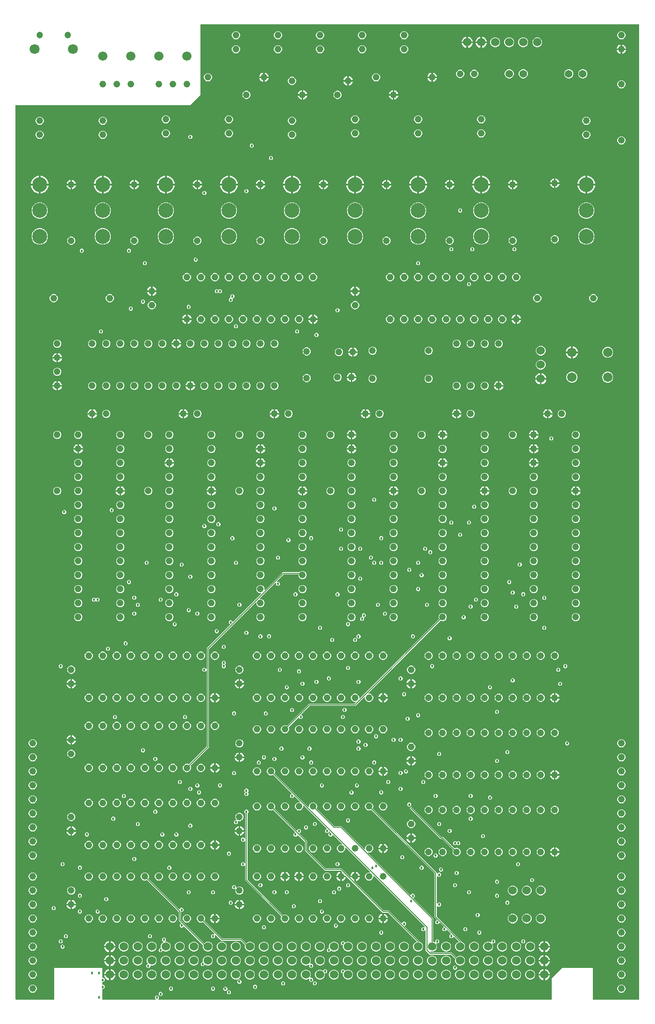
<source format=gbr>
G04 EAGLE Gerber RS-274X export*
G75*
%MOMM*%
%FSLAX34Y34*%
%LPD*%
%INCopper Layer 15*%
%IPPOS*%
%AMOC8*
5,1,8,0,0,1.08239X$1,22.5*%
G01*
%ADD10C,1.219200*%
%ADD11C,1.500000*%
%ADD12C,1.524000*%
%ADD13C,1.676400*%
%ADD14C,2.705100*%
%ADD15C,1.371600*%
%ADD16C,1.800000*%
%ADD17C,1.200000*%
%ADD18C,1.714500*%
%ADD19C,0.457200*%
%ADD20C,0.127000*%

G36*
X431820Y183392D02*
X431820Y183392D01*
X431839Y183390D01*
X431941Y183412D01*
X432043Y183429D01*
X432060Y183438D01*
X432080Y183442D01*
X432169Y183495D01*
X432260Y183544D01*
X432274Y183558D01*
X432291Y183568D01*
X432358Y183647D01*
X432430Y183722D01*
X432438Y183740D01*
X432451Y183755D01*
X432490Y183851D01*
X432533Y183945D01*
X432535Y183965D01*
X432543Y183983D01*
X432561Y184150D01*
X432561Y240539D01*
X519939Y240539D01*
X519939Y223393D01*
X519942Y223373D01*
X519940Y223354D01*
X519962Y223252D01*
X519979Y223150D01*
X519988Y223133D01*
X519992Y223113D01*
X520045Y223024D01*
X520094Y222933D01*
X520108Y222919D01*
X520118Y222902D01*
X520197Y222835D01*
X520272Y222763D01*
X520290Y222755D01*
X520305Y222742D01*
X520401Y222703D01*
X520495Y222660D01*
X520515Y222658D01*
X520533Y222650D01*
X520700Y222632D01*
X522173Y222632D01*
X524257Y220548D01*
X524257Y217602D01*
X522173Y215518D01*
X520700Y215518D01*
X520680Y215515D01*
X520661Y215517D01*
X520559Y215495D01*
X520457Y215479D01*
X520440Y215469D01*
X520420Y215465D01*
X520331Y215412D01*
X520240Y215363D01*
X520226Y215349D01*
X520209Y215339D01*
X520142Y215260D01*
X520071Y215185D01*
X520062Y215167D01*
X520049Y215152D01*
X520010Y215056D01*
X519967Y214962D01*
X519965Y214942D01*
X519957Y214924D01*
X519939Y214757D01*
X519939Y210693D01*
X519942Y210673D01*
X519940Y210654D01*
X519962Y210552D01*
X519979Y210450D01*
X519988Y210433D01*
X519992Y210413D01*
X520045Y210324D01*
X520094Y210233D01*
X520108Y210219D01*
X520118Y210202D01*
X520197Y210135D01*
X520272Y210063D01*
X520290Y210055D01*
X520305Y210042D01*
X520401Y210003D01*
X520495Y209960D01*
X520515Y209958D01*
X520533Y209950D01*
X520700Y209932D01*
X522173Y209932D01*
X524257Y207848D01*
X524257Y204902D01*
X522173Y202818D01*
X520700Y202818D01*
X520680Y202815D01*
X520661Y202817D01*
X520559Y202795D01*
X520457Y202779D01*
X520440Y202769D01*
X520420Y202765D01*
X520331Y202712D01*
X520240Y202663D01*
X520226Y202649D01*
X520209Y202639D01*
X520142Y202560D01*
X520071Y202485D01*
X520062Y202467D01*
X520049Y202452D01*
X520010Y202356D01*
X519967Y202262D01*
X519965Y202242D01*
X519957Y202224D01*
X519939Y202057D01*
X519939Y184150D01*
X519942Y184130D01*
X519940Y184111D01*
X519962Y184009D01*
X519979Y183907D01*
X519988Y183890D01*
X519992Y183870D01*
X520045Y183781D01*
X520094Y183690D01*
X520108Y183676D01*
X520118Y183659D01*
X520197Y183592D01*
X520272Y183521D01*
X520290Y183512D01*
X520305Y183499D01*
X520401Y183460D01*
X520495Y183417D01*
X520515Y183415D01*
X520533Y183407D01*
X520700Y183389D01*
X616193Y183389D01*
X616264Y183400D01*
X616336Y183402D01*
X616385Y183420D01*
X616436Y183429D01*
X616500Y183462D01*
X616567Y183487D01*
X616608Y183519D01*
X616654Y183544D01*
X616703Y183596D01*
X616759Y183640D01*
X616787Y183684D01*
X616823Y183722D01*
X616853Y183787D01*
X616892Y183847D01*
X616905Y183898D01*
X616927Y183945D01*
X616934Y184016D01*
X616952Y184086D01*
X616948Y184138D01*
X616954Y184189D01*
X616938Y184260D01*
X616933Y184331D01*
X616913Y184379D01*
X616901Y184430D01*
X616865Y184491D01*
X616837Y184557D01*
X616792Y184613D01*
X616775Y184641D01*
X616757Y184656D01*
X616732Y184688D01*
X615568Y185852D01*
X615568Y188798D01*
X617652Y190882D01*
X620598Y190882D01*
X622682Y188798D01*
X622682Y185852D01*
X621518Y184688D01*
X621476Y184630D01*
X621427Y184578D01*
X621405Y184531D01*
X621375Y184489D01*
X621354Y184420D01*
X621323Y184355D01*
X621318Y184303D01*
X621302Y184253D01*
X621304Y184182D01*
X621296Y184111D01*
X621307Y184060D01*
X621309Y184008D01*
X621333Y183940D01*
X621349Y183870D01*
X621375Y183826D01*
X621393Y183777D01*
X621438Y183721D01*
X621475Y183659D01*
X621514Y183625D01*
X621547Y183585D01*
X621607Y183546D01*
X621662Y183499D01*
X621710Y183480D01*
X621754Y183452D01*
X621823Y183434D01*
X621890Y183407D01*
X621961Y183399D01*
X621992Y183391D01*
X622016Y183393D01*
X622057Y183389D01*
X1333500Y183389D01*
X1333520Y183392D01*
X1333539Y183390D01*
X1333641Y183412D01*
X1333743Y183429D01*
X1333760Y183438D01*
X1333780Y183442D01*
X1333869Y183495D01*
X1333960Y183544D01*
X1333974Y183558D01*
X1333991Y183568D01*
X1334058Y183647D01*
X1334130Y183722D01*
X1334138Y183740D01*
X1334151Y183755D01*
X1334190Y183851D01*
X1334233Y183945D01*
X1334235Y183965D01*
X1334243Y183983D01*
X1334261Y184150D01*
X1334261Y221935D01*
X1352865Y240539D01*
X1408939Y240539D01*
X1408939Y184150D01*
X1408942Y184130D01*
X1408940Y184111D01*
X1408962Y184009D01*
X1408979Y183907D01*
X1408988Y183890D01*
X1408992Y183870D01*
X1409045Y183781D01*
X1409094Y183690D01*
X1409108Y183676D01*
X1409118Y183659D01*
X1409197Y183592D01*
X1409272Y183521D01*
X1409290Y183512D01*
X1409305Y183499D01*
X1409401Y183460D01*
X1409495Y183417D01*
X1409515Y183415D01*
X1409533Y183407D01*
X1409700Y183389D01*
X1492250Y183389D01*
X1492270Y183392D01*
X1492289Y183390D01*
X1492391Y183412D01*
X1492493Y183429D01*
X1492510Y183438D01*
X1492530Y183442D01*
X1492619Y183495D01*
X1492710Y183544D01*
X1492724Y183558D01*
X1492741Y183568D01*
X1492808Y183647D01*
X1492880Y183722D01*
X1492888Y183740D01*
X1492901Y183755D01*
X1492940Y183851D01*
X1492983Y183945D01*
X1492985Y183965D01*
X1492993Y183983D01*
X1493011Y184150D01*
X1493011Y1949450D01*
X1493008Y1949470D01*
X1493010Y1949489D01*
X1492988Y1949591D01*
X1492972Y1949693D01*
X1492962Y1949710D01*
X1492958Y1949730D01*
X1492905Y1949819D01*
X1492856Y1949910D01*
X1492842Y1949924D01*
X1492832Y1949941D01*
X1492753Y1950008D01*
X1492678Y1950080D01*
X1492660Y1950088D01*
X1492645Y1950101D01*
X1492549Y1950140D01*
X1492455Y1950183D01*
X1492435Y1950185D01*
X1492417Y1950193D01*
X1492250Y1950211D01*
X698500Y1950211D01*
X698480Y1950208D01*
X698461Y1950210D01*
X698359Y1950188D01*
X698257Y1950172D01*
X698240Y1950162D01*
X698220Y1950158D01*
X698131Y1950105D01*
X698040Y1950056D01*
X698026Y1950042D01*
X698009Y1950032D01*
X697942Y1949953D01*
X697871Y1949878D01*
X697862Y1949860D01*
X697849Y1949845D01*
X697810Y1949749D01*
X697767Y1949655D01*
X697765Y1949635D01*
X697757Y1949617D01*
X697739Y1949450D01*
X697739Y1822765D01*
X679135Y1804161D01*
X363472Y1804161D01*
X363452Y1804158D01*
X363433Y1804160D01*
X363331Y1804138D01*
X363229Y1804122D01*
X363212Y1804112D01*
X363192Y1804108D01*
X363103Y1804055D01*
X363012Y1804006D01*
X362998Y1803992D01*
X362981Y1803982D01*
X362914Y1803903D01*
X362842Y1803828D01*
X362834Y1803810D01*
X362821Y1803795D01*
X362782Y1803699D01*
X362739Y1803605D01*
X362737Y1803585D01*
X362729Y1803567D01*
X362711Y1803400D01*
X362711Y184150D01*
X362714Y184130D01*
X362712Y184111D01*
X362734Y184009D01*
X362750Y183907D01*
X362760Y183890D01*
X362764Y183870D01*
X362817Y183781D01*
X362866Y183690D01*
X362880Y183676D01*
X362890Y183659D01*
X362969Y183592D01*
X363044Y183521D01*
X363062Y183512D01*
X363077Y183499D01*
X363173Y183460D01*
X363267Y183417D01*
X363287Y183415D01*
X363305Y183407D01*
X363472Y183389D01*
X431800Y183389D01*
X431820Y183392D01*
G37*
%LPC*%
G36*
X1166632Y245109D02*
X1166632Y245109D01*
X1163364Y246463D01*
X1160863Y248964D01*
X1159509Y252232D01*
X1159509Y255768D01*
X1159681Y256184D01*
X1159692Y256227D01*
X1159708Y256264D01*
X1159716Y256328D01*
X1159737Y256411D01*
X1159736Y256417D01*
X1159738Y256423D01*
X1159732Y256479D01*
X1159736Y256508D01*
X1159725Y256555D01*
X1159717Y256656D01*
X1159715Y256662D01*
X1159714Y256668D01*
X1159688Y256728D01*
X1159683Y256749D01*
X1159665Y256779D01*
X1159621Y256883D01*
X1159616Y256888D01*
X1159614Y256893D01*
X1159602Y256907D01*
X1159516Y257014D01*
X1151959Y264571D01*
X1151885Y264624D01*
X1151815Y264684D01*
X1151785Y264696D01*
X1151759Y264715D01*
X1151672Y264742D01*
X1151587Y264776D01*
X1151546Y264780D01*
X1151524Y264787D01*
X1151492Y264786D01*
X1151420Y264794D01*
X1113636Y264794D01*
X1106169Y272261D01*
X1106169Y308726D01*
X1106158Y308797D01*
X1106156Y308869D01*
X1106138Y308918D01*
X1106130Y308969D01*
X1106096Y309033D01*
X1106071Y309100D01*
X1106039Y309141D01*
X1106014Y309187D01*
X1105962Y309236D01*
X1105918Y309292D01*
X1105874Y309320D01*
X1105836Y309356D01*
X1105771Y309386D01*
X1105711Y309425D01*
X1105660Y309438D01*
X1105613Y309460D01*
X1105542Y309468D01*
X1105472Y309485D01*
X1105420Y309481D01*
X1105369Y309487D01*
X1105298Y309471D01*
X1105227Y309466D01*
X1105179Y309446D01*
X1105128Y309434D01*
X1105067Y309398D01*
X1105001Y309370D01*
X1104945Y309325D01*
X1104917Y309308D01*
X1104902Y309290D01*
X1104870Y309265D01*
X1103198Y307593D01*
X1100252Y307593D01*
X1098168Y309677D01*
X1098168Y312623D01*
X1100252Y314707D01*
X1103160Y314707D01*
X1103231Y314718D01*
X1103303Y314720D01*
X1103352Y314738D01*
X1103403Y314746D01*
X1103466Y314780D01*
X1103534Y314805D01*
X1103575Y314837D01*
X1103620Y314862D01*
X1103670Y314913D01*
X1103726Y314958D01*
X1103754Y315002D01*
X1103790Y315040D01*
X1103820Y315105D01*
X1103859Y315165D01*
X1103872Y315216D01*
X1103893Y315263D01*
X1103901Y315334D01*
X1103919Y315404D01*
X1103915Y315456D01*
X1103921Y315507D01*
X1103905Y315578D01*
X1103900Y315649D01*
X1103879Y315697D01*
X1103868Y315748D01*
X1103831Y315809D01*
X1103803Y315875D01*
X1103759Y315931D01*
X1103742Y315959D01*
X1103724Y315974D01*
X1103699Y316006D01*
X1011966Y407739D01*
X1011908Y407780D01*
X1011856Y407830D01*
X1011837Y407839D01*
X1011827Y407847D01*
X1011800Y407858D01*
X1011767Y407882D01*
X1011698Y407903D01*
X1011633Y407933D01*
X1011605Y407937D01*
X1011599Y407939D01*
X1011572Y407942D01*
X1011531Y407955D01*
X1011473Y407953D01*
X1011432Y407958D01*
X1011428Y407958D01*
X1011423Y407957D01*
X1011389Y407961D01*
X1011338Y407950D01*
X1011286Y407948D01*
X1011218Y407924D01*
X1011211Y407922D01*
X1011185Y407918D01*
X1011181Y407915D01*
X1011148Y407908D01*
X1011104Y407882D01*
X1011055Y407864D01*
X1010999Y407819D01*
X1010968Y407803D01*
X1010963Y407798D01*
X1010937Y407782D01*
X1010903Y407743D01*
X1010863Y407710D01*
X1010826Y407654D01*
X1010798Y407624D01*
X1010794Y407615D01*
X1010777Y407595D01*
X1010758Y407547D01*
X1010730Y407503D01*
X1010715Y407444D01*
X1010695Y407401D01*
X1010693Y407387D01*
X1010685Y407367D01*
X1010677Y407296D01*
X1010669Y407265D01*
X1010671Y407241D01*
X1010667Y407200D01*
X1010667Y404935D01*
X1009545Y402227D01*
X1007473Y400155D01*
X1004765Y399033D01*
X1001835Y399033D01*
X999127Y400155D01*
X997055Y402227D01*
X995933Y404935D01*
X995933Y407865D01*
X997055Y410573D01*
X999127Y412645D01*
X1001835Y413767D01*
X1004100Y413767D01*
X1004171Y413778D01*
X1004243Y413780D01*
X1004292Y413798D01*
X1004343Y413806D01*
X1004406Y413840D01*
X1004474Y413865D01*
X1004515Y413897D01*
X1004560Y413922D01*
X1004610Y413973D01*
X1004666Y414018D01*
X1004694Y414062D01*
X1004730Y414100D01*
X1004760Y414165D01*
X1004799Y414225D01*
X1004812Y414276D01*
X1004833Y414323D01*
X1004841Y414394D01*
X1004859Y414464D01*
X1004855Y414516D01*
X1004861Y414567D01*
X1004845Y414638D01*
X1004840Y414709D01*
X1004819Y414757D01*
X1004808Y414808D01*
X1004771Y414869D01*
X1004743Y414935D01*
X1004699Y414991D01*
X1004682Y415019D01*
X1004664Y415034D01*
X1004639Y415066D01*
X961166Y458539D01*
X961108Y458580D01*
X961056Y458630D01*
X961009Y458652D01*
X960967Y458682D01*
X960898Y458703D01*
X960833Y458733D01*
X960781Y458739D01*
X960731Y458755D01*
X960660Y458753D01*
X960589Y458761D01*
X960538Y458750D01*
X960486Y458748D01*
X960418Y458724D01*
X960348Y458708D01*
X960304Y458682D01*
X960255Y458664D01*
X960199Y458619D01*
X960137Y458582D01*
X960103Y458543D01*
X960063Y458510D01*
X960024Y458450D01*
X959977Y458395D01*
X959958Y458347D01*
X959930Y458303D01*
X959912Y458234D01*
X959885Y458167D01*
X959877Y458096D01*
X959869Y458065D01*
X959871Y458041D01*
X959867Y458000D01*
X959867Y455735D01*
X958745Y453027D01*
X956673Y450955D01*
X953965Y449833D01*
X951035Y449833D01*
X948327Y450955D01*
X946255Y453027D01*
X945133Y455735D01*
X945133Y458665D01*
X946255Y461373D01*
X948327Y463445D01*
X951035Y464567D01*
X953300Y464567D01*
X953371Y464578D01*
X953443Y464580D01*
X953492Y464598D01*
X953543Y464606D01*
X953606Y464640D01*
X953674Y464665D01*
X953715Y464697D01*
X953760Y464722D01*
X953810Y464773D01*
X953866Y464818D01*
X953894Y464862D01*
X953930Y464900D01*
X953960Y464965D01*
X953999Y465025D01*
X954012Y465076D01*
X954033Y465123D01*
X954041Y465194D01*
X954059Y465264D01*
X954055Y465316D01*
X954061Y465367D01*
X954045Y465438D01*
X954040Y465509D01*
X954019Y465557D01*
X954008Y465608D01*
X953971Y465669D01*
X953943Y465735D01*
X953899Y465791D01*
X953882Y465819D01*
X953864Y465834D01*
X953839Y465866D01*
X938306Y481399D01*
X938248Y481440D01*
X938196Y481490D01*
X938149Y481512D01*
X938107Y481542D01*
X938038Y481563D01*
X937973Y481593D01*
X937921Y481599D01*
X937871Y481615D01*
X937800Y481613D01*
X937729Y481621D01*
X937678Y481610D01*
X937626Y481608D01*
X937558Y481584D01*
X937488Y481568D01*
X937444Y481542D01*
X937395Y481524D01*
X937339Y481479D01*
X937277Y481442D01*
X937243Y481403D01*
X937203Y481370D01*
X937164Y481310D01*
X937117Y481255D01*
X937105Y481225D01*
X934923Y479043D01*
X931977Y479043D01*
X929893Y481127D01*
X929893Y484073D01*
X932069Y486249D01*
X932084Y486255D01*
X932125Y486287D01*
X932170Y486312D01*
X932220Y486363D01*
X932276Y486408D01*
X932304Y486452D01*
X932340Y486490D01*
X932370Y486555D01*
X932409Y486615D01*
X932422Y486666D01*
X932443Y486713D01*
X932451Y486784D01*
X932469Y486854D01*
X932465Y486906D01*
X932471Y486957D01*
X932455Y487028D01*
X932450Y487099D01*
X932429Y487147D01*
X932418Y487198D01*
X932381Y487259D01*
X932353Y487325D01*
X932309Y487381D01*
X932292Y487409D01*
X932274Y487424D01*
X932249Y487456D01*
X931956Y487749D01*
X931898Y487790D01*
X931846Y487840D01*
X931799Y487862D01*
X931757Y487892D01*
X931688Y487913D01*
X931623Y487943D01*
X931571Y487949D01*
X931521Y487965D01*
X931450Y487963D01*
X931379Y487971D01*
X931328Y487960D01*
X931276Y487958D01*
X931208Y487934D01*
X931138Y487918D01*
X931094Y487892D01*
X931045Y487874D01*
X930989Y487829D01*
X930927Y487792D01*
X930893Y487753D01*
X930853Y487720D01*
X930814Y487660D01*
X930767Y487605D01*
X930755Y487575D01*
X928573Y485393D01*
X925627Y485393D01*
X923543Y487477D01*
X923543Y490423D01*
X925719Y492599D01*
X925734Y492605D01*
X925775Y492637D01*
X925820Y492662D01*
X925870Y492713D01*
X925926Y492758D01*
X925954Y492802D01*
X925990Y492840D01*
X926020Y492905D01*
X926059Y492965D01*
X926072Y493016D01*
X926093Y493063D01*
X926101Y493134D01*
X926119Y493204D01*
X926115Y493256D01*
X926121Y493307D01*
X926105Y493378D01*
X926100Y493449D01*
X926079Y493497D01*
X926068Y493548D01*
X926031Y493609D01*
X926003Y493675D01*
X925959Y493731D01*
X925942Y493759D01*
X925924Y493774D01*
X925899Y493806D01*
X884966Y534739D01*
X884908Y534780D01*
X884856Y534830D01*
X884809Y534852D01*
X884767Y534882D01*
X884698Y534903D01*
X884633Y534933D01*
X884581Y534939D01*
X884531Y534955D01*
X884460Y534953D01*
X884389Y534961D01*
X884338Y534950D01*
X884286Y534948D01*
X884218Y534924D01*
X884148Y534908D01*
X884104Y534882D01*
X884055Y534864D01*
X883999Y534819D01*
X883937Y534782D01*
X883903Y534743D01*
X883863Y534710D01*
X883824Y534650D01*
X883777Y534595D01*
X883758Y534547D01*
X883730Y534503D01*
X883712Y534434D01*
X883685Y534367D01*
X883677Y534296D01*
X883669Y534265D01*
X883671Y534241D01*
X883667Y534200D01*
X883667Y531935D01*
X882545Y529227D01*
X880473Y527155D01*
X877765Y526033D01*
X874835Y526033D01*
X872127Y527155D01*
X870055Y529227D01*
X868933Y531935D01*
X868933Y534865D01*
X870055Y537573D01*
X872127Y539645D01*
X874835Y540767D01*
X877100Y540767D01*
X877171Y540778D01*
X877243Y540780D01*
X877292Y540798D01*
X877343Y540806D01*
X877406Y540840D01*
X877474Y540865D01*
X877515Y540897D01*
X877560Y540922D01*
X877610Y540973D01*
X877666Y541018D01*
X877694Y541062D01*
X877730Y541100D01*
X877760Y541165D01*
X877799Y541225D01*
X877812Y541276D01*
X877833Y541323D01*
X877841Y541394D01*
X877859Y541464D01*
X877855Y541516D01*
X877861Y541567D01*
X877845Y541638D01*
X877840Y541709D01*
X877819Y541757D01*
X877808Y541808D01*
X877771Y541869D01*
X877743Y541935D01*
X877699Y541991D01*
X877682Y542019D01*
X877664Y542034D01*
X877639Y542066D01*
X868456Y551249D01*
X868398Y551290D01*
X868346Y551340D01*
X868299Y551362D01*
X868257Y551392D01*
X868188Y551413D01*
X868123Y551443D01*
X868071Y551449D01*
X868021Y551465D01*
X867950Y551463D01*
X867879Y551471D01*
X867828Y551460D01*
X867776Y551458D01*
X867708Y551434D01*
X867638Y551418D01*
X867594Y551392D01*
X867545Y551374D01*
X867489Y551329D01*
X867427Y551292D01*
X867393Y551253D01*
X867353Y551220D01*
X867314Y551160D01*
X867267Y551105D01*
X867255Y551075D01*
X865073Y548893D01*
X862127Y548893D01*
X860043Y550977D01*
X860043Y553923D01*
X862219Y556099D01*
X862234Y556105D01*
X862275Y556137D01*
X862320Y556162D01*
X862370Y556213D01*
X862426Y556258D01*
X862454Y556302D01*
X862490Y556340D01*
X862520Y556405D01*
X862559Y556465D01*
X862572Y556516D01*
X862593Y556563D01*
X862601Y556634D01*
X862619Y556704D01*
X862615Y556756D01*
X862621Y556807D01*
X862605Y556878D01*
X862600Y556949D01*
X862579Y556997D01*
X862568Y557048D01*
X862531Y557109D01*
X862503Y557175D01*
X862459Y557231D01*
X862442Y557259D01*
X862424Y557274D01*
X862399Y557306D01*
X829592Y590113D01*
X829498Y590180D01*
X829404Y590251D01*
X829397Y590253D01*
X829392Y590256D01*
X829282Y590290D01*
X829170Y590327D01*
X829163Y590327D01*
X829157Y590329D01*
X829041Y590326D01*
X828924Y590324D01*
X828917Y590322D01*
X828911Y590322D01*
X828894Y590316D01*
X828763Y590278D01*
X826965Y589533D01*
X824035Y589533D01*
X821327Y590655D01*
X819255Y592727D01*
X818133Y595435D01*
X818133Y598365D01*
X819255Y601073D01*
X821327Y603145D01*
X824035Y604267D01*
X826965Y604267D01*
X829673Y603145D01*
X831745Y601073D01*
X832867Y598365D01*
X832867Y595435D01*
X832122Y593637D01*
X832096Y593524D01*
X832067Y593410D01*
X832068Y593404D01*
X832066Y593398D01*
X832077Y593281D01*
X832086Y593165D01*
X832089Y593159D01*
X832089Y593153D01*
X832137Y593046D01*
X832182Y592939D01*
X832187Y592933D01*
X832189Y592928D01*
X832202Y592915D01*
X832287Y592808D01*
X893034Y532061D01*
X893092Y532020D01*
X893144Y531970D01*
X893191Y531948D01*
X893233Y531918D01*
X893302Y531897D01*
X893367Y531867D01*
X893419Y531861D01*
X893469Y531845D01*
X893540Y531847D01*
X893611Y531839D01*
X893662Y531850D01*
X893714Y531852D01*
X893782Y531876D01*
X893852Y531892D01*
X893896Y531918D01*
X893945Y531936D01*
X894001Y531981D01*
X894063Y532018D01*
X894097Y532057D01*
X894137Y532090D01*
X894176Y532150D01*
X894223Y532205D01*
X894242Y532253D01*
X894270Y532297D01*
X894288Y532366D01*
X894315Y532433D01*
X894323Y532504D01*
X894331Y532535D01*
X894329Y532559D01*
X894333Y532600D01*
X894333Y534865D01*
X895455Y537573D01*
X897527Y539645D01*
X900235Y540767D01*
X903165Y540767D01*
X905873Y539645D01*
X907945Y537573D01*
X909067Y534865D01*
X909067Y531935D01*
X908322Y530137D01*
X908296Y530024D01*
X908267Y529910D01*
X908268Y529904D01*
X908266Y529898D01*
X908277Y529781D01*
X908286Y529665D01*
X908289Y529659D01*
X908289Y529653D01*
X908337Y529546D01*
X908382Y529439D01*
X908387Y529433D01*
X908389Y529428D01*
X908402Y529415D01*
X908487Y529308D01*
X940366Y497429D01*
X940440Y497376D01*
X940510Y497316D01*
X940540Y497304D01*
X940566Y497285D01*
X940653Y497258D01*
X940738Y497224D01*
X940779Y497220D01*
X940801Y497213D01*
X940833Y497214D01*
X940905Y497206D01*
X953289Y497206D01*
X994634Y455861D01*
X994692Y455820D01*
X994744Y455770D01*
X994791Y455748D01*
X994833Y455718D01*
X994902Y455697D01*
X994967Y455667D01*
X995019Y455661D01*
X995069Y455645D01*
X995140Y455647D01*
X995211Y455639D01*
X995262Y455650D01*
X995314Y455652D01*
X995382Y455676D01*
X995452Y455692D01*
X995497Y455718D01*
X995545Y455736D01*
X995601Y455781D01*
X995663Y455818D01*
X995697Y455857D01*
X995737Y455890D01*
X995776Y455950D01*
X995823Y456005D01*
X995842Y456053D01*
X995870Y456097D01*
X995888Y456166D01*
X995915Y456233D01*
X995923Y456304D01*
X995931Y456335D01*
X995929Y456359D01*
X995933Y456400D01*
X995933Y458665D01*
X997055Y461373D01*
X999127Y463445D01*
X1001835Y464567D01*
X1004765Y464567D01*
X1007473Y463445D01*
X1009545Y461373D01*
X1010667Y458665D01*
X1010667Y455735D01*
X1009545Y453027D01*
X1007473Y450955D01*
X1004765Y449833D01*
X1002500Y449833D01*
X1002429Y449822D01*
X1002357Y449820D01*
X1002308Y449802D01*
X1002257Y449794D01*
X1002194Y449760D01*
X1002126Y449735D01*
X1002085Y449703D01*
X1002040Y449678D01*
X1001990Y449627D01*
X1001934Y449582D01*
X1001906Y449538D01*
X1001870Y449500D01*
X1001840Y449435D01*
X1001801Y449375D01*
X1001788Y449324D01*
X1001767Y449277D01*
X1001759Y449206D01*
X1001741Y449136D01*
X1001745Y449084D01*
X1001739Y449033D01*
X1001755Y448962D01*
X1001760Y448891D01*
X1001781Y448843D01*
X1001792Y448792D01*
X1001829Y448731D01*
X1001857Y448665D01*
X1001901Y448609D01*
X1001918Y448581D01*
X1001924Y448576D01*
X1001925Y448574D01*
X1001938Y448563D01*
X1001961Y448534D01*
X1077819Y372676D01*
X1077877Y372635D01*
X1077929Y372585D01*
X1077976Y372563D01*
X1078018Y372533D01*
X1078087Y372512D01*
X1078152Y372482D01*
X1078204Y372476D01*
X1078254Y372460D01*
X1078325Y372462D01*
X1078396Y372454D01*
X1078447Y372465D01*
X1078499Y372467D01*
X1078567Y372491D01*
X1078637Y372507D01*
X1078681Y372533D01*
X1078730Y372551D01*
X1078786Y372596D01*
X1078848Y372633D01*
X1078882Y372672D01*
X1078922Y372705D01*
X1078961Y372765D01*
X1079008Y372820D01*
X1079020Y372850D01*
X1081202Y375032D01*
X1084148Y375032D01*
X1086232Y372948D01*
X1086232Y370002D01*
X1084056Y367826D01*
X1084041Y367820D01*
X1084001Y367788D01*
X1083955Y367763D01*
X1083905Y367711D01*
X1083849Y367667D01*
X1083821Y367623D01*
X1083785Y367585D01*
X1083755Y367520D01*
X1083716Y367460D01*
X1083703Y367409D01*
X1083682Y367362D01*
X1083674Y367291D01*
X1083656Y367221D01*
X1083660Y367169D01*
X1083654Y367118D01*
X1083670Y367047D01*
X1083675Y366976D01*
X1083696Y366928D01*
X1083707Y366877D01*
X1083744Y366816D01*
X1083772Y366750D01*
X1083816Y366694D01*
X1083833Y366666D01*
X1083851Y366651D01*
X1083876Y366619D01*
X1118166Y332329D01*
X1119506Y330989D01*
X1119506Y288743D01*
X1119525Y288628D01*
X1119542Y288512D01*
X1119544Y288506D01*
X1119545Y288500D01*
X1119600Y288397D01*
X1119653Y288292D01*
X1119658Y288288D01*
X1119661Y288282D01*
X1119745Y288203D01*
X1119829Y288120D01*
X1119835Y288116D01*
X1119839Y288113D01*
X1119856Y288105D01*
X1119976Y288039D01*
X1122516Y286987D01*
X1122560Y286977D01*
X1122602Y286957D01*
X1122679Y286949D01*
X1122755Y286931D01*
X1122801Y286935D01*
X1122846Y286930D01*
X1122923Y286947D01*
X1123000Y286954D01*
X1123042Y286973D01*
X1123087Y286982D01*
X1123154Y287022D01*
X1123225Y287054D01*
X1123259Y287085D01*
X1123298Y287109D01*
X1123349Y287168D01*
X1123406Y287220D01*
X1123428Y287261D01*
X1123458Y287296D01*
X1123487Y287368D01*
X1123524Y287436D01*
X1123533Y287481D01*
X1123550Y287524D01*
X1123565Y287660D01*
X1123568Y287678D01*
X1123567Y287683D01*
X1123568Y287690D01*
X1123568Y290398D01*
X1125652Y292482D01*
X1128598Y292482D01*
X1130682Y290398D01*
X1130682Y287452D01*
X1128598Y285368D01*
X1125890Y285368D01*
X1125845Y285361D01*
X1125799Y285363D01*
X1125724Y285341D01*
X1125648Y285329D01*
X1125607Y285307D01*
X1125563Y285294D01*
X1125499Y285250D01*
X1125430Y285213D01*
X1125399Y285180D01*
X1125361Y285154D01*
X1125315Y285092D01*
X1125261Y285035D01*
X1125242Y284993D01*
X1125214Y284957D01*
X1125190Y284883D01*
X1125157Y284812D01*
X1125152Y284766D01*
X1125138Y284723D01*
X1125139Y284645D01*
X1125130Y284568D01*
X1125140Y284523D01*
X1125140Y284477D01*
X1125178Y284345D01*
X1125182Y284327D01*
X1125185Y284323D01*
X1125187Y284316D01*
X1126491Y281168D01*
X1126491Y277632D01*
X1125137Y274364D01*
X1122636Y271863D01*
X1119368Y270509D01*
X1115832Y270509D01*
X1115064Y270827D01*
X1114969Y270849D01*
X1114876Y270878D01*
X1114850Y270877D01*
X1114825Y270883D01*
X1114728Y270874D01*
X1114630Y270872D01*
X1114606Y270863D01*
X1114580Y270860D01*
X1114491Y270821D01*
X1114399Y270787D01*
X1114379Y270771D01*
X1114355Y270760D01*
X1114283Y270694D01*
X1114207Y270633D01*
X1114193Y270612D01*
X1114174Y270594D01*
X1114127Y270508D01*
X1114074Y270427D01*
X1114068Y270401D01*
X1114055Y270378D01*
X1114038Y270282D01*
X1114014Y270188D01*
X1114016Y270162D01*
X1114012Y270136D01*
X1114026Y270040D01*
X1114033Y269943D01*
X1114044Y269919D01*
X1114047Y269893D01*
X1114092Y269806D01*
X1114130Y269716D01*
X1114150Y269691D01*
X1114159Y269674D01*
X1114183Y269650D01*
X1114235Y269586D01*
X1114991Y268829D01*
X1115065Y268776D01*
X1115135Y268716D01*
X1115165Y268704D01*
X1115191Y268685D01*
X1115278Y268658D01*
X1115363Y268624D01*
X1115404Y268620D01*
X1115426Y268613D01*
X1115458Y268614D01*
X1115530Y268606D01*
X1153314Y268606D01*
X1161335Y260585D01*
X1161351Y260573D01*
X1161364Y260558D01*
X1161451Y260502D01*
X1161535Y260441D01*
X1161554Y260436D01*
X1161571Y260425D01*
X1161671Y260400D01*
X1161770Y260369D01*
X1161790Y260370D01*
X1161809Y260365D01*
X1161912Y260373D01*
X1162016Y260375D01*
X1162035Y260382D01*
X1162054Y260384D01*
X1162149Y260424D01*
X1162247Y260460D01*
X1162262Y260472D01*
X1162281Y260480D01*
X1162412Y260585D01*
X1163364Y261537D01*
X1166632Y262891D01*
X1170168Y262891D01*
X1173436Y261537D01*
X1175937Y259036D01*
X1177291Y255768D01*
X1177291Y252232D01*
X1175937Y248964D01*
X1173436Y246463D01*
X1170168Y245109D01*
X1166632Y245109D01*
G37*
%LPD*%
%LPC*%
G36*
X671635Y595883D02*
X671635Y595883D01*
X668927Y597005D01*
X666855Y599077D01*
X665733Y601785D01*
X665733Y604715D01*
X666855Y607423D01*
X668927Y609495D01*
X671635Y610617D01*
X674565Y610617D01*
X676363Y609872D01*
X676476Y609846D01*
X676590Y609817D01*
X676596Y609818D01*
X676602Y609816D01*
X676719Y609827D01*
X676835Y609836D01*
X676841Y609839D01*
X676847Y609839D01*
X676954Y609887D01*
X677061Y609932D01*
X677067Y609937D01*
X677072Y609939D01*
X677085Y609952D01*
X677192Y610037D01*
X709071Y641916D01*
X709118Y641981D01*
X709130Y641994D01*
X709133Y642001D01*
X709184Y642060D01*
X709196Y642090D01*
X709215Y642116D01*
X709242Y642203D01*
X709276Y642288D01*
X709280Y642329D01*
X709287Y642351D01*
X709286Y642383D01*
X709294Y642455D01*
X709294Y778626D01*
X709283Y778697D01*
X709281Y778769D01*
X709263Y778818D01*
X709255Y778869D01*
X709221Y778933D01*
X709196Y779000D01*
X709164Y779041D01*
X709139Y779087D01*
X709087Y779136D01*
X709043Y779192D01*
X708999Y779220D01*
X708961Y779256D01*
X708896Y779286D01*
X708836Y779325D01*
X708785Y779338D01*
X708738Y779360D01*
X708667Y779368D01*
X708597Y779385D01*
X708545Y779381D01*
X708494Y779387D01*
X708423Y779371D01*
X708352Y779366D01*
X708304Y779346D01*
X708253Y779334D01*
X708192Y779298D01*
X708126Y779270D01*
X708070Y779225D01*
X708042Y779208D01*
X708027Y779190D01*
X707995Y779165D01*
X706323Y777493D01*
X703377Y777493D01*
X701293Y779577D01*
X701293Y782523D01*
X703377Y784607D01*
X706323Y784607D01*
X707995Y782935D01*
X708053Y782893D01*
X708105Y782844D01*
X708152Y782822D01*
X708194Y782792D01*
X708263Y782771D01*
X708328Y782740D01*
X708380Y782735D01*
X708430Y782719D01*
X708501Y782721D01*
X708572Y782713D01*
X708623Y782724D01*
X708675Y782726D01*
X708743Y782750D01*
X708813Y782766D01*
X708858Y782792D01*
X708906Y782810D01*
X708962Y782855D01*
X709024Y782892D01*
X709058Y782931D01*
X709098Y782964D01*
X709137Y783024D01*
X709184Y783079D01*
X709203Y783127D01*
X709231Y783171D01*
X709249Y783240D01*
X709276Y783307D01*
X709284Y783378D01*
X709292Y783409D01*
X709290Y783433D01*
X709294Y783474D01*
X709294Y819939D01*
X710634Y821279D01*
X751274Y861919D01*
X751315Y861977D01*
X751365Y862029D01*
X751387Y862076D01*
X751417Y862118D01*
X751438Y862187D01*
X751468Y862252D01*
X751474Y862304D01*
X751490Y862354D01*
X751488Y862425D01*
X751496Y862496D01*
X751485Y862547D01*
X751483Y862599D01*
X751459Y862667D01*
X751443Y862737D01*
X751417Y862782D01*
X751399Y862830D01*
X751354Y862886D01*
X751317Y862948D01*
X751278Y862982D01*
X751245Y863022D01*
X751185Y863061D01*
X751130Y863108D01*
X751100Y863120D01*
X748918Y865302D01*
X748918Y868248D01*
X751002Y870332D01*
X753948Y870332D01*
X756124Y868156D01*
X756130Y868141D01*
X756162Y868100D01*
X756187Y868055D01*
X756238Y868005D01*
X756283Y867949D01*
X756327Y867921D01*
X756365Y867885D01*
X756430Y867855D01*
X756490Y867816D01*
X756541Y867803D01*
X756588Y867782D01*
X756659Y867774D01*
X756729Y867756D01*
X756781Y867760D01*
X756832Y867754D01*
X756903Y867770D01*
X756974Y867775D01*
X757022Y867796D01*
X757073Y867807D01*
X757134Y867844D01*
X757200Y867872D01*
X757256Y867916D01*
X757284Y867933D01*
X757299Y867951D01*
X757331Y867976D01*
X807789Y918434D01*
X807830Y918492D01*
X807880Y918544D01*
X807902Y918591D01*
X807932Y918633D01*
X807953Y918702D01*
X807983Y918767D01*
X807989Y918819D01*
X808005Y918869D01*
X808003Y918940D01*
X808011Y919011D01*
X808000Y919062D01*
X807998Y919114D01*
X807974Y919182D01*
X807958Y919252D01*
X807932Y919296D01*
X807914Y919345D01*
X807869Y919401D01*
X807832Y919463D01*
X807793Y919497D01*
X807760Y919537D01*
X807700Y919576D01*
X807645Y919623D01*
X807597Y919642D01*
X807553Y919670D01*
X807484Y919688D01*
X807417Y919715D01*
X807346Y919723D01*
X807315Y919731D01*
X807291Y919729D01*
X807250Y919733D01*
X804985Y919733D01*
X802277Y920855D01*
X800205Y922927D01*
X799083Y925635D01*
X799083Y928565D01*
X800205Y931273D01*
X802277Y933345D01*
X804985Y934467D01*
X807915Y934467D01*
X810623Y933345D01*
X812695Y931273D01*
X813817Y928565D01*
X813817Y926300D01*
X813828Y926229D01*
X813830Y926157D01*
X813848Y926108D01*
X813856Y926057D01*
X813890Y925994D01*
X813915Y925926D01*
X813947Y925886D01*
X813972Y925840D01*
X814024Y925790D01*
X814068Y925734D01*
X814112Y925706D01*
X814150Y925670D01*
X814215Y925640D01*
X814275Y925601D01*
X814326Y925588D01*
X814373Y925567D01*
X814444Y925559D01*
X814514Y925541D01*
X814566Y925545D01*
X814617Y925539D01*
X814688Y925555D01*
X814759Y925560D01*
X814807Y925581D01*
X814858Y925592D01*
X814919Y925629D01*
X814985Y925657D01*
X815041Y925701D01*
X815069Y925718D01*
X815084Y925736D01*
X815116Y925761D01*
X845596Y956241D01*
X846936Y957581D01*
X876997Y957581D01*
X877087Y957595D01*
X877178Y957603D01*
X877208Y957615D01*
X877240Y957620D01*
X877321Y957663D01*
X877405Y957699D01*
X877437Y957725D01*
X877457Y957736D01*
X877480Y957759D01*
X877536Y957804D01*
X878477Y958745D01*
X881185Y959867D01*
X884115Y959867D01*
X886823Y958745D01*
X888895Y956673D01*
X890017Y953965D01*
X890017Y951035D01*
X888895Y948327D01*
X886823Y946255D01*
X884115Y945133D01*
X881185Y945133D01*
X878477Y946255D01*
X876405Y948327D01*
X875283Y951035D01*
X875283Y953008D01*
X875280Y953028D01*
X875282Y953047D01*
X875260Y953149D01*
X875244Y953251D01*
X875234Y953268D01*
X875230Y953288D01*
X875177Y953377D01*
X875128Y953468D01*
X875114Y953482D01*
X875104Y953499D01*
X875025Y953566D01*
X874950Y953638D01*
X874932Y953646D01*
X874917Y953659D01*
X874821Y953698D01*
X874727Y953741D01*
X874707Y953743D01*
X874689Y953751D01*
X874522Y953769D01*
X848830Y953769D01*
X848740Y953755D01*
X848649Y953747D01*
X848619Y953735D01*
X848587Y953730D01*
X848506Y953687D01*
X848422Y953651D01*
X848390Y953625D01*
X848370Y953614D01*
X848347Y953591D01*
X848291Y953546D01*
X836226Y941481D01*
X836185Y941423D01*
X836135Y941371D01*
X836113Y941324D01*
X836083Y941282D01*
X836062Y941213D01*
X836032Y941148D01*
X836026Y941096D01*
X836010Y941046D01*
X836012Y940975D01*
X836004Y940904D01*
X836015Y940853D01*
X836017Y940801D01*
X836041Y940733D01*
X836057Y940663D01*
X836083Y940618D01*
X836101Y940570D01*
X836146Y940514D01*
X836183Y940452D01*
X836222Y940418D01*
X836255Y940378D01*
X836315Y940339D01*
X836370Y940292D01*
X836418Y940273D01*
X836462Y940245D01*
X836531Y940227D01*
X836598Y940200D01*
X836669Y940192D01*
X836700Y940184D01*
X836724Y940186D01*
X836765Y940182D01*
X839673Y940182D01*
X841757Y938098D01*
X841757Y935152D01*
X839673Y933068D01*
X836727Y933068D01*
X834643Y935152D01*
X834643Y938060D01*
X834632Y938131D01*
X834630Y938203D01*
X834612Y938252D01*
X834604Y938303D01*
X834570Y938366D01*
X834545Y938434D01*
X834513Y938475D01*
X834488Y938520D01*
X834437Y938570D01*
X834392Y938626D01*
X834348Y938654D01*
X834310Y938690D01*
X834245Y938720D01*
X834185Y938759D01*
X834134Y938772D01*
X834087Y938793D01*
X834016Y938801D01*
X833946Y938819D01*
X833894Y938815D01*
X833843Y938821D01*
X833772Y938805D01*
X833701Y938800D01*
X833653Y938779D01*
X833602Y938768D01*
X833541Y938731D01*
X833475Y938703D01*
X833419Y938659D01*
X833391Y938642D01*
X833376Y938624D01*
X833344Y938599D01*
X805111Y910366D01*
X805070Y910308D01*
X805020Y910256D01*
X804998Y910209D01*
X804968Y910167D01*
X804947Y910098D01*
X804917Y910033D01*
X804911Y909981D01*
X804895Y909931D01*
X804897Y909860D01*
X804889Y909789D01*
X804900Y909738D01*
X804902Y909686D01*
X804926Y909618D01*
X804942Y909548D01*
X804968Y909504D01*
X804986Y909455D01*
X805031Y909399D01*
X805068Y909337D01*
X805107Y909303D01*
X805140Y909263D01*
X805200Y909224D01*
X805255Y909177D01*
X805303Y909158D01*
X805347Y909130D01*
X805416Y909112D01*
X805483Y909085D01*
X805554Y909077D01*
X805585Y909069D01*
X805609Y909071D01*
X805650Y909067D01*
X807915Y909067D01*
X810623Y907945D01*
X812695Y905873D01*
X813817Y903165D01*
X813817Y900235D01*
X812695Y897527D01*
X810623Y895455D01*
X807915Y894333D01*
X804985Y894333D01*
X802277Y895455D01*
X800205Y897527D01*
X799083Y900235D01*
X799083Y902500D01*
X799072Y902571D01*
X799070Y902643D01*
X799052Y902692D01*
X799044Y902743D01*
X799010Y902806D01*
X798985Y902874D01*
X798953Y902914D01*
X798928Y902960D01*
X798876Y903010D01*
X798832Y903066D01*
X798788Y903094D01*
X798750Y903130D01*
X798685Y903160D01*
X798625Y903199D01*
X798574Y903212D01*
X798527Y903233D01*
X798456Y903241D01*
X798386Y903259D01*
X798334Y903255D01*
X798283Y903261D01*
X798212Y903245D01*
X798141Y903240D01*
X798093Y903219D01*
X798042Y903208D01*
X797981Y903171D01*
X797915Y903143D01*
X797859Y903099D01*
X797831Y903082D01*
X797816Y903064D01*
X797784Y903039D01*
X713329Y818584D01*
X713276Y818510D01*
X713216Y818440D01*
X713204Y818410D01*
X713185Y818384D01*
X713158Y818297D01*
X713124Y818212D01*
X713120Y818171D01*
X713113Y818149D01*
X713114Y818117D01*
X713106Y818045D01*
X713106Y640561D01*
X711766Y639221D01*
X679887Y607342D01*
X679820Y607248D01*
X679749Y607154D01*
X679747Y607147D01*
X679744Y607142D01*
X679709Y607031D01*
X679673Y606920D01*
X679673Y606913D01*
X679671Y606907D01*
X679674Y606791D01*
X679676Y606674D01*
X679678Y606666D01*
X679678Y606662D01*
X679684Y606644D01*
X679722Y606513D01*
X680467Y604715D01*
X680467Y601785D01*
X679345Y599077D01*
X677273Y597005D01*
X674565Y595883D01*
X671635Y595883D01*
G37*
%LPD*%
%LPC*%
G36*
X849435Y665733D02*
X849435Y665733D01*
X846727Y666855D01*
X844655Y668927D01*
X843533Y671635D01*
X843533Y674565D01*
X844655Y677273D01*
X846727Y679345D01*
X849435Y680467D01*
X852365Y680467D01*
X854163Y679722D01*
X854276Y679696D01*
X854390Y679667D01*
X854396Y679668D01*
X854402Y679666D01*
X854519Y679677D01*
X854635Y679686D01*
X854641Y679689D01*
X854647Y679689D01*
X854754Y679737D01*
X854861Y679782D01*
X854867Y679787D01*
X854872Y679789D01*
X854885Y679802D01*
X854992Y679887D01*
X893221Y718116D01*
X894561Y719456D01*
X976795Y719456D01*
X976885Y719470D01*
X976976Y719478D01*
X977006Y719490D01*
X977038Y719495D01*
X977119Y719538D01*
X977203Y719574D01*
X977235Y719600D01*
X977255Y719611D01*
X977278Y719634D01*
X977334Y719679D01*
X979239Y721584D01*
X979280Y721642D01*
X979330Y721694D01*
X979352Y721741D01*
X979382Y721783D01*
X979403Y721852D01*
X979433Y721917D01*
X979439Y721969D01*
X979455Y722019D01*
X979453Y722090D01*
X979461Y722161D01*
X979450Y722212D01*
X979448Y722264D01*
X979424Y722332D01*
X979408Y722402D01*
X979382Y722447D01*
X979364Y722495D01*
X979319Y722551D01*
X979282Y722613D01*
X979243Y722647D01*
X979210Y722687D01*
X979150Y722726D01*
X979095Y722773D01*
X979047Y722792D01*
X979003Y722820D01*
X978934Y722838D01*
X978867Y722865D01*
X978796Y722873D01*
X978765Y722881D01*
X978741Y722879D01*
X978700Y722883D01*
X976435Y722883D01*
X973727Y724005D01*
X971655Y726077D01*
X970533Y728785D01*
X970533Y731715D01*
X971655Y734423D01*
X973727Y736495D01*
X976435Y737617D01*
X979365Y737617D01*
X982073Y736495D01*
X984145Y734423D01*
X985267Y731715D01*
X985267Y729450D01*
X985278Y729379D01*
X985280Y729307D01*
X985298Y729258D01*
X985306Y729207D01*
X985340Y729144D01*
X985365Y729076D01*
X985397Y729035D01*
X985422Y728990D01*
X985473Y728940D01*
X985518Y728884D01*
X985562Y728856D01*
X985600Y728820D01*
X985665Y728790D01*
X985725Y728751D01*
X985776Y728738D01*
X985823Y728717D01*
X985894Y728709D01*
X985964Y728691D01*
X986016Y728695D01*
X986067Y728689D01*
X986138Y728705D01*
X986209Y728710D01*
X986257Y728731D01*
X986308Y728742D01*
X986369Y728779D01*
X986435Y728807D01*
X986491Y728851D01*
X986519Y728868D01*
X986534Y728886D01*
X986566Y728911D01*
X1129863Y872208D01*
X1129930Y872302D01*
X1130001Y872396D01*
X1130003Y872403D01*
X1130006Y872408D01*
X1130040Y872518D01*
X1130077Y872630D01*
X1130077Y872637D01*
X1130079Y872643D01*
X1130076Y872759D01*
X1130074Y872876D01*
X1130072Y872883D01*
X1130072Y872889D01*
X1130066Y872906D01*
X1130028Y873037D01*
X1129283Y874835D01*
X1129283Y877765D01*
X1130405Y880473D01*
X1132477Y882545D01*
X1135185Y883667D01*
X1138115Y883667D01*
X1140823Y882545D01*
X1142895Y880473D01*
X1144017Y877765D01*
X1144017Y874835D01*
X1142895Y872127D01*
X1140823Y870055D01*
X1138115Y868933D01*
X1135185Y868933D01*
X1133387Y869678D01*
X1133274Y869704D01*
X1133160Y869733D01*
X1133154Y869732D01*
X1133148Y869734D01*
X1133031Y869723D01*
X1132915Y869714D01*
X1132909Y869711D01*
X1132903Y869711D01*
X1132796Y869663D01*
X1132689Y869618D01*
X1132683Y869613D01*
X1132678Y869611D01*
X1132665Y869598D01*
X1132558Y869513D01*
X1001961Y738916D01*
X1001920Y738858D01*
X1001870Y738806D01*
X1001848Y738759D01*
X1001818Y738717D01*
X1001797Y738648D01*
X1001767Y738583D01*
X1001761Y738531D01*
X1001745Y738481D01*
X1001747Y738410D01*
X1001739Y738339D01*
X1001750Y738288D01*
X1001752Y738236D01*
X1001776Y738168D01*
X1001792Y738098D01*
X1001818Y738054D01*
X1001836Y738005D01*
X1001881Y737949D01*
X1001918Y737887D01*
X1001957Y737853D01*
X1001990Y737813D01*
X1002050Y737774D01*
X1002105Y737727D01*
X1002153Y737708D01*
X1002197Y737680D01*
X1002266Y737662D01*
X1002333Y737635D01*
X1002404Y737627D01*
X1002435Y737619D01*
X1002459Y737621D01*
X1002500Y737617D01*
X1004765Y737617D01*
X1007473Y736495D01*
X1009545Y734423D01*
X1010667Y731715D01*
X1010667Y728785D01*
X1009545Y726077D01*
X1007473Y724005D01*
X1004765Y722883D01*
X1001835Y722883D01*
X999127Y724005D01*
X997055Y726077D01*
X995933Y728785D01*
X995933Y731050D01*
X995922Y731121D01*
X995920Y731193D01*
X995902Y731242D01*
X995894Y731293D01*
X995860Y731356D01*
X995835Y731424D01*
X995803Y731464D01*
X995778Y731510D01*
X995726Y731560D01*
X995682Y731616D01*
X995638Y731644D01*
X995600Y731680D01*
X995535Y731710D01*
X995475Y731749D01*
X995424Y731762D01*
X995377Y731783D01*
X995306Y731791D01*
X995236Y731809D01*
X995184Y731805D01*
X995133Y731811D01*
X995062Y731795D01*
X994991Y731790D01*
X994943Y731769D01*
X994892Y731758D01*
X994831Y731721D01*
X994765Y731693D01*
X994709Y731649D01*
X994681Y731632D01*
X994666Y731614D01*
X994634Y731589D01*
X978689Y715644D01*
X896455Y715644D01*
X896365Y715630D01*
X896274Y715622D01*
X896244Y715610D01*
X896212Y715605D01*
X896131Y715562D01*
X896047Y715526D01*
X896015Y715500D01*
X895995Y715489D01*
X895972Y715466D01*
X895916Y715421D01*
X880676Y700181D01*
X880635Y700123D01*
X880585Y700071D01*
X880563Y700024D01*
X880533Y699982D01*
X880512Y699913D01*
X880482Y699848D01*
X880476Y699796D01*
X880460Y699746D01*
X880462Y699675D01*
X880454Y699604D01*
X880465Y699553D01*
X880467Y699501D01*
X880491Y699433D01*
X880507Y699363D01*
X880533Y699318D01*
X880551Y699270D01*
X880596Y699214D01*
X880633Y699152D01*
X880672Y699118D01*
X880705Y699078D01*
X880765Y699039D01*
X880820Y698992D01*
X880850Y698980D01*
X883032Y696798D01*
X883032Y693852D01*
X880948Y691768D01*
X878002Y691768D01*
X875826Y693944D01*
X875820Y693959D01*
X875788Y694000D01*
X875763Y694045D01*
X875712Y694095D01*
X875667Y694151D01*
X875623Y694179D01*
X875585Y694215D01*
X875520Y694245D01*
X875460Y694284D01*
X875409Y694297D01*
X875362Y694318D01*
X875291Y694326D01*
X875221Y694344D01*
X875169Y694340D01*
X875118Y694346D01*
X875047Y694330D01*
X874976Y694325D01*
X874928Y694304D01*
X874877Y694293D01*
X874816Y694256D01*
X874750Y694228D01*
X874694Y694184D01*
X874666Y694167D01*
X874651Y694149D01*
X874619Y694124D01*
X857687Y677192D01*
X857642Y677129D01*
X857621Y677107D01*
X857612Y677088D01*
X857549Y677004D01*
X857547Y676997D01*
X857544Y676992D01*
X857510Y676882D01*
X857473Y676770D01*
X857473Y676763D01*
X857471Y676757D01*
X857474Y676641D01*
X857476Y676524D01*
X857478Y676517D01*
X857478Y676511D01*
X857484Y676494D01*
X857522Y676363D01*
X858267Y674565D01*
X858267Y671635D01*
X857145Y668927D01*
X855073Y666855D01*
X852365Y665733D01*
X849435Y665733D01*
G37*
%LPD*%
%LPC*%
G36*
X1090432Y270509D02*
X1090432Y270509D01*
X1087164Y271863D01*
X1084663Y274364D01*
X1083309Y277632D01*
X1083309Y281168D01*
X1084663Y284436D01*
X1087164Y286937D01*
X1089172Y287769D01*
X1089211Y287793D01*
X1089254Y287809D01*
X1089315Y287858D01*
X1089381Y287899D01*
X1089411Y287934D01*
X1089446Y287963D01*
X1089489Y288028D01*
X1089538Y288088D01*
X1089555Y288131D01*
X1089579Y288170D01*
X1089598Y288245D01*
X1089626Y288318D01*
X1089628Y288364D01*
X1089639Y288408D01*
X1089633Y288486D01*
X1089637Y288564D01*
X1089624Y288608D01*
X1089620Y288653D01*
X1089590Y288725D01*
X1089568Y288800D01*
X1089542Y288838D01*
X1089524Y288880D01*
X1089439Y288986D01*
X1089428Y289002D01*
X1089424Y289005D01*
X1089419Y289011D01*
X1037659Y340771D01*
X1037585Y340824D01*
X1037515Y340884D01*
X1037485Y340896D01*
X1037459Y340915D01*
X1037372Y340942D01*
X1037287Y340976D01*
X1037246Y340980D01*
X1037224Y340987D01*
X1037192Y340986D01*
X1037120Y340994D01*
X1027911Y340994D01*
X961205Y407700D01*
X961131Y407753D01*
X961061Y407813D01*
X961031Y407825D01*
X961005Y407844D01*
X960918Y407871D01*
X960833Y407905D01*
X960792Y407909D01*
X960770Y407916D01*
X960738Y407915D01*
X960666Y407923D01*
X954023Y407923D01*
X954023Y414566D01*
X954008Y414656D01*
X954001Y414747D01*
X953989Y414777D01*
X953983Y414809D01*
X953941Y414890D01*
X953905Y414974D01*
X953879Y415006D01*
X953868Y415026D01*
X953845Y415049D01*
X953800Y415105D01*
X951934Y416971D01*
X951860Y417024D01*
X951790Y417084D01*
X951760Y417096D01*
X951734Y417115D01*
X951647Y417142D01*
X951562Y417176D01*
X951521Y417180D01*
X951499Y417187D01*
X951467Y417186D01*
X951395Y417194D01*
X923136Y417194D01*
X887094Y453236D01*
X887094Y468795D01*
X887080Y468885D01*
X887072Y468976D01*
X887060Y469006D01*
X887055Y469038D01*
X887012Y469119D01*
X886976Y469203D01*
X886950Y469235D01*
X886939Y469255D01*
X886916Y469278D01*
X886871Y469334D01*
X874806Y481399D01*
X874748Y481440D01*
X874696Y481490D01*
X874649Y481512D01*
X874607Y481542D01*
X874538Y481563D01*
X874473Y481593D01*
X874421Y481599D01*
X874371Y481615D01*
X874300Y481613D01*
X874229Y481621D01*
X874178Y481610D01*
X874126Y481608D01*
X874058Y481584D01*
X873988Y481568D01*
X873943Y481542D01*
X873895Y481524D01*
X873839Y481479D01*
X873777Y481442D01*
X873743Y481403D01*
X873703Y481370D01*
X873664Y481310D01*
X873617Y481255D01*
X873605Y481225D01*
X871423Y479043D01*
X868477Y479043D01*
X866393Y481127D01*
X866393Y484073D01*
X868569Y486249D01*
X868584Y486255D01*
X868625Y486287D01*
X868670Y486312D01*
X868720Y486363D01*
X868776Y486408D01*
X868804Y486452D01*
X868840Y486490D01*
X868870Y486555D01*
X868909Y486615D01*
X868922Y486666D01*
X868943Y486713D01*
X868951Y486784D01*
X868969Y486854D01*
X868965Y486906D01*
X868971Y486957D01*
X868955Y487028D01*
X868950Y487099D01*
X868929Y487147D01*
X868918Y487198D01*
X868881Y487259D01*
X868853Y487325D01*
X868809Y487381D01*
X868792Y487409D01*
X868774Y487424D01*
X868749Y487456D01*
X829592Y526613D01*
X829498Y526680D01*
X829404Y526751D01*
X829397Y526753D01*
X829392Y526756D01*
X829282Y526790D01*
X829170Y526827D01*
X829163Y526827D01*
X829157Y526829D01*
X829041Y526826D01*
X828924Y526824D01*
X828917Y526822D01*
X828911Y526822D01*
X828894Y526816D01*
X828763Y526778D01*
X826965Y526033D01*
X824035Y526033D01*
X821327Y527155D01*
X819255Y529227D01*
X818133Y531935D01*
X818133Y534865D01*
X819255Y537573D01*
X821327Y539645D01*
X824035Y540767D01*
X826965Y540767D01*
X829673Y539645D01*
X831745Y537573D01*
X832867Y534865D01*
X832867Y531935D01*
X832122Y530137D01*
X832096Y530024D01*
X832067Y529910D01*
X832068Y529904D01*
X832066Y529898D01*
X832077Y529781D01*
X832086Y529665D01*
X832089Y529659D01*
X832089Y529653D01*
X832137Y529546D01*
X832182Y529439D01*
X832187Y529433D01*
X832189Y529428D01*
X832202Y529415D01*
X832287Y529308D01*
X871444Y490151D01*
X871502Y490110D01*
X871554Y490060D01*
X871601Y490038D01*
X871643Y490008D01*
X871712Y489987D01*
X871777Y489957D01*
X871829Y489951D01*
X871879Y489935D01*
X871950Y489937D01*
X872021Y489929D01*
X872072Y489940D01*
X872124Y489942D01*
X872192Y489966D01*
X872262Y489982D01*
X872306Y490008D01*
X872355Y490026D01*
X872411Y490071D01*
X872473Y490108D01*
X872507Y490147D01*
X872547Y490180D01*
X872586Y490240D01*
X872633Y490295D01*
X872645Y490325D01*
X874827Y492507D01*
X877773Y492507D01*
X879857Y490423D01*
X879857Y487477D01*
X877681Y485301D01*
X877666Y485295D01*
X877626Y485263D01*
X877580Y485238D01*
X877530Y485186D01*
X877474Y485142D01*
X877446Y485098D01*
X877410Y485060D01*
X877380Y484995D01*
X877341Y484935D01*
X877328Y484884D01*
X877307Y484837D01*
X877299Y484766D01*
X877281Y484696D01*
X877285Y484644D01*
X877279Y484593D01*
X877295Y484522D01*
X877300Y484451D01*
X877321Y484403D01*
X877332Y484352D01*
X877369Y484291D01*
X877397Y484225D01*
X877441Y484169D01*
X877458Y484141D01*
X877476Y484126D01*
X877501Y484094D01*
X889566Y472029D01*
X890906Y470689D01*
X890906Y455130D01*
X890907Y455120D01*
X890907Y455116D01*
X890912Y455092D01*
X890920Y455040D01*
X890928Y454949D01*
X890940Y454919D01*
X890945Y454887D01*
X890988Y454806D01*
X891024Y454722D01*
X891050Y454690D01*
X891061Y454670D01*
X891084Y454647D01*
X891129Y454591D01*
X924491Y421229D01*
X924565Y421176D01*
X924635Y421116D01*
X924665Y421104D01*
X924691Y421085D01*
X924778Y421058D01*
X924863Y421024D01*
X924904Y421020D01*
X924926Y421013D01*
X924958Y421014D01*
X925030Y421006D01*
X953289Y421006D01*
X969195Y405100D01*
X969269Y405047D01*
X969339Y404987D01*
X969369Y404975D01*
X969395Y404956D01*
X969482Y404929D01*
X969567Y404895D01*
X969608Y404891D01*
X969630Y404884D01*
X969662Y404885D01*
X969734Y404877D01*
X976377Y404877D01*
X976377Y398234D01*
X976392Y398144D01*
X976399Y398053D01*
X976411Y398023D01*
X976417Y397991D01*
X976459Y397910D01*
X976495Y397826D01*
X976521Y397794D01*
X976532Y397774D01*
X976555Y397751D01*
X976600Y397695D01*
X1029266Y345029D01*
X1029340Y344976D01*
X1029410Y344916D01*
X1029440Y344904D01*
X1029466Y344885D01*
X1029553Y344858D01*
X1029638Y344824D01*
X1029679Y344820D01*
X1029701Y344813D01*
X1029733Y344814D01*
X1029805Y344806D01*
X1039014Y344806D01*
X1061944Y321876D01*
X1062002Y321835D01*
X1062054Y321785D01*
X1062101Y321763D01*
X1062143Y321733D01*
X1062212Y321712D01*
X1062277Y321682D01*
X1062329Y321676D01*
X1062379Y321660D01*
X1062450Y321662D01*
X1062521Y321654D01*
X1062572Y321665D01*
X1062624Y321667D01*
X1062692Y321691D01*
X1062762Y321707D01*
X1062807Y321733D01*
X1062855Y321751D01*
X1062911Y321796D01*
X1062973Y321833D01*
X1063007Y321872D01*
X1063047Y321905D01*
X1063086Y321965D01*
X1063133Y322020D01*
X1063145Y322050D01*
X1065327Y324232D01*
X1068273Y324232D01*
X1070357Y322148D01*
X1070357Y319202D01*
X1068181Y317026D01*
X1068166Y317020D01*
X1068126Y316988D01*
X1068080Y316963D01*
X1068030Y316911D01*
X1067974Y316867D01*
X1067946Y316823D01*
X1067910Y316785D01*
X1067880Y316720D01*
X1067841Y316660D01*
X1067828Y316609D01*
X1067807Y316562D01*
X1067799Y316491D01*
X1067781Y316421D01*
X1067785Y316369D01*
X1067779Y316318D01*
X1067795Y316247D01*
X1067800Y316176D01*
X1067821Y316128D01*
X1067832Y316077D01*
X1067869Y316016D01*
X1067897Y315950D01*
X1067941Y315894D01*
X1067958Y315866D01*
X1067976Y315851D01*
X1068001Y315819D01*
X1092766Y291054D01*
X1094106Y289714D01*
X1094106Y288743D01*
X1094125Y288628D01*
X1094142Y288512D01*
X1094144Y288506D01*
X1094145Y288500D01*
X1094200Y288397D01*
X1094253Y288292D01*
X1094258Y288288D01*
X1094261Y288282D01*
X1094345Y288203D01*
X1094429Y288120D01*
X1094435Y288116D01*
X1094439Y288113D01*
X1094456Y288105D01*
X1094576Y288039D01*
X1097236Y286937D01*
X1099737Y284436D01*
X1101091Y281168D01*
X1101091Y277632D01*
X1099737Y274364D01*
X1097236Y271863D01*
X1093968Y270509D01*
X1090432Y270509D01*
G37*
%LPD*%
%LPC*%
G36*
X1166632Y270509D02*
X1166632Y270509D01*
X1163364Y271863D01*
X1160863Y274364D01*
X1159509Y277632D01*
X1159509Y281168D01*
X1160863Y284436D01*
X1163364Y286937D01*
X1165372Y287769D01*
X1165411Y287793D01*
X1165454Y287809D01*
X1165515Y287858D01*
X1165581Y287899D01*
X1165611Y287934D01*
X1165646Y287963D01*
X1165689Y288028D01*
X1165738Y288088D01*
X1165755Y288131D01*
X1165779Y288170D01*
X1165798Y288245D01*
X1165826Y288318D01*
X1165828Y288364D01*
X1165839Y288408D01*
X1165833Y288486D01*
X1165837Y288564D01*
X1165824Y288608D01*
X1165820Y288653D01*
X1165790Y288725D01*
X1165768Y288800D01*
X1165742Y288838D01*
X1165724Y288880D01*
X1165639Y288986D01*
X1165628Y289002D01*
X1165624Y289005D01*
X1165619Y289011D01*
X1157381Y297249D01*
X1157323Y297290D01*
X1157271Y297340D01*
X1157224Y297362D01*
X1157182Y297392D01*
X1157113Y297413D01*
X1157048Y297443D01*
X1156996Y297449D01*
X1156946Y297465D01*
X1156875Y297463D01*
X1156804Y297471D01*
X1156753Y297460D01*
X1156701Y297458D01*
X1156633Y297434D01*
X1156563Y297418D01*
X1156519Y297392D01*
X1156470Y297374D01*
X1156414Y297329D01*
X1156352Y297292D01*
X1156318Y297253D01*
X1156278Y297220D01*
X1156239Y297160D01*
X1156192Y297105D01*
X1156180Y297075D01*
X1153998Y294893D01*
X1151052Y294893D01*
X1148968Y296977D01*
X1148968Y299923D01*
X1151144Y302099D01*
X1151159Y302105D01*
X1151200Y302137D01*
X1151245Y302162D01*
X1151295Y302213D01*
X1151351Y302258D01*
X1151379Y302302D01*
X1151415Y302340D01*
X1151445Y302405D01*
X1151484Y302465D01*
X1151497Y302516D01*
X1151518Y302563D01*
X1151526Y302634D01*
X1151544Y302704D01*
X1151540Y302756D01*
X1151546Y302807D01*
X1151530Y302878D01*
X1151525Y302949D01*
X1151504Y302997D01*
X1151493Y303048D01*
X1151456Y303109D01*
X1151428Y303175D01*
X1151384Y303231D01*
X1151367Y303259D01*
X1151349Y303274D01*
X1151324Y303306D01*
X1144681Y309949D01*
X1144623Y309990D01*
X1144571Y310040D01*
X1144524Y310062D01*
X1144482Y310092D01*
X1144413Y310113D01*
X1144348Y310143D01*
X1144296Y310149D01*
X1144246Y310165D01*
X1144175Y310163D01*
X1144104Y310171D01*
X1144053Y310160D01*
X1144001Y310158D01*
X1143933Y310134D01*
X1143863Y310118D01*
X1143819Y310092D01*
X1143770Y310074D01*
X1143714Y310029D01*
X1143652Y309992D01*
X1143618Y309953D01*
X1143578Y309920D01*
X1143539Y309860D01*
X1143492Y309805D01*
X1143480Y309775D01*
X1141298Y307593D01*
X1138352Y307593D01*
X1136268Y309677D01*
X1136268Y312623D01*
X1138444Y314799D01*
X1138459Y314805D01*
X1138500Y314837D01*
X1138545Y314862D01*
X1138595Y314913D01*
X1138651Y314958D01*
X1138679Y315002D01*
X1138715Y315040D01*
X1138745Y315105D01*
X1138784Y315165D01*
X1138797Y315216D01*
X1138818Y315263D01*
X1138826Y315334D01*
X1138844Y315404D01*
X1138840Y315456D01*
X1138846Y315507D01*
X1138830Y315578D01*
X1138825Y315649D01*
X1138804Y315697D01*
X1138793Y315748D01*
X1138756Y315809D01*
X1138728Y315875D01*
X1138684Y315931D01*
X1138667Y315959D01*
X1138649Y315974D01*
X1138624Y316006D01*
X1131981Y322649D01*
X1131923Y322690D01*
X1131871Y322740D01*
X1131824Y322762D01*
X1131782Y322792D01*
X1131713Y322813D01*
X1131648Y322843D01*
X1131596Y322849D01*
X1131546Y322865D01*
X1131475Y322863D01*
X1131404Y322871D01*
X1131353Y322860D01*
X1131301Y322858D01*
X1131233Y322834D01*
X1131163Y322818D01*
X1131119Y322792D01*
X1131070Y322774D01*
X1131014Y322729D01*
X1130952Y322692D01*
X1130918Y322653D01*
X1130878Y322620D01*
X1130839Y322560D01*
X1130792Y322505D01*
X1130780Y322475D01*
X1128598Y320293D01*
X1125652Y320293D01*
X1123568Y322377D01*
X1123568Y325323D01*
X1125744Y327499D01*
X1125759Y327505D01*
X1125799Y327537D01*
X1125845Y327562D01*
X1125895Y327614D01*
X1125951Y327658D01*
X1125979Y327702D01*
X1126015Y327740D01*
X1126045Y327805D01*
X1126084Y327865D01*
X1126097Y327916D01*
X1126118Y327963D01*
X1126126Y328034D01*
X1126144Y328104D01*
X1126140Y328156D01*
X1126146Y328207D01*
X1126130Y328278D01*
X1126125Y328349D01*
X1126104Y328397D01*
X1126093Y328448D01*
X1126056Y328509D01*
X1126028Y328575D01*
X1125984Y328631D01*
X1125967Y328659D01*
X1125949Y328674D01*
X1125924Y328706D01*
X1122044Y332586D01*
X1122044Y411645D01*
X1122030Y411735D01*
X1122022Y411826D01*
X1122010Y411856D01*
X1122005Y411888D01*
X1121962Y411969D01*
X1121926Y412053D01*
X1121900Y412085D01*
X1121889Y412105D01*
X1121866Y412128D01*
X1121821Y412184D01*
X1007392Y526613D01*
X1007298Y526680D01*
X1007204Y526751D01*
X1007197Y526753D01*
X1007192Y526756D01*
X1007082Y526790D01*
X1006970Y526827D01*
X1006963Y526827D01*
X1006957Y526829D01*
X1006841Y526826D01*
X1006724Y526824D01*
X1006717Y526822D01*
X1006711Y526822D01*
X1006694Y526816D01*
X1006563Y526778D01*
X1004765Y526033D01*
X1001835Y526033D01*
X999127Y527155D01*
X997055Y529227D01*
X995933Y531935D01*
X995933Y534865D01*
X997055Y537573D01*
X999127Y539645D01*
X1001835Y540767D01*
X1004765Y540767D01*
X1007473Y539645D01*
X1009545Y537573D01*
X1010667Y534865D01*
X1010667Y531935D01*
X1009922Y530137D01*
X1009896Y530024D01*
X1009867Y529910D01*
X1009868Y529904D01*
X1009866Y529898D01*
X1009877Y529781D01*
X1009886Y529665D01*
X1009889Y529659D01*
X1009889Y529653D01*
X1009937Y529546D01*
X1009982Y529439D01*
X1009987Y529433D01*
X1009989Y529428D01*
X1010002Y529415D01*
X1010087Y529308D01*
X1124516Y414879D01*
X1125856Y413539D01*
X1125856Y411999D01*
X1125867Y411928D01*
X1125869Y411856D01*
X1125887Y411807D01*
X1125895Y411756D01*
X1125929Y411692D01*
X1125954Y411625D01*
X1125986Y411584D01*
X1126011Y411538D01*
X1126063Y411489D01*
X1126107Y411433D01*
X1126151Y411405D01*
X1126189Y411369D01*
X1126254Y411339D01*
X1126314Y411300D01*
X1126365Y411287D01*
X1126412Y411265D01*
X1126483Y411257D01*
X1126553Y411240D01*
X1126605Y411244D01*
X1126656Y411238D01*
X1126727Y411254D01*
X1126798Y411259D01*
X1126846Y411279D01*
X1126897Y411291D01*
X1126958Y411327D01*
X1127024Y411355D01*
X1127080Y411400D01*
X1127108Y411417D01*
X1127123Y411435D01*
X1127155Y411460D01*
X1128827Y413132D01*
X1131773Y413132D01*
X1133857Y411048D01*
X1133857Y408102D01*
X1131773Y406018D01*
X1128827Y406018D01*
X1127155Y407690D01*
X1127097Y407732D01*
X1127045Y407781D01*
X1126998Y407803D01*
X1126956Y407833D01*
X1126887Y407854D01*
X1126822Y407885D01*
X1126770Y407890D01*
X1126720Y407906D01*
X1126649Y407904D01*
X1126578Y407912D01*
X1126527Y407901D01*
X1126475Y407899D01*
X1126407Y407875D01*
X1126337Y407859D01*
X1126292Y407833D01*
X1126244Y407815D01*
X1126188Y407770D01*
X1126126Y407733D01*
X1126092Y407694D01*
X1126052Y407661D01*
X1126013Y407601D01*
X1125966Y407546D01*
X1125947Y407498D01*
X1125919Y407454D01*
X1125901Y407385D01*
X1125874Y407318D01*
X1125866Y407247D01*
X1125858Y407216D01*
X1125860Y407192D01*
X1125856Y407151D01*
X1125856Y358024D01*
X1125867Y357953D01*
X1125869Y357881D01*
X1125887Y357832D01*
X1125895Y357781D01*
X1125929Y357717D01*
X1125954Y357650D01*
X1125986Y357609D01*
X1126011Y357563D01*
X1126063Y357514D01*
X1126107Y357458D01*
X1126151Y357430D01*
X1126189Y357394D01*
X1126254Y357364D01*
X1126314Y357325D01*
X1126365Y357312D01*
X1126412Y357290D01*
X1126483Y357282D01*
X1126553Y357265D01*
X1126605Y357269D01*
X1126656Y357263D01*
X1126727Y357279D01*
X1126798Y357284D01*
X1126846Y357304D01*
X1126897Y357316D01*
X1126958Y357352D01*
X1127024Y357380D01*
X1127080Y357425D01*
X1127108Y357442D01*
X1127123Y357460D01*
X1127155Y357485D01*
X1128827Y359157D01*
X1131773Y359157D01*
X1133857Y357073D01*
X1133857Y354127D01*
X1131773Y352043D01*
X1128827Y352043D01*
X1127155Y353715D01*
X1127097Y353757D01*
X1127045Y353806D01*
X1126998Y353828D01*
X1126956Y353858D01*
X1126887Y353879D01*
X1126822Y353910D01*
X1126770Y353915D01*
X1126720Y353931D01*
X1126649Y353929D01*
X1126578Y353937D01*
X1126527Y353926D01*
X1126475Y353924D01*
X1126407Y353900D01*
X1126337Y353884D01*
X1126292Y353858D01*
X1126244Y353840D01*
X1126188Y353795D01*
X1126126Y353758D01*
X1126092Y353719D01*
X1126052Y353686D01*
X1126013Y353626D01*
X1125966Y353571D01*
X1125947Y353523D01*
X1125919Y353479D01*
X1125901Y353410D01*
X1125874Y353343D01*
X1125866Y353272D01*
X1125858Y353241D01*
X1125860Y353217D01*
X1125856Y353176D01*
X1125856Y334480D01*
X1125870Y334390D01*
X1125878Y334299D01*
X1125890Y334269D01*
X1125895Y334237D01*
X1125938Y334156D01*
X1125974Y334072D01*
X1126000Y334040D01*
X1126011Y334020D01*
X1126034Y333997D01*
X1126079Y333941D01*
X1170306Y289714D01*
X1170306Y288743D01*
X1170325Y288628D01*
X1170342Y288512D01*
X1170344Y288506D01*
X1170345Y288500D01*
X1170400Y288397D01*
X1170453Y288292D01*
X1170458Y288288D01*
X1170461Y288282D01*
X1170545Y288203D01*
X1170629Y288120D01*
X1170635Y288116D01*
X1170639Y288113D01*
X1170656Y288105D01*
X1170776Y288039D01*
X1173436Y286937D01*
X1175937Y284436D01*
X1177291Y281168D01*
X1177291Y277632D01*
X1175937Y274364D01*
X1173436Y271863D01*
X1170168Y270509D01*
X1166632Y270509D01*
G37*
%LPD*%
%LPC*%
G36*
X849435Y322833D02*
X849435Y322833D01*
X846727Y323955D01*
X844655Y326027D01*
X843533Y328735D01*
X843533Y331665D01*
X844278Y333463D01*
X844304Y333576D01*
X844333Y333690D01*
X844332Y333696D01*
X844334Y333702D01*
X844323Y333819D01*
X844314Y333935D01*
X844311Y333941D01*
X844311Y333947D01*
X844263Y334053D01*
X844218Y334161D01*
X844213Y334167D01*
X844211Y334172D01*
X844198Y334185D01*
X844113Y334292D01*
X780484Y397921D01*
X780483Y397921D01*
X779144Y399261D01*
X779144Y426201D01*
X779133Y426272D01*
X779131Y426344D01*
X779113Y426393D01*
X779105Y426444D01*
X779071Y426508D01*
X779046Y426575D01*
X779014Y426616D01*
X778989Y426662D01*
X778937Y426711D01*
X778893Y426767D01*
X778849Y426795D01*
X778811Y426831D01*
X778746Y426861D01*
X778686Y426900D01*
X778635Y426913D01*
X778588Y426935D01*
X778517Y426943D01*
X778447Y426960D01*
X778395Y426956D01*
X778344Y426962D01*
X778273Y426946D01*
X778202Y426941D01*
X778154Y426921D01*
X778103Y426909D01*
X778042Y426873D01*
X777976Y426845D01*
X777920Y426800D01*
X777892Y426783D01*
X777877Y426765D01*
X777845Y426740D01*
X776173Y425068D01*
X773227Y425068D01*
X771143Y427152D01*
X771143Y430098D01*
X773227Y432182D01*
X776173Y432182D01*
X777845Y430510D01*
X777903Y430468D01*
X777955Y430419D01*
X778002Y430397D01*
X778044Y430367D01*
X778113Y430346D01*
X778178Y430315D01*
X778230Y430310D01*
X778280Y430294D01*
X778351Y430296D01*
X778422Y430288D01*
X778473Y430299D01*
X778525Y430301D01*
X778593Y430325D01*
X778663Y430341D01*
X778708Y430367D01*
X778756Y430385D01*
X778812Y430430D01*
X778874Y430467D01*
X778908Y430506D01*
X778948Y430539D01*
X778987Y430599D01*
X779034Y430654D01*
X779053Y430702D01*
X779081Y430746D01*
X779099Y430815D01*
X779126Y430882D01*
X779134Y430953D01*
X779142Y430984D01*
X779140Y431008D01*
X779144Y431049D01*
X779144Y470651D01*
X779133Y470722D01*
X779131Y470794D01*
X779113Y470843D01*
X779105Y470894D01*
X779071Y470958D01*
X779046Y471025D01*
X779014Y471066D01*
X778989Y471112D01*
X778937Y471161D01*
X778893Y471217D01*
X778849Y471245D01*
X778811Y471281D01*
X778746Y471311D01*
X778686Y471350D01*
X778635Y471363D01*
X778588Y471385D01*
X778517Y471393D01*
X778447Y471410D01*
X778395Y471406D01*
X778344Y471412D01*
X778273Y471396D01*
X778202Y471391D01*
X778154Y471371D01*
X778103Y471359D01*
X778042Y471323D01*
X777976Y471295D01*
X777920Y471250D01*
X777892Y471233D01*
X777877Y471215D01*
X777845Y471190D01*
X776173Y469518D01*
X773227Y469518D01*
X771143Y471602D01*
X771143Y474548D01*
X773227Y476632D01*
X776173Y476632D01*
X777845Y474960D01*
X777903Y474918D01*
X777955Y474869D01*
X778002Y474847D01*
X778044Y474817D01*
X778113Y474796D01*
X778178Y474765D01*
X778230Y474760D01*
X778280Y474744D01*
X778351Y474746D01*
X778422Y474738D01*
X778473Y474749D01*
X778525Y474751D01*
X778593Y474775D01*
X778663Y474791D01*
X778708Y474817D01*
X778756Y474835D01*
X778812Y474880D01*
X778874Y474917D01*
X778908Y474956D01*
X778948Y474989D01*
X778987Y475049D01*
X779034Y475104D01*
X779053Y475152D01*
X779081Y475196D01*
X779099Y475265D01*
X779126Y475332D01*
X779134Y475403D01*
X779142Y475434D01*
X779140Y475458D01*
X779144Y475499D01*
X779144Y520435D01*
X779130Y520526D01*
X779122Y520616D01*
X779110Y520646D01*
X779105Y520678D01*
X779062Y520759D01*
X779026Y520843D01*
X779000Y520875D01*
X778989Y520896D01*
X778966Y520918D01*
X778921Y520974D01*
X777493Y522402D01*
X777493Y525348D01*
X779577Y527432D01*
X782523Y527432D01*
X784607Y525348D01*
X784607Y522402D01*
X783179Y520974D01*
X783126Y520900D01*
X783066Y520830D01*
X783054Y520800D01*
X783035Y520774D01*
X783008Y520687D01*
X782974Y520602D01*
X782970Y520561D01*
X782963Y520539D01*
X782964Y520507D01*
X782956Y520435D01*
X782956Y401155D01*
X782970Y401065D01*
X782978Y400974D01*
X782990Y400944D01*
X782995Y400912D01*
X783038Y400831D01*
X783074Y400747D01*
X783100Y400715D01*
X783111Y400695D01*
X783134Y400672D01*
X783179Y400616D01*
X846808Y336987D01*
X846902Y336920D01*
X846996Y336849D01*
X847003Y336847D01*
X847008Y336844D01*
X847118Y336810D01*
X847230Y336773D01*
X847237Y336773D01*
X847243Y336771D01*
X847359Y336774D01*
X847476Y336776D01*
X847483Y336778D01*
X847489Y336778D01*
X847506Y336784D01*
X847637Y336822D01*
X849435Y337567D01*
X852365Y337567D01*
X855073Y336445D01*
X857145Y334373D01*
X858267Y331665D01*
X858267Y328735D01*
X857145Y326027D01*
X855073Y323955D01*
X852365Y322833D01*
X849435Y322833D01*
G37*
%LPD*%
%LPC*%
G36*
X709432Y270509D02*
X709432Y270509D01*
X706164Y271863D01*
X703663Y274364D01*
X702309Y277632D01*
X702309Y281169D01*
X702481Y281584D01*
X702508Y281697D01*
X702537Y281811D01*
X702536Y281817D01*
X702538Y281823D01*
X702527Y281940D01*
X702517Y282056D01*
X702515Y282062D01*
X702514Y282068D01*
X702467Y282175D01*
X702421Y282283D01*
X702417Y282288D01*
X702414Y282293D01*
X702402Y282307D01*
X702316Y282414D01*
X668431Y316299D01*
X668373Y316340D01*
X668321Y316390D01*
X668274Y316412D01*
X668232Y316442D01*
X668163Y316463D01*
X668098Y316493D01*
X668046Y316499D01*
X667996Y316515D01*
X667925Y316513D01*
X667854Y316521D01*
X667803Y316510D01*
X667751Y316508D01*
X667683Y316484D01*
X667613Y316468D01*
X667569Y316442D01*
X667520Y316424D01*
X667464Y316379D01*
X667402Y316342D01*
X667368Y316303D01*
X667328Y316270D01*
X667289Y316210D01*
X667242Y316155D01*
X667230Y316125D01*
X665048Y313943D01*
X662102Y313943D01*
X660018Y316027D01*
X660018Y318973D01*
X662194Y321149D01*
X662209Y321155D01*
X662249Y321187D01*
X662295Y321212D01*
X662345Y321264D01*
X662401Y321308D01*
X662429Y321352D01*
X662465Y321390D01*
X662495Y321455D01*
X662534Y321515D01*
X662547Y321566D01*
X662568Y321613D01*
X662576Y321684D01*
X662594Y321754D01*
X662590Y321806D01*
X662596Y321857D01*
X662580Y321928D01*
X662575Y321999D01*
X662554Y322047D01*
X662543Y322098D01*
X662506Y322159D01*
X662478Y322225D01*
X662434Y322281D01*
X662417Y322309D01*
X662399Y322324D01*
X662374Y322356D01*
X658494Y326236D01*
X658494Y341795D01*
X658480Y341885D01*
X658472Y341976D01*
X658460Y342006D01*
X658455Y342038D01*
X658412Y342119D01*
X658376Y342203D01*
X658350Y342235D01*
X658339Y342255D01*
X658316Y342278D01*
X658271Y342334D01*
X600992Y399613D01*
X600898Y399680D01*
X600804Y399751D01*
X600797Y399753D01*
X600792Y399756D01*
X600682Y399790D01*
X600570Y399827D01*
X600563Y399827D01*
X600557Y399829D01*
X600441Y399826D01*
X600324Y399824D01*
X600316Y399822D01*
X600312Y399822D01*
X600294Y399816D01*
X600163Y399778D01*
X598365Y399033D01*
X595435Y399033D01*
X592727Y400155D01*
X590655Y402227D01*
X589533Y404935D01*
X589533Y407865D01*
X590655Y410573D01*
X592727Y412645D01*
X595435Y413767D01*
X598365Y413767D01*
X601073Y412645D01*
X603145Y410573D01*
X604267Y407865D01*
X604267Y404935D01*
X603522Y403137D01*
X603496Y403024D01*
X603467Y402910D01*
X603468Y402904D01*
X603466Y402898D01*
X603477Y402781D01*
X603486Y402665D01*
X603489Y402659D01*
X603489Y402653D01*
X603537Y402546D01*
X603582Y402439D01*
X603587Y402433D01*
X603589Y402428D01*
X603602Y402415D01*
X603687Y402308D01*
X658719Y347276D01*
X658777Y347235D01*
X658829Y347185D01*
X658849Y347176D01*
X658858Y347168D01*
X658884Y347157D01*
X658918Y347133D01*
X658987Y347112D01*
X659052Y347082D01*
X659080Y347078D01*
X659086Y347076D01*
X659113Y347073D01*
X659154Y347060D01*
X659213Y347062D01*
X659253Y347058D01*
X659257Y347058D01*
X659262Y347058D01*
X659296Y347054D01*
X659347Y347065D01*
X659399Y347067D01*
X659467Y347091D01*
X659475Y347093D01*
X659500Y347097D01*
X659504Y347100D01*
X659537Y347107D01*
X659581Y347133D01*
X659630Y347151D01*
X659686Y347196D01*
X659717Y347212D01*
X659722Y347217D01*
X659748Y347233D01*
X659782Y347272D01*
X659822Y347305D01*
X659859Y347362D01*
X659887Y347391D01*
X659891Y347400D01*
X659908Y347420D01*
X659920Y347450D01*
X662102Y349632D01*
X665048Y349632D01*
X667132Y347548D01*
X667132Y344602D01*
X665048Y342518D01*
X663067Y342518D01*
X663047Y342515D01*
X663028Y342517D01*
X662926Y342495D01*
X662824Y342479D01*
X662807Y342469D01*
X662787Y342465D01*
X662698Y342412D01*
X662607Y342363D01*
X662593Y342349D01*
X662576Y342339D01*
X662509Y342260D01*
X662437Y342185D01*
X662429Y342167D01*
X662416Y342152D01*
X662377Y342056D01*
X662334Y341962D01*
X662332Y341942D01*
X662324Y341924D01*
X662306Y341757D01*
X662306Y328130D01*
X662320Y328040D01*
X662328Y327949D01*
X662340Y327919D01*
X662345Y327887D01*
X662388Y327806D01*
X662424Y327722D01*
X662450Y327690D01*
X662461Y327670D01*
X662484Y327647D01*
X662529Y327591D01*
X704135Y285985D01*
X704151Y285973D01*
X704164Y285958D01*
X704251Y285902D01*
X704335Y285841D01*
X704354Y285836D01*
X704371Y285825D01*
X704471Y285800D01*
X704570Y285769D01*
X704590Y285770D01*
X704609Y285765D01*
X704712Y285773D01*
X704816Y285775D01*
X704835Y285782D01*
X704854Y285784D01*
X704949Y285824D01*
X705047Y285860D01*
X705062Y285872D01*
X705081Y285880D01*
X705212Y285985D01*
X706164Y286937D01*
X709432Y288291D01*
X712968Y288291D01*
X716236Y286937D01*
X718737Y284436D01*
X720091Y281168D01*
X720091Y277632D01*
X718737Y274364D01*
X716236Y271863D01*
X712968Y270509D01*
X709432Y270509D01*
G37*
%LPD*%
%LPC*%
G36*
X785632Y270509D02*
X785632Y270509D01*
X782364Y271863D01*
X779863Y274364D01*
X778509Y277632D01*
X778509Y281169D01*
X778681Y281584D01*
X778708Y281697D01*
X778737Y281811D01*
X778736Y281817D01*
X778738Y281823D01*
X778727Y281940D01*
X778717Y282056D01*
X778715Y282062D01*
X778714Y282068D01*
X778667Y282175D01*
X778621Y282283D01*
X778617Y282288D01*
X778614Y282293D01*
X778602Y282307D01*
X778516Y282414D01*
X770959Y289971D01*
X770885Y290024D01*
X770815Y290084D01*
X770785Y290096D01*
X770759Y290115D01*
X770672Y290142D01*
X770587Y290176D01*
X770546Y290180D01*
X770524Y290187D01*
X770492Y290186D01*
X770420Y290194D01*
X735811Y290194D01*
X734471Y291534D01*
X725581Y300424D01*
X725523Y300465D01*
X725471Y300515D01*
X725424Y300537D01*
X725382Y300567D01*
X725313Y300588D01*
X725248Y300618D01*
X725196Y300624D01*
X725146Y300640D01*
X725075Y300638D01*
X725004Y300646D01*
X724953Y300635D01*
X724901Y300633D01*
X724833Y300609D01*
X724763Y300593D01*
X724718Y300567D01*
X724670Y300549D01*
X724614Y300504D01*
X724552Y300467D01*
X724518Y300428D01*
X724478Y300395D01*
X724439Y300335D01*
X724392Y300280D01*
X724373Y300232D01*
X724345Y300188D01*
X724327Y300119D01*
X724300Y300052D01*
X724292Y299981D01*
X724284Y299950D01*
X724286Y299926D01*
X724282Y299885D01*
X724282Y296977D01*
X722198Y294893D01*
X719252Y294893D01*
X717168Y296977D01*
X717168Y299923D01*
X719252Y302007D01*
X722160Y302007D01*
X722231Y302018D01*
X722303Y302020D01*
X722352Y302038D01*
X722403Y302046D01*
X722466Y302080D01*
X722534Y302105D01*
X722575Y302137D01*
X722620Y302162D01*
X722670Y302213D01*
X722726Y302258D01*
X722754Y302302D01*
X722790Y302340D01*
X722820Y302405D01*
X722859Y302465D01*
X722872Y302516D01*
X722893Y302563D01*
X722901Y302634D01*
X722919Y302704D01*
X722915Y302756D01*
X722921Y302807D01*
X722905Y302878D01*
X722900Y302949D01*
X722879Y302997D01*
X722868Y303048D01*
X722831Y303109D01*
X722803Y303175D01*
X722759Y303231D01*
X722742Y303259D01*
X722724Y303274D01*
X722699Y303306D01*
X702592Y323413D01*
X702498Y323480D01*
X702404Y323551D01*
X702397Y323553D01*
X702392Y323556D01*
X702282Y323590D01*
X702170Y323627D01*
X702163Y323627D01*
X702157Y323629D01*
X702041Y323626D01*
X701924Y323624D01*
X701917Y323622D01*
X701911Y323622D01*
X701894Y323616D01*
X701763Y323578D01*
X699965Y322833D01*
X697035Y322833D01*
X694327Y323955D01*
X692255Y326027D01*
X691133Y328735D01*
X691133Y331665D01*
X692255Y334373D01*
X694327Y336445D01*
X697035Y337567D01*
X699965Y337567D01*
X702673Y336445D01*
X704745Y334373D01*
X705867Y331665D01*
X705867Y328735D01*
X705122Y326937D01*
X705096Y326824D01*
X705067Y326710D01*
X705068Y326704D01*
X705066Y326698D01*
X705077Y326581D01*
X705086Y326465D01*
X705089Y326459D01*
X705089Y326453D01*
X705137Y326346D01*
X705182Y326239D01*
X705187Y326233D01*
X705189Y326228D01*
X705202Y326215D01*
X705287Y326108D01*
X737166Y294229D01*
X737240Y294176D01*
X737310Y294116D01*
X737340Y294104D01*
X737366Y294085D01*
X737453Y294058D01*
X737538Y294024D01*
X737579Y294020D01*
X737601Y294013D01*
X737633Y294014D01*
X737705Y294006D01*
X772314Y294006D01*
X780335Y285985D01*
X780351Y285973D01*
X780364Y285958D01*
X780451Y285902D01*
X780535Y285841D01*
X780554Y285836D01*
X780571Y285825D01*
X780671Y285800D01*
X780770Y285769D01*
X780790Y285770D01*
X780809Y285765D01*
X780912Y285773D01*
X781016Y285775D01*
X781035Y285782D01*
X781054Y285784D01*
X781149Y285824D01*
X781247Y285860D01*
X781262Y285872D01*
X781281Y285880D01*
X781412Y285985D01*
X782364Y286937D01*
X785632Y288291D01*
X789168Y288291D01*
X792436Y286937D01*
X794937Y284436D01*
X796291Y281168D01*
X796291Y277632D01*
X794937Y274364D01*
X792436Y271863D01*
X789168Y270509D01*
X785632Y270509D01*
G37*
%LPD*%
%LPC*%
G36*
X1394057Y1598104D02*
X1394057Y1598104D01*
X1388619Y1600356D01*
X1384456Y1604519D01*
X1382204Y1609957D01*
X1382204Y1615843D01*
X1384456Y1621281D01*
X1388619Y1625444D01*
X1394057Y1627696D01*
X1399943Y1627696D01*
X1405381Y1625444D01*
X1409544Y1621281D01*
X1411796Y1615843D01*
X1411796Y1609957D01*
X1409544Y1604519D01*
X1405381Y1600356D01*
X1399943Y1598104D01*
X1394057Y1598104D01*
G37*
%LPD*%
%LPC*%
G36*
X1203557Y1598104D02*
X1203557Y1598104D01*
X1198119Y1600356D01*
X1193956Y1604519D01*
X1191704Y1609957D01*
X1191704Y1615843D01*
X1193956Y1621281D01*
X1198119Y1625444D01*
X1203557Y1627696D01*
X1209443Y1627696D01*
X1214881Y1625444D01*
X1219044Y1621281D01*
X1221296Y1615843D01*
X1221296Y1609957D01*
X1219044Y1604519D01*
X1214881Y1600356D01*
X1209443Y1598104D01*
X1203557Y1598104D01*
G37*
%LPD*%
%LPC*%
G36*
X1089257Y1598104D02*
X1089257Y1598104D01*
X1083819Y1600356D01*
X1079656Y1604519D01*
X1077404Y1609957D01*
X1077404Y1615843D01*
X1079656Y1621281D01*
X1083819Y1625444D01*
X1089257Y1627696D01*
X1095143Y1627696D01*
X1100581Y1625444D01*
X1104744Y1621281D01*
X1106996Y1615843D01*
X1106996Y1609957D01*
X1104744Y1604519D01*
X1100581Y1600356D01*
X1095143Y1598104D01*
X1089257Y1598104D01*
G37*
%LPD*%
%LPC*%
G36*
X974957Y1598104D02*
X974957Y1598104D01*
X969519Y1600356D01*
X965356Y1604519D01*
X963104Y1609957D01*
X963104Y1615843D01*
X965356Y1621281D01*
X969519Y1625444D01*
X974957Y1627696D01*
X980843Y1627696D01*
X986281Y1625444D01*
X990444Y1621281D01*
X992696Y1615843D01*
X992696Y1609957D01*
X990444Y1604519D01*
X986281Y1600356D01*
X980843Y1598104D01*
X974957Y1598104D01*
G37*
%LPD*%
%LPC*%
G36*
X860657Y1598104D02*
X860657Y1598104D01*
X855219Y1600356D01*
X851056Y1604519D01*
X848804Y1609957D01*
X848804Y1615843D01*
X851056Y1621281D01*
X855219Y1625444D01*
X860657Y1627696D01*
X866543Y1627696D01*
X871981Y1625444D01*
X876144Y1621281D01*
X878396Y1615843D01*
X878396Y1609957D01*
X876144Y1604519D01*
X871981Y1600356D01*
X866543Y1598104D01*
X860657Y1598104D01*
G37*
%LPD*%
%LPC*%
G36*
X746357Y1598104D02*
X746357Y1598104D01*
X740919Y1600356D01*
X736756Y1604519D01*
X734504Y1609957D01*
X734504Y1615843D01*
X736756Y1621281D01*
X740919Y1625444D01*
X746357Y1627696D01*
X752243Y1627696D01*
X757681Y1625444D01*
X761844Y1621281D01*
X764096Y1615843D01*
X764096Y1609957D01*
X761844Y1604519D01*
X757681Y1600356D01*
X752243Y1598104D01*
X746357Y1598104D01*
G37*
%LPD*%
%LPC*%
G36*
X632057Y1598104D02*
X632057Y1598104D01*
X626619Y1600356D01*
X622456Y1604519D01*
X620204Y1609957D01*
X620204Y1615843D01*
X622456Y1621281D01*
X626619Y1625444D01*
X632057Y1627696D01*
X637943Y1627696D01*
X643381Y1625444D01*
X647544Y1621281D01*
X649796Y1615843D01*
X649796Y1609957D01*
X647544Y1604519D01*
X643381Y1600356D01*
X637943Y1598104D01*
X632057Y1598104D01*
G37*
%LPD*%
%LPC*%
G36*
X517757Y1598104D02*
X517757Y1598104D01*
X512319Y1600356D01*
X508156Y1604519D01*
X505904Y1609957D01*
X505904Y1615843D01*
X508156Y1621281D01*
X512319Y1625444D01*
X517757Y1627696D01*
X523643Y1627696D01*
X529081Y1625444D01*
X533244Y1621281D01*
X535496Y1615843D01*
X535496Y1609957D01*
X533244Y1604519D01*
X529081Y1600356D01*
X523643Y1598104D01*
X517757Y1598104D01*
G37*
%LPD*%
%LPC*%
G36*
X403457Y1598104D02*
X403457Y1598104D01*
X398019Y1600356D01*
X393856Y1604519D01*
X391604Y1609957D01*
X391604Y1615843D01*
X393856Y1621281D01*
X398019Y1625444D01*
X403457Y1627696D01*
X409343Y1627696D01*
X414781Y1625444D01*
X418944Y1621281D01*
X421196Y1615843D01*
X421196Y1609957D01*
X418944Y1604519D01*
X414781Y1600356D01*
X409343Y1598104D01*
X403457Y1598104D01*
G37*
%LPD*%
%LPC*%
G36*
X1394057Y1551114D02*
X1394057Y1551114D01*
X1388619Y1553366D01*
X1384456Y1557529D01*
X1382204Y1562967D01*
X1382204Y1568853D01*
X1384456Y1574291D01*
X1388619Y1578454D01*
X1394057Y1580706D01*
X1399943Y1580706D01*
X1405381Y1578454D01*
X1409544Y1574291D01*
X1411796Y1568853D01*
X1411796Y1562967D01*
X1409544Y1557529D01*
X1405381Y1553366D01*
X1399943Y1551114D01*
X1394057Y1551114D01*
G37*
%LPD*%
%LPC*%
G36*
X1203557Y1551114D02*
X1203557Y1551114D01*
X1198119Y1553366D01*
X1193956Y1557529D01*
X1191704Y1562967D01*
X1191704Y1568853D01*
X1193956Y1574291D01*
X1198119Y1578454D01*
X1203557Y1580706D01*
X1209443Y1580706D01*
X1214881Y1578454D01*
X1219044Y1574291D01*
X1221296Y1568853D01*
X1221296Y1562967D01*
X1219044Y1557529D01*
X1214881Y1553366D01*
X1209443Y1551114D01*
X1203557Y1551114D01*
G37*
%LPD*%
%LPC*%
G36*
X1089257Y1551114D02*
X1089257Y1551114D01*
X1083819Y1553366D01*
X1079656Y1557529D01*
X1077404Y1562967D01*
X1077404Y1568853D01*
X1079656Y1574291D01*
X1083819Y1578454D01*
X1089257Y1580706D01*
X1095143Y1580706D01*
X1100581Y1578454D01*
X1104744Y1574291D01*
X1106996Y1568853D01*
X1106996Y1562967D01*
X1104744Y1557529D01*
X1100581Y1553366D01*
X1095143Y1551114D01*
X1089257Y1551114D01*
G37*
%LPD*%
%LPC*%
G36*
X974957Y1551114D02*
X974957Y1551114D01*
X969519Y1553366D01*
X965356Y1557529D01*
X963104Y1562967D01*
X963104Y1568853D01*
X965356Y1574291D01*
X969519Y1578454D01*
X974957Y1580706D01*
X980843Y1580706D01*
X986281Y1578454D01*
X990444Y1574291D01*
X992696Y1568853D01*
X992696Y1562967D01*
X990444Y1557529D01*
X986281Y1553366D01*
X980843Y1551114D01*
X974957Y1551114D01*
G37*
%LPD*%
%LPC*%
G36*
X860657Y1551114D02*
X860657Y1551114D01*
X855219Y1553366D01*
X851056Y1557529D01*
X848804Y1562967D01*
X848804Y1568853D01*
X851056Y1574291D01*
X855219Y1578454D01*
X860657Y1580706D01*
X866543Y1580706D01*
X871981Y1578454D01*
X876144Y1574291D01*
X878396Y1568853D01*
X878396Y1562967D01*
X876144Y1557529D01*
X871981Y1553366D01*
X866543Y1551114D01*
X860657Y1551114D01*
G37*
%LPD*%
%LPC*%
G36*
X746357Y1551114D02*
X746357Y1551114D01*
X740919Y1553366D01*
X736756Y1557529D01*
X734504Y1562967D01*
X734504Y1568853D01*
X736756Y1574291D01*
X740919Y1578454D01*
X746357Y1580706D01*
X752243Y1580706D01*
X757681Y1578454D01*
X761844Y1574291D01*
X764096Y1568853D01*
X764096Y1562967D01*
X761844Y1557529D01*
X757681Y1553366D01*
X752243Y1551114D01*
X746357Y1551114D01*
G37*
%LPD*%
%LPC*%
G36*
X632057Y1551114D02*
X632057Y1551114D01*
X626619Y1553366D01*
X622456Y1557529D01*
X620204Y1562967D01*
X620204Y1568853D01*
X622456Y1574291D01*
X626619Y1578454D01*
X632057Y1580706D01*
X637943Y1580706D01*
X643381Y1578454D01*
X647544Y1574291D01*
X649796Y1568853D01*
X649796Y1562967D01*
X647544Y1557529D01*
X643381Y1553366D01*
X637943Y1551114D01*
X632057Y1551114D01*
G37*
%LPD*%
%LPC*%
G36*
X517757Y1551114D02*
X517757Y1551114D01*
X512319Y1553366D01*
X508156Y1557529D01*
X505904Y1562967D01*
X505904Y1568853D01*
X508156Y1574291D01*
X512319Y1578454D01*
X517757Y1580706D01*
X523643Y1580706D01*
X529081Y1578454D01*
X533244Y1574291D01*
X535496Y1568853D01*
X535496Y1562967D01*
X533244Y1557529D01*
X529081Y1553366D01*
X523643Y1551114D01*
X517757Y1551114D01*
G37*
%LPD*%
%LPC*%
G36*
X403457Y1551114D02*
X403457Y1551114D01*
X398019Y1553366D01*
X393856Y1557529D01*
X391604Y1562967D01*
X391604Y1568853D01*
X393856Y1574291D01*
X398019Y1578454D01*
X403457Y1580706D01*
X409343Y1580706D01*
X414781Y1578454D01*
X418944Y1574291D01*
X421196Y1568853D01*
X421196Y1562967D01*
X418944Y1557529D01*
X414781Y1553366D01*
X409343Y1551114D01*
X403457Y1551114D01*
G37*
%LPD*%
%LPC*%
G36*
X1160585Y443483D02*
X1160585Y443483D01*
X1157877Y444605D01*
X1155805Y446677D01*
X1154683Y449385D01*
X1154683Y452315D01*
X1155428Y454113D01*
X1155438Y454155D01*
X1155453Y454189D01*
X1155460Y454248D01*
X1155483Y454340D01*
X1155482Y454346D01*
X1155484Y454352D01*
X1155478Y454413D01*
X1155480Y454433D01*
X1155473Y454467D01*
X1155473Y454469D01*
X1155464Y454585D01*
X1155461Y454591D01*
X1155461Y454597D01*
X1155430Y454667D01*
X1155428Y454674D01*
X1155422Y454683D01*
X1155413Y454704D01*
X1155368Y454811D01*
X1155363Y454817D01*
X1155361Y454822D01*
X1155348Y454835D01*
X1155263Y454942D01*
X1136084Y474121D01*
X1136010Y474174D01*
X1135940Y474234D01*
X1135910Y474246D01*
X1135884Y474265D01*
X1135797Y474292D01*
X1135712Y474326D01*
X1135671Y474330D01*
X1135649Y474337D01*
X1135617Y474336D01*
X1135545Y474344D01*
X1132686Y474344D01*
X1077594Y529436D01*
X1077594Y531014D01*
X1078299Y531719D01*
X1078340Y531777D01*
X1078390Y531829D01*
X1078412Y531876D01*
X1078442Y531918D01*
X1078463Y531987D01*
X1078493Y532052D01*
X1078499Y532104D01*
X1078515Y532154D01*
X1078514Y532176D01*
X1078515Y532176D01*
X1078582Y532149D01*
X1078653Y532141D01*
X1078684Y532133D01*
X1078708Y532135D01*
X1078749Y532131D01*
X1080289Y532131D01*
X1134041Y478379D01*
X1134115Y478326D01*
X1134185Y478266D01*
X1134215Y478254D01*
X1134241Y478235D01*
X1134328Y478208D01*
X1134413Y478174D01*
X1134454Y478170D01*
X1134476Y478163D01*
X1134508Y478164D01*
X1134580Y478156D01*
X1137439Y478156D01*
X1138779Y476817D01*
X1138779Y476816D01*
X1157958Y457637D01*
X1158052Y457570D01*
X1158059Y457565D01*
X1158077Y457549D01*
X1158083Y457547D01*
X1158146Y457499D01*
X1158153Y457497D01*
X1158158Y457494D01*
X1158268Y457460D01*
X1158380Y457423D01*
X1158387Y457423D01*
X1158393Y457421D01*
X1158509Y457424D01*
X1158626Y457426D01*
X1158633Y457428D01*
X1158639Y457428D01*
X1158656Y457434D01*
X1158787Y457472D01*
X1160585Y458217D01*
X1163515Y458217D01*
X1166223Y457095D01*
X1168295Y455023D01*
X1169417Y452315D01*
X1169417Y449385D01*
X1168295Y446677D01*
X1166223Y444605D01*
X1163515Y443483D01*
X1160585Y443483D01*
G37*
%LPD*%
%LPC*%
G36*
X624002Y269493D02*
X624002Y269493D01*
X621918Y271577D01*
X621918Y274523D01*
X624002Y276607D01*
X625394Y276607D01*
X625440Y276614D01*
X625486Y276612D01*
X625561Y276634D01*
X625637Y276646D01*
X625678Y276668D01*
X625722Y276681D01*
X625786Y276725D01*
X625855Y276762D01*
X625886Y276795D01*
X625924Y276821D01*
X625970Y276884D01*
X626024Y276940D01*
X626043Y276981D01*
X626071Y277018D01*
X626095Y277093D01*
X626128Y277163D01*
X626133Y277209D01*
X626147Y277252D01*
X626146Y277330D01*
X626155Y277407D01*
X626145Y277452D01*
X626144Y277498D01*
X626109Y277620D01*
X626109Y281168D01*
X627463Y284436D01*
X629964Y286937D01*
X630321Y287085D01*
X630360Y287109D01*
X630403Y287125D01*
X630464Y287174D01*
X630530Y287215D01*
X630560Y287250D01*
X630595Y287279D01*
X630637Y287344D01*
X630687Y287404D01*
X630704Y287447D01*
X630728Y287486D01*
X630747Y287561D01*
X630775Y287634D01*
X630777Y287680D01*
X630788Y287724D01*
X630782Y287802D01*
X630786Y287880D01*
X630773Y287924D01*
X630769Y287970D01*
X630739Y288041D01*
X630717Y288116D01*
X630691Y288154D01*
X630673Y288196D01*
X630588Y288303D01*
X630577Y288318D01*
X630573Y288321D01*
X630568Y288327D01*
X628268Y290627D01*
X628268Y293573D01*
X630352Y295657D01*
X633298Y295657D01*
X635382Y293573D01*
X635382Y290627D01*
X634345Y289590D01*
X634303Y289532D01*
X634254Y289480D01*
X634232Y289433D01*
X634202Y289391D01*
X634181Y289322D01*
X634150Y289257D01*
X634145Y289205D01*
X634129Y289155D01*
X634131Y289084D01*
X634123Y289013D01*
X634134Y288962D01*
X634136Y288910D01*
X634160Y288842D01*
X634176Y288772D01*
X634202Y288727D01*
X634220Y288679D01*
X634265Y288623D01*
X634302Y288561D01*
X634341Y288527D01*
X634374Y288487D01*
X634434Y288448D01*
X634489Y288401D01*
X634537Y288382D01*
X634581Y288354D01*
X634650Y288336D01*
X634717Y288309D01*
X634788Y288301D01*
X634819Y288293D01*
X634843Y288295D01*
X634884Y288291D01*
X636768Y288291D01*
X640036Y286937D01*
X642537Y284436D01*
X643891Y281168D01*
X643891Y277632D01*
X642537Y274364D01*
X640036Y271863D01*
X636768Y270509D01*
X633232Y270509D01*
X629977Y271857D01*
X629863Y271884D01*
X629750Y271913D01*
X629744Y271912D01*
X629737Y271914D01*
X629621Y271903D01*
X629505Y271893D01*
X629499Y271891D01*
X629493Y271890D01*
X629385Y271843D01*
X629278Y271797D01*
X629272Y271792D01*
X629268Y271790D01*
X629254Y271778D01*
X629147Y271692D01*
X626948Y269493D01*
X624002Y269493D01*
G37*
%LPD*%
%LPC*%
G36*
X1433892Y1346157D02*
X1433892Y1346157D01*
X1430274Y1347655D01*
X1427505Y1350424D01*
X1426007Y1354042D01*
X1426007Y1357958D01*
X1427505Y1361576D01*
X1430274Y1364345D01*
X1433892Y1365843D01*
X1437808Y1365843D01*
X1441426Y1364345D01*
X1444195Y1361576D01*
X1445693Y1357958D01*
X1445693Y1354042D01*
X1444195Y1350424D01*
X1441426Y1347655D01*
X1437808Y1346157D01*
X1433892Y1346157D01*
G37*
%LPD*%
%LPC*%
G36*
X1433892Y1301157D02*
X1433892Y1301157D01*
X1430274Y1302655D01*
X1427505Y1305424D01*
X1426007Y1309042D01*
X1426007Y1312958D01*
X1427505Y1316576D01*
X1430274Y1319345D01*
X1433892Y1320843D01*
X1437808Y1320843D01*
X1441426Y1319345D01*
X1444195Y1316576D01*
X1445693Y1312958D01*
X1445693Y1309042D01*
X1444195Y1305424D01*
X1441426Y1302655D01*
X1437808Y1301157D01*
X1433892Y1301157D01*
G37*
%LPD*%
%LPC*%
G36*
X1368892Y1301157D02*
X1368892Y1301157D01*
X1365274Y1302655D01*
X1362505Y1305424D01*
X1361007Y1309042D01*
X1361007Y1312958D01*
X1362505Y1316576D01*
X1365274Y1319345D01*
X1368892Y1320843D01*
X1372808Y1320843D01*
X1376426Y1319345D01*
X1379195Y1316576D01*
X1380693Y1312958D01*
X1380693Y1309042D01*
X1379195Y1305424D01*
X1376426Y1302655D01*
X1372808Y1301157D01*
X1368892Y1301157D01*
G37*
%LPD*%
%LPC*%
G36*
X897052Y215518D02*
X897052Y215518D01*
X894968Y217602D01*
X894968Y220310D01*
X894961Y220355D01*
X894963Y220401D01*
X894941Y220476D01*
X894929Y220552D01*
X894907Y220593D01*
X894894Y220637D01*
X894850Y220701D01*
X894813Y220770D01*
X894780Y220801D01*
X894754Y220839D01*
X894692Y220885D01*
X894635Y220939D01*
X894593Y220958D01*
X894557Y220986D01*
X894483Y221010D01*
X894412Y221043D01*
X894366Y221048D01*
X894323Y221062D01*
X894245Y221061D01*
X894168Y221070D01*
X894123Y221060D01*
X894077Y221060D01*
X893945Y221022D01*
X893927Y221018D01*
X893923Y221015D01*
X893916Y221013D01*
X890768Y219709D01*
X887232Y219709D01*
X883964Y221063D01*
X881463Y223564D01*
X880109Y226832D01*
X880109Y230368D01*
X881463Y233636D01*
X883964Y236137D01*
X887232Y237491D01*
X890768Y237491D01*
X894036Y236137D01*
X896537Y233636D01*
X897891Y230368D01*
X897891Y226832D01*
X896587Y223684D01*
X896577Y223640D01*
X896557Y223598D01*
X896549Y223521D01*
X896531Y223445D01*
X896535Y223399D01*
X896530Y223354D01*
X896547Y223277D01*
X896554Y223200D01*
X896573Y223158D01*
X896582Y223113D01*
X896622Y223046D01*
X896654Y222975D01*
X896685Y222941D01*
X896709Y222902D01*
X896768Y222851D01*
X896820Y222794D01*
X896861Y222772D01*
X896896Y222742D01*
X896968Y222713D01*
X897036Y222676D01*
X897081Y222667D01*
X897124Y222650D01*
X897260Y222635D01*
X897278Y222632D01*
X897283Y222633D01*
X897290Y222632D01*
X899998Y222632D01*
X902082Y220548D01*
X902082Y217602D01*
X899998Y215518D01*
X897052Y215518D01*
G37*
%LPD*%
%LPC*%
G36*
X1217432Y270509D02*
X1217432Y270509D01*
X1214164Y271863D01*
X1211663Y274364D01*
X1210309Y277632D01*
X1210309Y281168D01*
X1211663Y284436D01*
X1214164Y286937D01*
X1217432Y288291D01*
X1220968Y288291D01*
X1224116Y286987D01*
X1224160Y286977D01*
X1224202Y286957D01*
X1224279Y286949D01*
X1224355Y286931D01*
X1224401Y286935D01*
X1224446Y286930D01*
X1224523Y286947D01*
X1224600Y286954D01*
X1224642Y286973D01*
X1224687Y286982D01*
X1224754Y287022D01*
X1224825Y287054D01*
X1224859Y287085D01*
X1224898Y287109D01*
X1224949Y287168D01*
X1225006Y287220D01*
X1225028Y287261D01*
X1225058Y287296D01*
X1225087Y287368D01*
X1225124Y287436D01*
X1225133Y287481D01*
X1225150Y287524D01*
X1225165Y287660D01*
X1225168Y287678D01*
X1225167Y287683D01*
X1225168Y287690D01*
X1225168Y290398D01*
X1227252Y292482D01*
X1230198Y292482D01*
X1232282Y290398D01*
X1232282Y287452D01*
X1230198Y285368D01*
X1227490Y285368D01*
X1227445Y285361D01*
X1227399Y285363D01*
X1227324Y285341D01*
X1227248Y285329D01*
X1227207Y285307D01*
X1227163Y285294D01*
X1227099Y285250D01*
X1227030Y285213D01*
X1226999Y285180D01*
X1226961Y285154D01*
X1226915Y285092D01*
X1226861Y285035D01*
X1226842Y284993D01*
X1226814Y284957D01*
X1226790Y284883D01*
X1226757Y284812D01*
X1226752Y284766D01*
X1226738Y284723D01*
X1226739Y284645D01*
X1226730Y284568D01*
X1226740Y284523D01*
X1226740Y284477D01*
X1226778Y284345D01*
X1226782Y284327D01*
X1226785Y284323D01*
X1226787Y284316D01*
X1228091Y281168D01*
X1228091Y277632D01*
X1226737Y274364D01*
X1224236Y271863D01*
X1220968Y270509D01*
X1217432Y270509D01*
G37*
%LPD*%
%LPC*%
G36*
X897052Y240918D02*
X897052Y240918D01*
X894968Y243002D01*
X894968Y245710D01*
X894961Y245755D01*
X894963Y245801D01*
X894941Y245876D01*
X894929Y245952D01*
X894907Y245993D01*
X894894Y246037D01*
X894850Y246101D01*
X894813Y246170D01*
X894780Y246201D01*
X894754Y246239D01*
X894692Y246285D01*
X894635Y246339D01*
X894593Y246358D01*
X894557Y246386D01*
X894483Y246410D01*
X894412Y246443D01*
X894366Y246448D01*
X894323Y246462D01*
X894245Y246461D01*
X894168Y246470D01*
X894123Y246460D01*
X894077Y246460D01*
X893945Y246422D01*
X893927Y246418D01*
X893923Y246415D01*
X893916Y246413D01*
X890768Y245109D01*
X887232Y245109D01*
X883964Y246463D01*
X881463Y248964D01*
X880109Y252232D01*
X880109Y255768D01*
X881463Y259036D01*
X883964Y261537D01*
X887232Y262891D01*
X890768Y262891D01*
X894036Y261537D01*
X896537Y259036D01*
X897891Y255768D01*
X897891Y252232D01*
X896587Y249084D01*
X896577Y249040D01*
X896557Y248998D01*
X896549Y248921D01*
X896531Y248845D01*
X896535Y248799D01*
X896530Y248754D01*
X896547Y248677D01*
X896554Y248600D01*
X896573Y248558D01*
X896582Y248513D01*
X896622Y248446D01*
X896654Y248375D01*
X896685Y248341D01*
X896709Y248302D01*
X896768Y248251D01*
X896820Y248194D01*
X896861Y248172D01*
X896896Y248142D01*
X896968Y248113D01*
X897036Y248076D01*
X897081Y248067D01*
X897124Y248050D01*
X897260Y248035D01*
X897278Y248032D01*
X897283Y248033D01*
X897290Y248032D01*
X899998Y248032D01*
X902082Y245948D01*
X902082Y243002D01*
X899998Y240918D01*
X897052Y240918D01*
G37*
%LPD*%
%LPC*%
G36*
X700202Y244093D02*
X700202Y244093D01*
X698118Y246177D01*
X698118Y249123D01*
X700202Y251207D01*
X701594Y251207D01*
X701640Y251214D01*
X701686Y251212D01*
X701761Y251234D01*
X701837Y251246D01*
X701878Y251268D01*
X701922Y251281D01*
X701986Y251325D01*
X702055Y251362D01*
X702086Y251395D01*
X702124Y251421D01*
X702170Y251484D01*
X702224Y251540D01*
X702243Y251581D01*
X702271Y251618D01*
X702295Y251693D01*
X702328Y251763D01*
X702333Y251809D01*
X702347Y251852D01*
X702346Y251930D01*
X702355Y252007D01*
X702345Y252052D01*
X702344Y252098D01*
X702309Y252220D01*
X702309Y255768D01*
X703663Y259036D01*
X706164Y261537D01*
X709432Y262891D01*
X712968Y262891D01*
X716236Y261537D01*
X718737Y259036D01*
X720091Y255768D01*
X720091Y252232D01*
X718737Y248964D01*
X716236Y246463D01*
X712968Y245109D01*
X709432Y245109D01*
X706177Y246457D01*
X706063Y246484D01*
X705950Y246513D01*
X705944Y246512D01*
X705937Y246514D01*
X705821Y246503D01*
X705705Y246493D01*
X705699Y246491D01*
X705693Y246490D01*
X705585Y246443D01*
X705478Y246397D01*
X705472Y246392D01*
X705468Y246390D01*
X705454Y246378D01*
X705347Y246292D01*
X703148Y244093D01*
X700202Y244093D01*
G37*
%LPD*%
%LPC*%
G36*
X928802Y269493D02*
X928802Y269493D01*
X926718Y271577D01*
X926718Y274523D01*
X928802Y276607D01*
X930194Y276607D01*
X930240Y276614D01*
X930286Y276612D01*
X930361Y276634D01*
X930437Y276646D01*
X930478Y276668D01*
X930522Y276681D01*
X930586Y276725D01*
X930655Y276762D01*
X930686Y276795D01*
X930724Y276821D01*
X930770Y276884D01*
X930824Y276940D01*
X930843Y276981D01*
X930871Y277018D01*
X930895Y277093D01*
X930928Y277163D01*
X930933Y277209D01*
X930947Y277252D01*
X930946Y277330D01*
X930955Y277407D01*
X930945Y277452D01*
X930944Y277498D01*
X930909Y277620D01*
X930909Y281168D01*
X932263Y284436D01*
X934764Y286937D01*
X938032Y288291D01*
X941568Y288291D01*
X944836Y286937D01*
X947337Y284436D01*
X948691Y281168D01*
X948691Y277632D01*
X947337Y274364D01*
X944836Y271863D01*
X941568Y270509D01*
X938032Y270509D01*
X934777Y271857D01*
X934663Y271884D01*
X934550Y271913D01*
X934544Y271912D01*
X934537Y271914D01*
X934421Y271903D01*
X934305Y271893D01*
X934299Y271891D01*
X934293Y271890D01*
X934185Y271843D01*
X934078Y271797D01*
X934072Y271792D01*
X934068Y271790D01*
X934054Y271778D01*
X933947Y271692D01*
X931748Y269493D01*
X928802Y269493D01*
G37*
%LPD*%
%LPC*%
G36*
X912632Y219709D02*
X912632Y219709D01*
X909364Y221063D01*
X906863Y223564D01*
X905509Y226832D01*
X905509Y230368D01*
X906863Y233636D01*
X909364Y236137D01*
X912632Y237491D01*
X916168Y237491D01*
X919423Y236143D01*
X919537Y236116D01*
X919650Y236087D01*
X919656Y236088D01*
X919663Y236086D01*
X919779Y236097D01*
X919895Y236107D01*
X919901Y236109D01*
X919907Y236110D01*
X920015Y236157D01*
X920122Y236203D01*
X920128Y236208D01*
X920132Y236210D01*
X920146Y236222D01*
X920253Y236308D01*
X922452Y238507D01*
X925398Y238507D01*
X927482Y236423D01*
X927482Y233477D01*
X925398Y231393D01*
X924006Y231393D01*
X923960Y231386D01*
X923914Y231388D01*
X923839Y231366D01*
X923763Y231354D01*
X923722Y231332D01*
X923678Y231319D01*
X923614Y231275D01*
X923545Y231238D01*
X923514Y231205D01*
X923476Y231179D01*
X923430Y231116D01*
X923376Y231060D01*
X923357Y231019D01*
X923329Y230982D01*
X923305Y230907D01*
X923272Y230837D01*
X923267Y230791D01*
X923253Y230748D01*
X923254Y230670D01*
X923245Y230593D01*
X923255Y230548D01*
X923256Y230502D01*
X923291Y230380D01*
X923291Y226832D01*
X921937Y223564D01*
X919436Y221063D01*
X916168Y219709D01*
X912632Y219709D01*
G37*
%LPD*%
%LPC*%
G36*
X601777Y240918D02*
X601777Y240918D01*
X599693Y243002D01*
X599693Y245948D01*
X601892Y248147D01*
X601960Y248241D01*
X602030Y248336D01*
X602032Y248342D01*
X602036Y248347D01*
X602070Y248458D01*
X602106Y248570D01*
X602106Y248576D01*
X602108Y248582D01*
X602105Y248699D01*
X602104Y248816D01*
X602102Y248823D01*
X602102Y248828D01*
X602096Y248845D01*
X602057Y248977D01*
X600709Y252232D01*
X600709Y255768D01*
X602063Y259036D01*
X604564Y261537D01*
X607832Y262891D01*
X611368Y262891D01*
X614636Y261537D01*
X617137Y259036D01*
X618491Y255768D01*
X618491Y252232D01*
X617137Y248964D01*
X614636Y246463D01*
X611368Y245109D01*
X607812Y245109D01*
X607773Y245128D01*
X607696Y245136D01*
X607620Y245154D01*
X607574Y245150D01*
X607529Y245155D01*
X607452Y245138D01*
X607375Y245131D01*
X607333Y245112D01*
X607288Y245102D01*
X607221Y245062D01*
X607150Y245031D01*
X607116Y245000D01*
X607077Y244976D01*
X607026Y244917D01*
X606969Y244864D01*
X606947Y244824D01*
X606917Y244789D01*
X606888Y244717D01*
X606851Y244649D01*
X606842Y244604D01*
X606825Y244561D01*
X606810Y244425D01*
X606807Y244407D01*
X606808Y244402D01*
X606807Y244394D01*
X606807Y243002D01*
X604723Y240918D01*
X601777Y240918D01*
G37*
%LPD*%
%LPC*%
G36*
X963432Y219709D02*
X963432Y219709D01*
X960164Y221063D01*
X957663Y223564D01*
X956309Y226832D01*
X956309Y230387D01*
X956309Y230388D01*
X956328Y230427D01*
X956336Y230504D01*
X956354Y230580D01*
X956350Y230626D01*
X956355Y230671D01*
X956338Y230748D01*
X956331Y230825D01*
X956312Y230867D01*
X956302Y230912D01*
X956262Y230979D01*
X956231Y231050D01*
X956200Y231084D01*
X956176Y231123D01*
X956117Y231174D01*
X956064Y231231D01*
X956024Y231253D01*
X955989Y231283D01*
X955917Y231312D01*
X955849Y231349D01*
X955804Y231358D01*
X955761Y231375D01*
X955625Y231390D01*
X955607Y231393D01*
X955602Y231392D01*
X955594Y231393D01*
X954202Y231393D01*
X952118Y233477D01*
X952118Y236423D01*
X954202Y238507D01*
X957148Y238507D01*
X959347Y236308D01*
X959442Y236240D01*
X959536Y236170D01*
X959542Y236168D01*
X959547Y236164D01*
X959658Y236130D01*
X959770Y236094D01*
X959776Y236094D01*
X959782Y236092D01*
X959899Y236095D01*
X960016Y236096D01*
X960023Y236098D01*
X960028Y236098D01*
X960045Y236104D01*
X960177Y236143D01*
X963432Y237491D01*
X966968Y237491D01*
X970236Y236137D01*
X972737Y233636D01*
X974091Y230368D01*
X974091Y226832D01*
X972737Y223564D01*
X970236Y221063D01*
X966968Y219709D01*
X963432Y219709D01*
G37*
%LPD*%
%LPC*%
G36*
X963432Y270509D02*
X963432Y270509D01*
X960164Y271863D01*
X957663Y274364D01*
X956309Y277632D01*
X956309Y281188D01*
X956328Y281227D01*
X956336Y281304D01*
X956354Y281380D01*
X956350Y281426D01*
X956355Y281471D01*
X956338Y281548D01*
X956331Y281625D01*
X956312Y281667D01*
X956302Y281712D01*
X956262Y281779D01*
X956231Y281850D01*
X956200Y281884D01*
X956176Y281923D01*
X956117Y281974D01*
X956064Y282031D01*
X956024Y282053D01*
X955989Y282083D01*
X955917Y282112D01*
X955849Y282149D01*
X955804Y282158D01*
X955761Y282175D01*
X955625Y282190D01*
X955607Y282193D01*
X955602Y282192D01*
X955594Y282193D01*
X954202Y282193D01*
X952118Y284277D01*
X952118Y287223D01*
X954202Y289307D01*
X957148Y289307D01*
X959347Y287108D01*
X959442Y287040D01*
X959536Y286970D01*
X959542Y286968D01*
X959547Y286964D01*
X959658Y286930D01*
X959770Y286894D01*
X959776Y286894D01*
X959782Y286892D01*
X959899Y286895D01*
X960016Y286896D01*
X960023Y286898D01*
X960028Y286898D01*
X960045Y286904D01*
X960177Y286943D01*
X963432Y288291D01*
X966968Y288291D01*
X970236Y286937D01*
X972737Y284436D01*
X974091Y281168D01*
X974091Y277632D01*
X972737Y274364D01*
X970236Y271863D01*
X966968Y270509D01*
X963432Y270509D01*
G37*
%LPD*%
%LPC*%
G36*
X760232Y219709D02*
X760232Y219709D01*
X756964Y221063D01*
X754463Y223564D01*
X753109Y226832D01*
X753109Y230368D01*
X754463Y233636D01*
X756964Y236137D01*
X760232Y237491D01*
X763768Y237491D01*
X767036Y236137D01*
X769537Y233636D01*
X770891Y230368D01*
X770891Y226832D01*
X769537Y223564D01*
X767036Y221063D01*
X766695Y220921D01*
X766612Y220870D01*
X766526Y220824D01*
X766508Y220805D01*
X766485Y220792D01*
X766423Y220717D01*
X766379Y220670D01*
X766377Y220670D01*
X766351Y220670D01*
X766326Y220676D01*
X766229Y220669D01*
X766131Y220668D01*
X766100Y220659D01*
X766080Y220657D01*
X766050Y220644D01*
X765970Y220621D01*
X763768Y219709D01*
X760232Y219709D01*
G37*
%LPD*%
%LPC*%
G36*
X1293632Y245109D02*
X1293632Y245109D01*
X1290364Y246463D01*
X1287863Y248964D01*
X1286509Y252232D01*
X1286509Y255768D01*
X1287863Y259036D01*
X1290364Y261537D01*
X1293632Y262891D01*
X1297168Y262891D01*
X1300436Y261537D01*
X1302937Y259036D01*
X1304291Y255768D01*
X1304291Y252232D01*
X1302937Y248964D01*
X1300436Y246463D01*
X1297168Y245109D01*
X1293632Y245109D01*
G37*
%LPD*%
%LPC*%
G36*
X557032Y245109D02*
X557032Y245109D01*
X553764Y246463D01*
X551263Y248964D01*
X549909Y252232D01*
X549909Y255768D01*
X551263Y259036D01*
X553764Y261537D01*
X557032Y262891D01*
X560568Y262891D01*
X563836Y261537D01*
X566337Y259036D01*
X567691Y255768D01*
X567691Y252232D01*
X566337Y248964D01*
X563836Y246463D01*
X560568Y245109D01*
X557032Y245109D01*
G37*
%LPD*%
%LPC*%
G36*
X785632Y245109D02*
X785632Y245109D01*
X782364Y246463D01*
X779863Y248964D01*
X778509Y252232D01*
X778509Y255768D01*
X779863Y259036D01*
X782364Y261537D01*
X785632Y262891D01*
X789168Y262891D01*
X792436Y261537D01*
X794937Y259036D01*
X796291Y255768D01*
X796291Y252232D01*
X794937Y248964D01*
X792436Y246463D01*
X789168Y245109D01*
X785632Y245109D01*
G37*
%LPD*%
%LPC*%
G36*
X760232Y245109D02*
X760232Y245109D01*
X756964Y246463D01*
X754463Y248964D01*
X753109Y252232D01*
X753109Y255768D01*
X754463Y259036D01*
X756964Y261537D01*
X760232Y262891D01*
X763768Y262891D01*
X767036Y261537D01*
X769537Y259036D01*
X770891Y255768D01*
X770891Y252232D01*
X769537Y248964D01*
X767036Y246463D01*
X763768Y245109D01*
X760232Y245109D01*
G37*
%LPD*%
%LPC*%
G36*
X734832Y245109D02*
X734832Y245109D01*
X731564Y246463D01*
X729063Y248964D01*
X727709Y252232D01*
X727709Y255768D01*
X729063Y259036D01*
X731564Y261537D01*
X734832Y262891D01*
X738368Y262891D01*
X741636Y261537D01*
X744137Y259036D01*
X745491Y255768D01*
X745491Y252232D01*
X744137Y248964D01*
X741636Y246463D01*
X738368Y245109D01*
X734832Y245109D01*
G37*
%LPD*%
%LPC*%
G36*
X1192032Y245109D02*
X1192032Y245109D01*
X1188764Y246463D01*
X1186263Y248964D01*
X1184909Y252232D01*
X1184909Y255768D01*
X1186263Y259036D01*
X1188764Y261537D01*
X1192032Y262891D01*
X1195568Y262891D01*
X1198836Y261537D01*
X1201337Y259036D01*
X1202691Y255768D01*
X1202691Y252232D01*
X1201337Y248964D01*
X1198836Y246463D01*
X1195568Y245109D01*
X1192032Y245109D01*
G37*
%LPD*%
%LPC*%
G36*
X1141232Y245109D02*
X1141232Y245109D01*
X1137964Y246463D01*
X1135463Y248964D01*
X1134109Y252232D01*
X1134109Y255768D01*
X1135463Y259036D01*
X1137964Y261537D01*
X1141232Y262891D01*
X1144768Y262891D01*
X1148036Y261537D01*
X1150537Y259036D01*
X1151891Y255768D01*
X1151891Y252232D01*
X1150537Y248964D01*
X1148036Y246463D01*
X1144768Y245109D01*
X1141232Y245109D01*
G37*
%LPD*%
%LPC*%
G36*
X1268232Y245109D02*
X1268232Y245109D01*
X1264964Y246463D01*
X1262463Y248964D01*
X1261109Y252232D01*
X1261109Y255768D01*
X1262463Y259036D01*
X1264964Y261537D01*
X1268232Y262891D01*
X1271768Y262891D01*
X1275036Y261537D01*
X1277537Y259036D01*
X1278891Y255768D01*
X1278891Y252232D01*
X1277537Y248964D01*
X1275036Y246463D01*
X1271768Y245109D01*
X1268232Y245109D01*
G37*
%LPD*%
%LPC*%
G36*
X1115832Y245109D02*
X1115832Y245109D01*
X1112564Y246463D01*
X1110063Y248964D01*
X1108709Y252232D01*
X1108709Y255768D01*
X1110063Y259036D01*
X1112564Y261537D01*
X1115832Y262891D01*
X1119368Y262891D01*
X1122636Y261537D01*
X1125137Y259036D01*
X1126491Y255768D01*
X1126491Y252232D01*
X1125137Y248964D01*
X1122636Y246463D01*
X1119368Y245109D01*
X1115832Y245109D01*
G37*
%LPD*%
%LPC*%
G36*
X684032Y245109D02*
X684032Y245109D01*
X680764Y246463D01*
X678263Y248964D01*
X676909Y252232D01*
X676909Y255768D01*
X678263Y259036D01*
X680764Y261537D01*
X684032Y262891D01*
X687568Y262891D01*
X690836Y261537D01*
X693337Y259036D01*
X694691Y255768D01*
X694691Y252232D01*
X693337Y248964D01*
X690836Y246463D01*
X687568Y245109D01*
X684032Y245109D01*
G37*
%LPD*%
%LPC*%
G36*
X658632Y245109D02*
X658632Y245109D01*
X655364Y246463D01*
X652863Y248964D01*
X651509Y252232D01*
X651509Y255768D01*
X652863Y259036D01*
X655364Y261537D01*
X658632Y262891D01*
X662168Y262891D01*
X665436Y261537D01*
X667937Y259036D01*
X669291Y255768D01*
X669291Y252232D01*
X667937Y248964D01*
X665436Y246463D01*
X662168Y245109D01*
X658632Y245109D01*
G37*
%LPD*%
%LPC*%
G36*
X633232Y245109D02*
X633232Y245109D01*
X629964Y246463D01*
X627463Y248964D01*
X626109Y252232D01*
X626109Y255768D01*
X627463Y259036D01*
X629964Y261537D01*
X633232Y262891D01*
X636768Y262891D01*
X640036Y261537D01*
X642537Y259036D01*
X643891Y255768D01*
X643891Y252232D01*
X642537Y248964D01*
X640036Y246463D01*
X636768Y245109D01*
X633232Y245109D01*
G37*
%LPD*%
%LPC*%
G36*
X1090432Y245109D02*
X1090432Y245109D01*
X1087164Y246463D01*
X1084663Y248964D01*
X1083309Y252232D01*
X1083309Y255768D01*
X1084663Y259036D01*
X1087164Y261537D01*
X1090432Y262891D01*
X1093968Y262891D01*
X1097236Y261537D01*
X1099737Y259036D01*
X1101091Y255768D01*
X1101091Y252232D01*
X1099737Y248964D01*
X1097236Y246463D01*
X1093968Y245109D01*
X1090432Y245109D01*
G37*
%LPD*%
%LPC*%
G36*
X1065032Y245109D02*
X1065032Y245109D01*
X1061764Y246463D01*
X1059263Y248964D01*
X1057909Y252232D01*
X1057909Y255768D01*
X1059263Y259036D01*
X1061764Y261537D01*
X1065032Y262891D01*
X1068568Y262891D01*
X1071836Y261537D01*
X1074337Y259036D01*
X1075691Y255768D01*
X1075691Y252232D01*
X1074337Y248964D01*
X1071836Y246463D01*
X1068568Y245109D01*
X1065032Y245109D01*
G37*
%LPD*%
%LPC*%
G36*
X1242832Y245109D02*
X1242832Y245109D01*
X1239564Y246463D01*
X1237063Y248964D01*
X1235709Y252232D01*
X1235709Y255768D01*
X1237063Y259036D01*
X1239564Y261537D01*
X1242832Y262891D01*
X1246368Y262891D01*
X1249636Y261537D01*
X1252137Y259036D01*
X1253491Y255768D01*
X1253491Y252232D01*
X1252137Y248964D01*
X1249636Y246463D01*
X1246368Y245109D01*
X1242832Y245109D01*
G37*
%LPD*%
%LPC*%
G36*
X963432Y245109D02*
X963432Y245109D01*
X960164Y246463D01*
X957663Y248964D01*
X956309Y252232D01*
X956309Y255768D01*
X957663Y259036D01*
X960164Y261537D01*
X963432Y262891D01*
X966968Y262891D01*
X970236Y261537D01*
X972737Y259036D01*
X974091Y255768D01*
X974091Y252232D01*
X972737Y248964D01*
X970236Y246463D01*
X966968Y245109D01*
X963432Y245109D01*
G37*
%LPD*%
%LPC*%
G36*
X1217432Y245109D02*
X1217432Y245109D01*
X1214164Y246463D01*
X1211663Y248964D01*
X1210309Y252232D01*
X1210309Y255768D01*
X1211663Y259036D01*
X1214164Y261537D01*
X1217432Y262891D01*
X1220968Y262891D01*
X1224236Y261537D01*
X1226737Y259036D01*
X1228091Y255768D01*
X1228091Y252232D01*
X1226737Y248964D01*
X1224236Y246463D01*
X1220968Y245109D01*
X1217432Y245109D01*
G37*
%LPD*%
%LPC*%
G36*
X836432Y245109D02*
X836432Y245109D01*
X833164Y246463D01*
X830663Y248964D01*
X829309Y252232D01*
X829309Y255768D01*
X830663Y259036D01*
X833164Y261537D01*
X836432Y262891D01*
X839968Y262891D01*
X843236Y261537D01*
X845737Y259036D01*
X847091Y255768D01*
X847091Y252232D01*
X845737Y248964D01*
X843236Y246463D01*
X839968Y245109D01*
X836432Y245109D01*
G37*
%LPD*%
%LPC*%
G36*
X811032Y245109D02*
X811032Y245109D01*
X807764Y246463D01*
X805263Y248964D01*
X803909Y252232D01*
X803909Y255768D01*
X805263Y259036D01*
X807764Y261537D01*
X811032Y262891D01*
X814568Y262891D01*
X817836Y261537D01*
X820337Y259036D01*
X821691Y255768D01*
X821691Y252232D01*
X820337Y248964D01*
X817836Y246463D01*
X814568Y245109D01*
X811032Y245109D01*
G37*
%LPD*%
%LPC*%
G36*
X912632Y245109D02*
X912632Y245109D01*
X909364Y246463D01*
X906863Y248964D01*
X905509Y252232D01*
X905509Y255768D01*
X906863Y259036D01*
X909364Y261537D01*
X912632Y262891D01*
X916168Y262891D01*
X919436Y261537D01*
X921937Y259036D01*
X923291Y255768D01*
X923291Y252232D01*
X921937Y248964D01*
X919436Y246463D01*
X916168Y245109D01*
X912632Y245109D01*
G37*
%LPD*%
%LPC*%
G36*
X938032Y245109D02*
X938032Y245109D01*
X934764Y246463D01*
X932263Y248964D01*
X930909Y252232D01*
X930909Y255768D01*
X932263Y259036D01*
X934764Y261537D01*
X938032Y262891D01*
X941568Y262891D01*
X944836Y261537D01*
X947337Y259036D01*
X948691Y255768D01*
X948691Y252232D01*
X947337Y248964D01*
X944836Y246463D01*
X941568Y245109D01*
X938032Y245109D01*
G37*
%LPD*%
%LPC*%
G36*
X861832Y245109D02*
X861832Y245109D01*
X858564Y246463D01*
X856063Y248964D01*
X854709Y252232D01*
X854709Y255768D01*
X856063Y259036D01*
X858564Y261537D01*
X861832Y262891D01*
X865368Y262891D01*
X868636Y261537D01*
X871137Y259036D01*
X872491Y255768D01*
X872491Y252232D01*
X871137Y248964D01*
X868636Y246463D01*
X865368Y245109D01*
X861832Y245109D01*
G37*
%LPD*%
%LPC*%
G36*
X582432Y245109D02*
X582432Y245109D01*
X579164Y246463D01*
X576663Y248964D01*
X575309Y252232D01*
X575309Y255768D01*
X576663Y259036D01*
X579164Y261537D01*
X582432Y262891D01*
X585968Y262891D01*
X589236Y261537D01*
X591737Y259036D01*
X593091Y255768D01*
X593091Y252232D01*
X591737Y248964D01*
X589236Y246463D01*
X585968Y245109D01*
X582432Y245109D01*
G37*
%LPD*%
%LPC*%
G36*
X988832Y245109D02*
X988832Y245109D01*
X985564Y246463D01*
X983063Y248964D01*
X981709Y252232D01*
X981709Y255768D01*
X983063Y259036D01*
X985564Y261537D01*
X988832Y262891D01*
X992368Y262891D01*
X995636Y261537D01*
X998137Y259036D01*
X999491Y255768D01*
X999491Y252232D01*
X998137Y248964D01*
X995636Y246463D01*
X992368Y245109D01*
X988832Y245109D01*
G37*
%LPD*%
%LPC*%
G36*
X861832Y219709D02*
X861832Y219709D01*
X858564Y221063D01*
X856063Y223564D01*
X854709Y226832D01*
X854709Y230368D01*
X856063Y233636D01*
X858564Y236137D01*
X861832Y237491D01*
X865368Y237491D01*
X868636Y236137D01*
X871137Y233636D01*
X872491Y230368D01*
X872491Y226832D01*
X871137Y223564D01*
X868636Y221063D01*
X865368Y219709D01*
X861832Y219709D01*
G37*
%LPD*%
%LPC*%
G36*
X1039632Y245109D02*
X1039632Y245109D01*
X1036364Y246463D01*
X1033863Y248964D01*
X1032509Y252232D01*
X1032509Y255768D01*
X1033863Y259036D01*
X1036364Y261537D01*
X1039632Y262891D01*
X1043168Y262891D01*
X1046436Y261537D01*
X1048937Y259036D01*
X1050291Y255768D01*
X1050291Y252232D01*
X1048937Y248964D01*
X1046436Y246463D01*
X1043168Y245109D01*
X1039632Y245109D01*
G37*
%LPD*%
%LPC*%
G36*
X557032Y270509D02*
X557032Y270509D01*
X553764Y271863D01*
X551263Y274364D01*
X549909Y277632D01*
X549909Y281168D01*
X551263Y284436D01*
X553764Y286937D01*
X557032Y288291D01*
X560568Y288291D01*
X563836Y286937D01*
X566337Y284436D01*
X567691Y281168D01*
X567691Y277632D01*
X566337Y274364D01*
X563836Y271863D01*
X560568Y270509D01*
X557032Y270509D01*
G37*
%LPD*%
%LPC*%
G36*
X582432Y270509D02*
X582432Y270509D01*
X579164Y271863D01*
X576663Y274364D01*
X575309Y277632D01*
X575309Y281168D01*
X576663Y284436D01*
X579164Y286937D01*
X582432Y288291D01*
X585968Y288291D01*
X589236Y286937D01*
X591737Y284436D01*
X593091Y281168D01*
X593091Y277632D01*
X591737Y274364D01*
X589236Y271863D01*
X585968Y270509D01*
X582432Y270509D01*
G37*
%LPD*%
%LPC*%
G36*
X1293632Y270509D02*
X1293632Y270509D01*
X1290364Y271863D01*
X1287863Y274364D01*
X1286509Y277632D01*
X1286509Y281168D01*
X1287863Y284436D01*
X1290364Y286937D01*
X1293632Y288291D01*
X1297168Y288291D01*
X1300436Y286937D01*
X1302937Y284436D01*
X1304291Y281168D01*
X1304291Y277632D01*
X1302937Y274364D01*
X1300436Y271863D01*
X1297168Y270509D01*
X1293632Y270509D01*
G37*
%LPD*%
%LPC*%
G36*
X1268232Y270509D02*
X1268232Y270509D01*
X1264964Y271863D01*
X1262463Y274364D01*
X1261109Y277632D01*
X1261109Y281168D01*
X1262463Y284436D01*
X1264964Y286937D01*
X1268232Y288291D01*
X1271768Y288291D01*
X1275036Y286937D01*
X1277537Y284436D01*
X1278891Y281168D01*
X1278891Y277632D01*
X1277537Y274364D01*
X1275036Y271863D01*
X1271768Y270509D01*
X1268232Y270509D01*
G37*
%LPD*%
%LPC*%
G36*
X1242832Y270509D02*
X1242832Y270509D01*
X1239564Y271863D01*
X1237063Y274364D01*
X1235709Y277632D01*
X1235709Y281168D01*
X1237063Y284436D01*
X1239564Y286937D01*
X1242832Y288291D01*
X1246368Y288291D01*
X1249636Y286937D01*
X1252137Y284436D01*
X1253491Y281168D01*
X1253491Y277632D01*
X1252137Y274364D01*
X1249636Y271863D01*
X1246368Y270509D01*
X1242832Y270509D01*
G37*
%LPD*%
%LPC*%
G36*
X1192032Y270509D02*
X1192032Y270509D01*
X1188764Y271863D01*
X1186263Y274364D01*
X1184909Y277632D01*
X1184909Y281168D01*
X1186263Y284436D01*
X1188764Y286937D01*
X1192032Y288291D01*
X1195568Y288291D01*
X1198836Y286937D01*
X1201337Y284436D01*
X1202691Y281168D01*
X1202691Y277632D01*
X1201337Y274364D01*
X1198836Y271863D01*
X1195568Y270509D01*
X1192032Y270509D01*
G37*
%LPD*%
%LPC*%
G36*
X607832Y270509D02*
X607832Y270509D01*
X604564Y271863D01*
X602063Y274364D01*
X600709Y277632D01*
X600709Y281168D01*
X602063Y284436D01*
X604564Y286937D01*
X607832Y288291D01*
X611368Y288291D01*
X614636Y286937D01*
X617137Y284436D01*
X618491Y281168D01*
X618491Y277632D01*
X617137Y274364D01*
X614636Y271863D01*
X611368Y270509D01*
X607832Y270509D01*
G37*
%LPD*%
%LPC*%
G36*
X1141232Y270509D02*
X1141232Y270509D01*
X1137964Y271863D01*
X1135463Y274364D01*
X1134109Y277632D01*
X1134109Y281168D01*
X1135463Y284436D01*
X1137964Y286937D01*
X1141232Y288291D01*
X1144768Y288291D01*
X1148036Y286937D01*
X1150537Y284436D01*
X1151891Y281168D01*
X1151891Y277632D01*
X1150537Y274364D01*
X1148036Y271863D01*
X1144768Y270509D01*
X1141232Y270509D01*
G37*
%LPD*%
%LPC*%
G36*
X1065032Y270509D02*
X1065032Y270509D01*
X1061764Y271863D01*
X1059263Y274364D01*
X1057909Y277632D01*
X1057909Y281168D01*
X1059263Y284436D01*
X1061764Y286937D01*
X1065032Y288291D01*
X1068568Y288291D01*
X1071836Y286937D01*
X1074337Y284436D01*
X1075691Y281168D01*
X1075691Y277632D01*
X1074337Y274364D01*
X1071836Y271863D01*
X1068568Y270509D01*
X1065032Y270509D01*
G37*
%LPD*%
%LPC*%
G36*
X658632Y270509D02*
X658632Y270509D01*
X655364Y271863D01*
X652863Y274364D01*
X651509Y277632D01*
X651509Y281168D01*
X652863Y284436D01*
X655364Y286937D01*
X658632Y288291D01*
X662168Y288291D01*
X665436Y286937D01*
X667937Y284436D01*
X669291Y281168D01*
X669291Y277632D01*
X667937Y274364D01*
X665436Y271863D01*
X662168Y270509D01*
X658632Y270509D01*
G37*
%LPD*%
%LPC*%
G36*
X684032Y270509D02*
X684032Y270509D01*
X680764Y271863D01*
X678263Y274364D01*
X676909Y277632D01*
X676909Y281168D01*
X678263Y284436D01*
X680764Y286937D01*
X684032Y288291D01*
X687568Y288291D01*
X690836Y286937D01*
X693337Y284436D01*
X694691Y281168D01*
X694691Y277632D01*
X693337Y274364D01*
X690836Y271863D01*
X687568Y270509D01*
X684032Y270509D01*
G37*
%LPD*%
%LPC*%
G36*
X1039632Y270509D02*
X1039632Y270509D01*
X1036364Y271863D01*
X1033863Y274364D01*
X1032509Y277632D01*
X1032509Y281168D01*
X1033863Y284436D01*
X1036364Y286937D01*
X1039632Y288291D01*
X1043168Y288291D01*
X1046436Y286937D01*
X1048937Y284436D01*
X1050291Y281168D01*
X1050291Y277632D01*
X1048937Y274364D01*
X1046436Y271863D01*
X1043168Y270509D01*
X1039632Y270509D01*
G37*
%LPD*%
%LPC*%
G36*
X1014232Y270509D02*
X1014232Y270509D01*
X1010964Y271863D01*
X1008463Y274364D01*
X1007109Y277632D01*
X1007109Y281168D01*
X1008463Y284436D01*
X1010964Y286937D01*
X1014232Y288291D01*
X1017768Y288291D01*
X1021036Y286937D01*
X1023537Y284436D01*
X1024891Y281168D01*
X1024891Y277632D01*
X1023537Y274364D01*
X1021036Y271863D01*
X1017768Y270509D01*
X1014232Y270509D01*
G37*
%LPD*%
%LPC*%
G36*
X734832Y270509D02*
X734832Y270509D01*
X731564Y271863D01*
X729063Y274364D01*
X727709Y277632D01*
X727709Y281168D01*
X729063Y284436D01*
X731564Y286937D01*
X734832Y288291D01*
X738368Y288291D01*
X741636Y286937D01*
X744137Y284436D01*
X745491Y281168D01*
X745491Y277632D01*
X744137Y274364D01*
X741636Y271863D01*
X738368Y270509D01*
X734832Y270509D01*
G37*
%LPD*%
%LPC*%
G36*
X988832Y270509D02*
X988832Y270509D01*
X985564Y271863D01*
X983063Y274364D01*
X981709Y277632D01*
X981709Y281168D01*
X983063Y284436D01*
X985564Y286937D01*
X988832Y288291D01*
X992368Y288291D01*
X995636Y286937D01*
X998137Y284436D01*
X999491Y281168D01*
X999491Y277632D01*
X998137Y274364D01*
X995636Y271863D01*
X992368Y270509D01*
X988832Y270509D01*
G37*
%LPD*%
%LPC*%
G36*
X836432Y219709D02*
X836432Y219709D01*
X833164Y221063D01*
X830663Y223564D01*
X829309Y226832D01*
X829309Y230368D01*
X830663Y233636D01*
X833164Y236137D01*
X836432Y237491D01*
X839968Y237491D01*
X843236Y236137D01*
X845737Y233636D01*
X847091Y230368D01*
X847091Y226832D01*
X845737Y223564D01*
X843236Y221063D01*
X839968Y219709D01*
X836432Y219709D01*
G37*
%LPD*%
%LPC*%
G36*
X887232Y270509D02*
X887232Y270509D01*
X883964Y271863D01*
X881463Y274364D01*
X880109Y277632D01*
X880109Y281168D01*
X881463Y284436D01*
X883964Y286937D01*
X887232Y288291D01*
X890768Y288291D01*
X894036Y286937D01*
X896537Y284436D01*
X897891Y281168D01*
X897891Y277632D01*
X896537Y274364D01*
X894036Y271863D01*
X890768Y270509D01*
X887232Y270509D01*
G37*
%LPD*%
%LPC*%
G36*
X861832Y270509D02*
X861832Y270509D01*
X858564Y271863D01*
X856063Y274364D01*
X854709Y277632D01*
X854709Y281168D01*
X856063Y284436D01*
X858564Y286937D01*
X861832Y288291D01*
X865368Y288291D01*
X868636Y286937D01*
X871137Y284436D01*
X872491Y281168D01*
X872491Y277632D01*
X871137Y274364D01*
X868636Y271863D01*
X865368Y270509D01*
X861832Y270509D01*
G37*
%LPD*%
%LPC*%
G36*
X836432Y270509D02*
X836432Y270509D01*
X833164Y271863D01*
X830663Y274364D01*
X829309Y277632D01*
X829309Y281168D01*
X830663Y284436D01*
X833164Y286937D01*
X836432Y288291D01*
X839968Y288291D01*
X843236Y286937D01*
X845737Y284436D01*
X847091Y281168D01*
X847091Y277632D01*
X845737Y274364D01*
X843236Y271863D01*
X839968Y270509D01*
X836432Y270509D01*
G37*
%LPD*%
%LPC*%
G36*
X811032Y270509D02*
X811032Y270509D01*
X807764Y271863D01*
X805263Y274364D01*
X803909Y277632D01*
X803909Y281168D01*
X805263Y284436D01*
X807764Y286937D01*
X811032Y288291D01*
X814568Y288291D01*
X817836Y286937D01*
X820337Y284436D01*
X821691Y281168D01*
X821691Y277632D01*
X820337Y274364D01*
X817836Y271863D01*
X814568Y270509D01*
X811032Y270509D01*
G37*
%LPD*%
%LPC*%
G36*
X912632Y270509D02*
X912632Y270509D01*
X909364Y271863D01*
X906863Y274364D01*
X905509Y277632D01*
X905509Y281168D01*
X906863Y284436D01*
X909364Y286937D01*
X912632Y288291D01*
X916168Y288291D01*
X919436Y286937D01*
X921937Y284436D01*
X923291Y281168D01*
X923291Y277632D01*
X921937Y274364D01*
X919436Y271863D01*
X916168Y270509D01*
X912632Y270509D01*
G37*
%LPD*%
%LPC*%
G36*
X760232Y270509D02*
X760232Y270509D01*
X756964Y271863D01*
X754463Y274364D01*
X753109Y277632D01*
X753109Y281168D01*
X754463Y284436D01*
X756964Y286937D01*
X760232Y288291D01*
X763768Y288291D01*
X767036Y286937D01*
X769537Y284436D01*
X770891Y281168D01*
X770891Y277632D01*
X769537Y274364D01*
X767036Y271863D01*
X763768Y270509D01*
X760232Y270509D01*
G37*
%LPD*%
%LPC*%
G36*
X1065032Y219709D02*
X1065032Y219709D01*
X1061764Y221063D01*
X1059263Y223564D01*
X1057909Y226832D01*
X1057909Y230368D01*
X1059263Y233636D01*
X1061764Y236137D01*
X1065032Y237491D01*
X1068568Y237491D01*
X1071836Y236137D01*
X1074337Y233636D01*
X1075691Y230368D01*
X1075691Y226832D01*
X1074337Y223564D01*
X1071836Y221063D01*
X1068568Y219709D01*
X1065032Y219709D01*
G37*
%LPD*%
%LPC*%
G36*
X1014232Y245109D02*
X1014232Y245109D01*
X1010964Y246463D01*
X1008463Y248964D01*
X1007109Y252232D01*
X1007109Y255768D01*
X1008463Y259036D01*
X1010964Y261537D01*
X1014232Y262891D01*
X1017768Y262891D01*
X1021036Y261537D01*
X1023537Y259036D01*
X1024891Y255768D01*
X1024891Y252232D01*
X1023537Y248964D01*
X1021036Y246463D01*
X1017768Y245109D01*
X1014232Y245109D01*
G37*
%LPD*%
%LPC*%
G36*
X1141232Y219709D02*
X1141232Y219709D01*
X1137964Y221063D01*
X1135463Y223564D01*
X1134109Y226832D01*
X1134109Y230368D01*
X1135463Y233636D01*
X1137964Y236137D01*
X1141232Y237491D01*
X1144768Y237491D01*
X1148036Y236137D01*
X1150537Y233636D01*
X1151891Y230368D01*
X1151891Y226832D01*
X1150537Y223564D01*
X1148036Y221063D01*
X1144768Y219709D01*
X1141232Y219709D01*
G37*
%LPD*%
%LPC*%
G36*
X658632Y219709D02*
X658632Y219709D01*
X655364Y221063D01*
X652863Y223564D01*
X651509Y226832D01*
X651509Y230368D01*
X652863Y233636D01*
X655364Y236137D01*
X658632Y237491D01*
X662168Y237491D01*
X665436Y236137D01*
X667937Y233636D01*
X669291Y230368D01*
X669291Y226832D01*
X667937Y223564D01*
X665436Y221063D01*
X662168Y219709D01*
X658632Y219709D01*
G37*
%LPD*%
%LPC*%
G36*
X1261882Y321309D02*
X1261882Y321309D01*
X1258614Y322663D01*
X1256113Y325164D01*
X1254759Y328432D01*
X1254759Y331968D01*
X1256113Y335236D01*
X1258614Y337737D01*
X1261882Y339091D01*
X1265418Y339091D01*
X1268686Y337737D01*
X1271187Y335236D01*
X1272541Y331968D01*
X1272541Y328432D01*
X1271187Y325164D01*
X1268686Y322663D01*
X1265418Y321309D01*
X1261882Y321309D01*
G37*
%LPD*%
%LPC*%
G36*
X1287282Y321309D02*
X1287282Y321309D01*
X1284014Y322663D01*
X1281513Y325164D01*
X1280159Y328432D01*
X1280159Y331968D01*
X1281513Y335236D01*
X1284014Y337737D01*
X1287282Y339091D01*
X1290818Y339091D01*
X1294086Y337737D01*
X1296587Y335236D01*
X1297941Y331968D01*
X1297941Y328432D01*
X1296587Y325164D01*
X1294086Y322663D01*
X1290818Y321309D01*
X1287282Y321309D01*
G37*
%LPD*%
%LPC*%
G36*
X1312682Y321309D02*
X1312682Y321309D01*
X1309414Y322663D01*
X1306913Y325164D01*
X1305559Y328432D01*
X1305559Y331968D01*
X1306913Y335236D01*
X1309414Y337737D01*
X1312682Y339091D01*
X1316218Y339091D01*
X1319486Y337737D01*
X1321987Y335236D01*
X1323341Y331968D01*
X1323341Y328432D01*
X1321987Y325164D01*
X1319486Y322663D01*
X1316218Y321309D01*
X1312682Y321309D01*
G37*
%LPD*%
%LPC*%
G36*
X1312682Y372109D02*
X1312682Y372109D01*
X1309414Y373463D01*
X1306913Y375964D01*
X1305559Y379232D01*
X1305559Y382768D01*
X1306913Y386036D01*
X1309414Y388537D01*
X1312682Y389891D01*
X1316218Y389891D01*
X1319486Y388537D01*
X1321987Y386036D01*
X1323341Y382768D01*
X1323341Y379232D01*
X1321987Y375964D01*
X1319486Y373463D01*
X1316218Y372109D01*
X1312682Y372109D01*
G37*
%LPD*%
%LPC*%
G36*
X1287282Y372109D02*
X1287282Y372109D01*
X1284014Y373463D01*
X1281513Y375964D01*
X1280159Y379232D01*
X1280159Y382768D01*
X1281513Y386036D01*
X1284014Y388537D01*
X1287282Y389891D01*
X1290818Y389891D01*
X1294086Y388537D01*
X1296587Y386036D01*
X1297941Y382768D01*
X1297941Y379232D01*
X1296587Y375964D01*
X1294086Y373463D01*
X1290818Y372109D01*
X1287282Y372109D01*
G37*
%LPD*%
%LPC*%
G36*
X1261882Y372109D02*
X1261882Y372109D01*
X1258614Y373463D01*
X1256113Y375964D01*
X1254759Y379232D01*
X1254759Y382768D01*
X1256113Y386036D01*
X1258614Y388537D01*
X1261882Y389891D01*
X1265418Y389891D01*
X1268686Y388537D01*
X1271187Y386036D01*
X1272541Y382768D01*
X1272541Y379232D01*
X1271187Y375964D01*
X1268686Y373463D01*
X1265418Y372109D01*
X1261882Y372109D01*
G37*
%LPD*%
%LPC*%
G36*
X1280932Y1908809D02*
X1280932Y1908809D01*
X1277664Y1910163D01*
X1275163Y1912664D01*
X1273809Y1915932D01*
X1273809Y1919468D01*
X1275163Y1922736D01*
X1277664Y1925237D01*
X1280932Y1926591D01*
X1284468Y1926591D01*
X1287736Y1925237D01*
X1290237Y1922736D01*
X1291591Y1919468D01*
X1291591Y1915932D01*
X1290237Y1912664D01*
X1287736Y1910163D01*
X1284468Y1908809D01*
X1280932Y1908809D01*
G37*
%LPD*%
%LPC*%
G36*
X785632Y219709D02*
X785632Y219709D01*
X782364Y221063D01*
X779863Y223564D01*
X778509Y226832D01*
X778509Y230368D01*
X779863Y233636D01*
X782364Y236137D01*
X785632Y237491D01*
X789168Y237491D01*
X792436Y236137D01*
X794937Y233636D01*
X796291Y230368D01*
X796291Y226832D01*
X794937Y223564D01*
X792436Y221063D01*
X789168Y219709D01*
X785632Y219709D01*
G37*
%LPD*%
%LPC*%
G36*
X1255532Y1908809D02*
X1255532Y1908809D01*
X1252264Y1910163D01*
X1249763Y1912664D01*
X1248409Y1915932D01*
X1248409Y1919468D01*
X1249763Y1922736D01*
X1252264Y1925237D01*
X1255532Y1926591D01*
X1259068Y1926591D01*
X1262336Y1925237D01*
X1264837Y1922736D01*
X1266191Y1919468D01*
X1266191Y1915932D01*
X1264837Y1912664D01*
X1262336Y1910163D01*
X1259068Y1908809D01*
X1255532Y1908809D01*
G37*
%LPD*%
%LPC*%
G36*
X1293632Y219709D02*
X1293632Y219709D01*
X1290364Y221063D01*
X1287863Y223564D01*
X1286509Y226832D01*
X1286509Y230368D01*
X1287863Y233636D01*
X1290364Y236137D01*
X1293632Y237491D01*
X1297168Y237491D01*
X1300436Y236137D01*
X1302937Y233636D01*
X1304291Y230368D01*
X1304291Y226832D01*
X1302937Y223564D01*
X1300436Y221063D01*
X1297168Y219709D01*
X1293632Y219709D01*
G37*
%LPD*%
%LPC*%
G36*
X1230132Y1908809D02*
X1230132Y1908809D01*
X1226864Y1910163D01*
X1224363Y1912664D01*
X1223009Y1915932D01*
X1223009Y1919468D01*
X1224363Y1922736D01*
X1226864Y1925237D01*
X1230132Y1926591D01*
X1233668Y1926591D01*
X1236936Y1925237D01*
X1239437Y1922736D01*
X1240791Y1919468D01*
X1240791Y1915932D01*
X1239437Y1912664D01*
X1236936Y1910163D01*
X1233668Y1908809D01*
X1230132Y1908809D01*
G37*
%LPD*%
%LPC*%
G36*
X1268232Y219709D02*
X1268232Y219709D01*
X1264964Y221063D01*
X1262463Y223564D01*
X1261109Y226832D01*
X1261109Y230368D01*
X1262463Y233636D01*
X1264964Y236137D01*
X1268232Y237491D01*
X1271768Y237491D01*
X1275036Y236137D01*
X1277537Y233636D01*
X1278891Y230368D01*
X1278891Y226832D01*
X1277537Y223564D01*
X1275036Y221063D01*
X1271768Y219709D01*
X1268232Y219709D01*
G37*
%LPD*%
%LPC*%
G36*
X1242832Y219709D02*
X1242832Y219709D01*
X1239564Y221063D01*
X1237063Y223564D01*
X1235709Y226832D01*
X1235709Y230368D01*
X1237063Y233636D01*
X1239564Y236137D01*
X1242832Y237491D01*
X1246368Y237491D01*
X1249636Y236137D01*
X1252137Y233636D01*
X1253491Y230368D01*
X1253491Y226832D01*
X1252137Y223564D01*
X1249636Y221063D01*
X1246368Y219709D01*
X1242832Y219709D01*
G37*
%LPD*%
%LPC*%
G36*
X1217432Y219709D02*
X1217432Y219709D01*
X1214164Y221063D01*
X1211663Y223564D01*
X1210309Y226832D01*
X1210309Y230368D01*
X1211663Y233636D01*
X1214164Y236137D01*
X1217432Y237491D01*
X1220968Y237491D01*
X1224236Y236137D01*
X1226737Y233636D01*
X1228091Y230368D01*
X1228091Y226832D01*
X1226737Y223564D01*
X1224236Y221063D01*
X1220968Y219709D01*
X1217432Y219709D01*
G37*
%LPD*%
%LPC*%
G36*
X811032Y219709D02*
X811032Y219709D01*
X807764Y221063D01*
X805263Y223564D01*
X803909Y226832D01*
X803909Y230368D01*
X805263Y233636D01*
X807764Y236137D01*
X811032Y237491D01*
X814568Y237491D01*
X817836Y236137D01*
X820337Y233636D01*
X821691Y230368D01*
X821691Y226832D01*
X820337Y223564D01*
X817836Y221063D01*
X814568Y219709D01*
X811032Y219709D01*
G37*
%LPD*%
%LPC*%
G36*
X1166632Y219709D02*
X1166632Y219709D01*
X1163364Y221063D01*
X1160863Y223564D01*
X1159509Y226832D01*
X1159509Y230368D01*
X1160863Y233636D01*
X1163364Y236137D01*
X1166632Y237491D01*
X1170168Y237491D01*
X1173436Y236137D01*
X1175937Y233636D01*
X1177291Y230368D01*
X1177291Y226832D01*
X1175937Y223564D01*
X1173436Y221063D01*
X1170168Y219709D01*
X1166632Y219709D01*
G37*
%LPD*%
%LPC*%
G36*
X633232Y219709D02*
X633232Y219709D01*
X629964Y221063D01*
X627463Y223564D01*
X626109Y226832D01*
X626109Y230368D01*
X627463Y233636D01*
X629964Y236137D01*
X633232Y237491D01*
X636768Y237491D01*
X640036Y236137D01*
X642537Y233636D01*
X643891Y230368D01*
X643891Y226832D01*
X642537Y223564D01*
X640036Y221063D01*
X636768Y219709D01*
X633232Y219709D01*
G37*
%LPD*%
%LPC*%
G36*
X734832Y219709D02*
X734832Y219709D01*
X731564Y221063D01*
X729063Y223564D01*
X727709Y226832D01*
X727709Y230368D01*
X729063Y233636D01*
X731564Y236137D01*
X734832Y237491D01*
X738368Y237491D01*
X741636Y236137D01*
X744137Y233636D01*
X745491Y230368D01*
X745491Y226832D01*
X744137Y223564D01*
X741636Y221063D01*
X738368Y219709D01*
X734832Y219709D01*
G37*
%LPD*%
%LPC*%
G36*
X1312682Y1324609D02*
X1312682Y1324609D01*
X1309414Y1325963D01*
X1306913Y1328464D01*
X1305559Y1331732D01*
X1305559Y1335268D01*
X1306913Y1338536D01*
X1309414Y1341037D01*
X1312682Y1342391D01*
X1316218Y1342391D01*
X1319486Y1341037D01*
X1321987Y1338536D01*
X1323341Y1335268D01*
X1323341Y1331732D01*
X1321987Y1328464D01*
X1319486Y1325963D01*
X1316218Y1324609D01*
X1312682Y1324609D01*
G37*
%LPD*%
%LPC*%
G36*
X938032Y219709D02*
X938032Y219709D01*
X934764Y221063D01*
X932263Y223564D01*
X930909Y226832D01*
X930909Y230368D01*
X932263Y233636D01*
X934764Y236137D01*
X938032Y237491D01*
X941568Y237491D01*
X944836Y236137D01*
X947337Y233636D01*
X948691Y230368D01*
X948691Y226832D01*
X947337Y223564D01*
X944836Y221063D01*
X941568Y219709D01*
X938032Y219709D01*
G37*
%LPD*%
%LPC*%
G36*
X1312682Y1350009D02*
X1312682Y1350009D01*
X1309414Y1351363D01*
X1306913Y1353864D01*
X1305559Y1357132D01*
X1305559Y1360668D01*
X1306913Y1363936D01*
X1309414Y1366437D01*
X1312682Y1367791D01*
X1316218Y1367791D01*
X1319486Y1366437D01*
X1321987Y1363936D01*
X1323341Y1360668D01*
X1323341Y1357132D01*
X1321987Y1353864D01*
X1319486Y1351363D01*
X1316218Y1350009D01*
X1312682Y1350009D01*
G37*
%LPD*%
%LPC*%
G36*
X988832Y219709D02*
X988832Y219709D01*
X985564Y221063D01*
X983063Y223564D01*
X981709Y226832D01*
X981709Y230368D01*
X983063Y233636D01*
X985564Y236137D01*
X988832Y237491D01*
X992368Y237491D01*
X995636Y236137D01*
X998137Y233636D01*
X999491Y230368D01*
X999491Y226832D01*
X998137Y223564D01*
X995636Y221063D01*
X992368Y219709D01*
X988832Y219709D01*
G37*
%LPD*%
%LPC*%
G36*
X1014232Y219709D02*
X1014232Y219709D01*
X1010964Y221063D01*
X1008463Y223564D01*
X1007109Y226832D01*
X1007109Y230368D01*
X1008463Y233636D01*
X1010964Y236137D01*
X1014232Y237491D01*
X1017768Y237491D01*
X1021036Y236137D01*
X1023537Y233636D01*
X1024891Y230368D01*
X1024891Y226832D01*
X1023537Y223564D01*
X1021036Y221063D01*
X1017768Y219709D01*
X1014232Y219709D01*
G37*
%LPD*%
%LPC*%
G36*
X1039632Y219709D02*
X1039632Y219709D01*
X1036364Y221063D01*
X1033863Y223564D01*
X1032509Y226832D01*
X1032509Y230368D01*
X1033863Y233636D01*
X1036364Y236137D01*
X1039632Y237491D01*
X1043168Y237491D01*
X1046436Y236137D01*
X1048937Y233636D01*
X1050291Y230368D01*
X1050291Y226832D01*
X1048937Y223564D01*
X1046436Y221063D01*
X1043168Y219709D01*
X1039632Y219709D01*
G37*
%LPD*%
%LPC*%
G36*
X1090432Y219709D02*
X1090432Y219709D01*
X1087164Y221063D01*
X1084663Y223564D01*
X1083309Y226832D01*
X1083309Y230368D01*
X1084663Y233636D01*
X1087164Y236137D01*
X1090432Y237491D01*
X1093968Y237491D01*
X1097236Y236137D01*
X1099737Y233636D01*
X1101091Y230368D01*
X1101091Y226832D01*
X1099737Y223564D01*
X1097236Y221063D01*
X1093968Y219709D01*
X1090432Y219709D01*
G37*
%LPD*%
%LPC*%
G36*
X1115832Y219709D02*
X1115832Y219709D01*
X1112564Y221063D01*
X1110063Y223564D01*
X1108709Y226832D01*
X1108709Y230368D01*
X1110063Y233636D01*
X1112564Y236137D01*
X1115832Y237491D01*
X1119368Y237491D01*
X1122636Y236137D01*
X1125137Y233636D01*
X1126491Y230368D01*
X1126491Y226832D01*
X1125137Y223564D01*
X1122636Y221063D01*
X1119368Y219709D01*
X1115832Y219709D01*
G37*
%LPD*%
%LPC*%
G36*
X709432Y219709D02*
X709432Y219709D01*
X706164Y221063D01*
X703663Y223564D01*
X702309Y226832D01*
X702309Y230368D01*
X703663Y233636D01*
X706164Y236137D01*
X709432Y237491D01*
X712968Y237491D01*
X716236Y236137D01*
X718737Y233636D01*
X720091Y230368D01*
X720091Y226832D01*
X718737Y223564D01*
X716236Y221063D01*
X712968Y219709D01*
X709432Y219709D01*
G37*
%LPD*%
%LPC*%
G36*
X1192032Y219709D02*
X1192032Y219709D01*
X1188764Y221063D01*
X1186263Y223564D01*
X1184909Y226832D01*
X1184909Y230368D01*
X1186263Y233636D01*
X1188764Y236137D01*
X1192032Y237491D01*
X1195568Y237491D01*
X1198836Y236137D01*
X1201337Y233636D01*
X1202691Y230368D01*
X1202691Y226832D01*
X1201337Y223564D01*
X1198836Y221063D01*
X1195568Y219709D01*
X1192032Y219709D01*
G37*
%LPD*%
%LPC*%
G36*
X557032Y219709D02*
X557032Y219709D01*
X553764Y221063D01*
X551263Y223564D01*
X549909Y226832D01*
X549909Y230368D01*
X551263Y233636D01*
X553764Y236137D01*
X557032Y237491D01*
X560568Y237491D01*
X563836Y236137D01*
X566337Y233636D01*
X567691Y230368D01*
X567691Y226832D01*
X566337Y223564D01*
X563836Y221063D01*
X560568Y219709D01*
X557032Y219709D01*
G37*
%LPD*%
%LPC*%
G36*
X582432Y219709D02*
X582432Y219709D01*
X579164Y221063D01*
X576663Y223564D01*
X575309Y226832D01*
X575309Y230368D01*
X576663Y233636D01*
X579164Y236137D01*
X582432Y237491D01*
X585968Y237491D01*
X589236Y236137D01*
X591737Y233636D01*
X593091Y230368D01*
X593091Y226832D01*
X591737Y223564D01*
X589236Y221063D01*
X585968Y219709D01*
X582432Y219709D01*
G37*
%LPD*%
%LPC*%
G36*
X607832Y219709D02*
X607832Y219709D01*
X604564Y221063D01*
X602063Y223564D01*
X600709Y226832D01*
X600709Y230368D01*
X602063Y233636D01*
X604564Y236137D01*
X607832Y237491D01*
X611368Y237491D01*
X614636Y236137D01*
X617137Y233636D01*
X618491Y230368D01*
X618491Y226832D01*
X617137Y223564D01*
X614636Y221063D01*
X611368Y219709D01*
X607832Y219709D01*
G37*
%LPD*%
%LPC*%
G36*
X684032Y219709D02*
X684032Y219709D01*
X680764Y221063D01*
X678263Y223564D01*
X676909Y226832D01*
X676909Y230368D01*
X678263Y233636D01*
X680764Y236137D01*
X684032Y237491D01*
X687568Y237491D01*
X690836Y236137D01*
X693337Y233636D01*
X694691Y230368D01*
X694691Y226832D01*
X693337Y223564D01*
X690836Y221063D01*
X687568Y219709D01*
X684032Y219709D01*
G37*
%LPD*%
%LPC*%
G36*
X1306355Y1908929D02*
X1306355Y1908929D01*
X1303132Y1910265D01*
X1300665Y1912732D01*
X1299329Y1915955D01*
X1299329Y1919445D01*
X1300665Y1922668D01*
X1303132Y1925135D01*
X1306355Y1926471D01*
X1309845Y1926471D01*
X1313068Y1925135D01*
X1315535Y1922668D01*
X1316871Y1919445D01*
X1316871Y1915955D01*
X1315535Y1912732D01*
X1313068Y1910265D01*
X1309845Y1908929D01*
X1306355Y1908929D01*
G37*
%LPD*%
%LPC*%
G36*
X766885Y373633D02*
X766885Y373633D01*
X764177Y374755D01*
X762105Y376827D01*
X760983Y379535D01*
X760983Y382465D01*
X761097Y382741D01*
X761108Y382785D01*
X761127Y382827D01*
X761136Y382904D01*
X761154Y382980D01*
X761149Y383026D01*
X761154Y383071D01*
X761138Y383148D01*
X761130Y383225D01*
X761112Y383267D01*
X761102Y383312D01*
X761062Y383379D01*
X761030Y383450D01*
X760999Y383484D01*
X760976Y383523D01*
X760917Y383574D01*
X760864Y383631D01*
X760824Y383653D01*
X760789Y383683D01*
X760717Y383712D01*
X760649Y383749D01*
X760603Y383758D01*
X760561Y383775D01*
X760425Y383790D01*
X760407Y383793D01*
X760402Y383792D01*
X760394Y383793D01*
X757352Y383793D01*
X755268Y385877D01*
X755268Y388823D01*
X757352Y390907D01*
X760298Y390907D01*
X762382Y388823D01*
X762382Y387288D01*
X762393Y387217D01*
X762395Y387145D01*
X762413Y387096D01*
X762421Y387045D01*
X762455Y386982D01*
X762480Y386914D01*
X762512Y386873D01*
X762537Y386828D01*
X762588Y386778D01*
X762633Y386722D01*
X762677Y386694D01*
X762715Y386658D01*
X762780Y386628D01*
X762840Y386589D01*
X762891Y386576D01*
X762938Y386555D01*
X763009Y386547D01*
X763079Y386529D01*
X763131Y386533D01*
X763182Y386527D01*
X763253Y386543D01*
X763324Y386548D01*
X763372Y386569D01*
X763423Y386580D01*
X763484Y386617D01*
X763550Y386645D01*
X763606Y386689D01*
X763634Y386706D01*
X763649Y386724D01*
X763681Y386749D01*
X764177Y387245D01*
X766885Y388367D01*
X769815Y388367D01*
X772523Y387245D01*
X774595Y385173D01*
X775717Y382465D01*
X775717Y379535D01*
X774595Y376827D01*
X772523Y374755D01*
X769815Y373633D01*
X766885Y373633D01*
G37*
%LPD*%
%LPC*%
G36*
X760527Y501268D02*
X760527Y501268D01*
X758443Y503352D01*
X758443Y506298D01*
X760527Y508382D01*
X762062Y508382D01*
X762133Y508393D01*
X762205Y508395D01*
X762254Y508413D01*
X762305Y508421D01*
X762368Y508455D01*
X762436Y508480D01*
X762477Y508512D01*
X762522Y508537D01*
X762572Y508588D01*
X762628Y508633D01*
X762656Y508677D01*
X762692Y508715D01*
X762722Y508780D01*
X762761Y508840D01*
X762774Y508891D01*
X762795Y508938D01*
X762803Y509009D01*
X762821Y509079D01*
X762817Y509131D01*
X762823Y509182D01*
X762807Y509253D01*
X762802Y509324D01*
X762781Y509372D01*
X762770Y509423D01*
X762733Y509484D01*
X762705Y509550D01*
X762661Y509606D01*
X762644Y509634D01*
X762626Y509649D01*
X762601Y509681D01*
X762105Y510177D01*
X760983Y512885D01*
X760983Y515815D01*
X762105Y518523D01*
X764177Y520595D01*
X766885Y521717D01*
X769815Y521717D01*
X772523Y520595D01*
X774595Y518523D01*
X775717Y515815D01*
X775717Y512885D01*
X774595Y510177D01*
X772523Y508105D01*
X769815Y506983D01*
X766885Y506983D01*
X766609Y507097D01*
X766565Y507108D01*
X766523Y507127D01*
X766446Y507136D01*
X766370Y507154D01*
X766324Y507149D01*
X766279Y507154D01*
X766202Y507138D01*
X766125Y507130D01*
X766083Y507112D01*
X766038Y507102D01*
X765971Y507062D01*
X765900Y507030D01*
X765866Y506999D01*
X765827Y506976D01*
X765776Y506917D01*
X765719Y506864D01*
X765697Y506824D01*
X765667Y506789D01*
X765638Y506717D01*
X765601Y506649D01*
X765592Y506603D01*
X765575Y506561D01*
X765560Y506425D01*
X765557Y506407D01*
X765558Y506402D01*
X765557Y506394D01*
X765557Y503352D01*
X763473Y501268D01*
X760527Y501268D01*
G37*
%LPD*%
%LPC*%
G36*
X1281083Y1852421D02*
X1281083Y1852421D01*
X1278095Y1853659D01*
X1275809Y1855945D01*
X1274571Y1858933D01*
X1274571Y1862167D01*
X1275809Y1865155D01*
X1278095Y1867441D01*
X1281083Y1868679D01*
X1284317Y1868679D01*
X1287305Y1867441D01*
X1289591Y1865155D01*
X1290829Y1862167D01*
X1290829Y1858933D01*
X1289591Y1855945D01*
X1287305Y1853659D01*
X1284317Y1852421D01*
X1281083Y1852421D01*
G37*
%LPD*%
%LPC*%
G36*
X1255683Y1852421D02*
X1255683Y1852421D01*
X1252695Y1853659D01*
X1250409Y1855945D01*
X1249171Y1858933D01*
X1249171Y1862167D01*
X1250409Y1865155D01*
X1252695Y1867441D01*
X1255683Y1868679D01*
X1258917Y1868679D01*
X1261905Y1867441D01*
X1264191Y1865155D01*
X1265429Y1862167D01*
X1265429Y1858933D01*
X1264191Y1855945D01*
X1261905Y1853659D01*
X1258917Y1852421D01*
X1255683Y1852421D01*
G37*
%LPD*%
%LPC*%
G36*
X1389033Y1852421D02*
X1389033Y1852421D01*
X1386045Y1853659D01*
X1383759Y1855945D01*
X1382521Y1858933D01*
X1382521Y1862167D01*
X1383759Y1865155D01*
X1386045Y1867441D01*
X1389033Y1868679D01*
X1392267Y1868679D01*
X1395255Y1867441D01*
X1397541Y1865155D01*
X1398779Y1862167D01*
X1398779Y1858933D01*
X1397541Y1855945D01*
X1395255Y1853659D01*
X1392267Y1852421D01*
X1389033Y1852421D01*
G37*
%LPD*%
%LPC*%
G36*
X1363633Y1852421D02*
X1363633Y1852421D01*
X1360645Y1853659D01*
X1358359Y1855945D01*
X1357121Y1858933D01*
X1357121Y1862167D01*
X1358359Y1865155D01*
X1360645Y1867441D01*
X1363633Y1868679D01*
X1366867Y1868679D01*
X1369855Y1867441D01*
X1372141Y1865155D01*
X1373379Y1862167D01*
X1373379Y1858933D01*
X1372141Y1855945D01*
X1369855Y1853659D01*
X1366867Y1852421D01*
X1363633Y1852421D01*
G37*
%LPD*%
%LPC*%
G36*
X392235Y513333D02*
X392235Y513333D01*
X389527Y514455D01*
X387455Y516527D01*
X386333Y519235D01*
X386333Y522165D01*
X387455Y524873D01*
X389527Y526945D01*
X392235Y528067D01*
X395165Y528067D01*
X397873Y526945D01*
X399945Y524873D01*
X401067Y522165D01*
X401067Y519235D01*
X399945Y516527D01*
X397873Y514455D01*
X395165Y513333D01*
X392235Y513333D01*
G37*
%LPD*%
%LPC*%
G36*
X550985Y1199133D02*
X550985Y1199133D01*
X548277Y1200255D01*
X546205Y1202327D01*
X545083Y1205035D01*
X545083Y1207965D01*
X546205Y1210673D01*
X548277Y1212745D01*
X550985Y1213867D01*
X553915Y1213867D01*
X556623Y1212745D01*
X558695Y1210673D01*
X559817Y1207965D01*
X559817Y1205035D01*
X558695Y1202327D01*
X556623Y1200255D01*
X553915Y1199133D01*
X550985Y1199133D01*
G37*
%LPD*%
%LPC*%
G36*
X1459035Y195833D02*
X1459035Y195833D01*
X1456327Y196955D01*
X1454255Y199027D01*
X1453133Y201735D01*
X1453133Y204665D01*
X1454255Y207373D01*
X1456327Y209445D01*
X1459035Y210567D01*
X1461965Y210567D01*
X1464673Y209445D01*
X1466745Y207373D01*
X1467867Y204665D01*
X1467867Y201735D01*
X1466745Y199027D01*
X1464673Y196955D01*
X1461965Y195833D01*
X1459035Y195833D01*
G37*
%LPD*%
%LPC*%
G36*
X392235Y195833D02*
X392235Y195833D01*
X389527Y196955D01*
X387455Y199027D01*
X386333Y201735D01*
X386333Y204665D01*
X387455Y207373D01*
X389527Y209445D01*
X392235Y210567D01*
X395165Y210567D01*
X397873Y209445D01*
X399945Y207373D01*
X401067Y204665D01*
X401067Y201735D01*
X399945Y199027D01*
X397873Y196955D01*
X395165Y195833D01*
X392235Y195833D01*
G37*
%LPD*%
%LPC*%
G36*
X1459035Y221233D02*
X1459035Y221233D01*
X1456327Y222355D01*
X1454255Y224427D01*
X1453133Y227135D01*
X1453133Y230065D01*
X1454255Y232773D01*
X1456327Y234845D01*
X1459035Y235967D01*
X1461965Y235967D01*
X1464673Y234845D01*
X1466745Y232773D01*
X1467867Y230065D01*
X1467867Y227135D01*
X1466745Y224427D01*
X1464673Y222355D01*
X1461965Y221233D01*
X1459035Y221233D01*
G37*
%LPD*%
%LPC*%
G36*
X392235Y221233D02*
X392235Y221233D01*
X389527Y222355D01*
X387455Y224427D01*
X386333Y227135D01*
X386333Y230065D01*
X387455Y232773D01*
X389527Y234845D01*
X392235Y235967D01*
X395165Y235967D01*
X397873Y234845D01*
X399945Y232773D01*
X401067Y230065D01*
X401067Y227135D01*
X399945Y224427D01*
X397873Y222355D01*
X395165Y221233D01*
X392235Y221233D01*
G37*
%LPD*%
%LPC*%
G36*
X1065335Y1923033D02*
X1065335Y1923033D01*
X1062627Y1924155D01*
X1060555Y1926227D01*
X1059433Y1928935D01*
X1059433Y1931865D01*
X1060555Y1934573D01*
X1062627Y1936645D01*
X1065335Y1937767D01*
X1068265Y1937767D01*
X1070973Y1936645D01*
X1073045Y1934573D01*
X1074167Y1931865D01*
X1074167Y1928935D01*
X1073045Y1926227D01*
X1070973Y1924155D01*
X1068265Y1923033D01*
X1065335Y1923033D01*
G37*
%LPD*%
%LPC*%
G36*
X1459035Y1923033D02*
X1459035Y1923033D01*
X1456327Y1924155D01*
X1454255Y1926227D01*
X1453133Y1928935D01*
X1453133Y1931865D01*
X1454255Y1934573D01*
X1456327Y1936645D01*
X1459035Y1937767D01*
X1461965Y1937767D01*
X1464673Y1936645D01*
X1466745Y1934573D01*
X1467867Y1931865D01*
X1467867Y1928935D01*
X1466745Y1926227D01*
X1464673Y1924155D01*
X1461965Y1923033D01*
X1459035Y1923033D01*
G37*
%LPD*%
%LPC*%
G36*
X989135Y1923033D02*
X989135Y1923033D01*
X986427Y1924155D01*
X984355Y1926227D01*
X983233Y1928935D01*
X983233Y1931865D01*
X984355Y1934573D01*
X986427Y1936645D01*
X989135Y1937767D01*
X992065Y1937767D01*
X994773Y1936645D01*
X996845Y1934573D01*
X997967Y1931865D01*
X997967Y1928935D01*
X996845Y1926227D01*
X994773Y1924155D01*
X992065Y1923033D01*
X989135Y1923033D01*
G37*
%LPD*%
%LPC*%
G36*
X912935Y1923033D02*
X912935Y1923033D01*
X910227Y1924155D01*
X908155Y1926227D01*
X907033Y1928935D01*
X907033Y1931865D01*
X908155Y1934573D01*
X910227Y1936645D01*
X912935Y1937767D01*
X915865Y1937767D01*
X918573Y1936645D01*
X920645Y1934573D01*
X921767Y1931865D01*
X921767Y1928935D01*
X920645Y1926227D01*
X918573Y1924155D01*
X915865Y1923033D01*
X912935Y1923033D01*
G37*
%LPD*%
%LPC*%
G36*
X760535Y1923033D02*
X760535Y1923033D01*
X757827Y1924155D01*
X755755Y1926227D01*
X754633Y1928935D01*
X754633Y1931865D01*
X755755Y1934573D01*
X757827Y1936645D01*
X760535Y1937767D01*
X763465Y1937767D01*
X766173Y1936645D01*
X768245Y1934573D01*
X769367Y1931865D01*
X769367Y1928935D01*
X768245Y1926227D01*
X766173Y1924155D01*
X763465Y1923033D01*
X760535Y1923033D01*
G37*
%LPD*%
%LPC*%
G36*
X836735Y1923033D02*
X836735Y1923033D01*
X834027Y1924155D01*
X831955Y1926227D01*
X830833Y1928935D01*
X830833Y1931865D01*
X831955Y1934573D01*
X834027Y1936645D01*
X836735Y1937767D01*
X839665Y1937767D01*
X842373Y1936645D01*
X844445Y1934573D01*
X845567Y1931865D01*
X845567Y1928935D01*
X844445Y1926227D01*
X842373Y1924155D01*
X839665Y1923033D01*
X836735Y1923033D01*
G37*
%LPD*%
%LPC*%
G36*
X1065335Y1897633D02*
X1065335Y1897633D01*
X1062627Y1898755D01*
X1060555Y1900827D01*
X1059433Y1903535D01*
X1059433Y1906465D01*
X1060555Y1909173D01*
X1062627Y1911245D01*
X1065335Y1912367D01*
X1068265Y1912367D01*
X1070973Y1911245D01*
X1073045Y1909173D01*
X1074167Y1906465D01*
X1074167Y1903535D01*
X1073045Y1900827D01*
X1070973Y1898755D01*
X1068265Y1897633D01*
X1065335Y1897633D01*
G37*
%LPD*%
%LPC*%
G36*
X989135Y1897633D02*
X989135Y1897633D01*
X986427Y1898755D01*
X984355Y1900827D01*
X983233Y1903535D01*
X983233Y1906465D01*
X984355Y1909173D01*
X986427Y1911245D01*
X989135Y1912367D01*
X992065Y1912367D01*
X994773Y1911245D01*
X996845Y1909173D01*
X997967Y1906465D01*
X997967Y1903535D01*
X996845Y1900827D01*
X994773Y1898755D01*
X992065Y1897633D01*
X989135Y1897633D01*
G37*
%LPD*%
%LPC*%
G36*
X912935Y1897633D02*
X912935Y1897633D01*
X910227Y1898755D01*
X908155Y1900827D01*
X907033Y1903535D01*
X907033Y1906465D01*
X908155Y1909173D01*
X910227Y1911245D01*
X912935Y1912367D01*
X915865Y1912367D01*
X918573Y1911245D01*
X920645Y1909173D01*
X921767Y1906465D01*
X921767Y1903535D01*
X920645Y1900827D01*
X918573Y1898755D01*
X915865Y1897633D01*
X912935Y1897633D01*
G37*
%LPD*%
%LPC*%
G36*
X836735Y1897633D02*
X836735Y1897633D01*
X834027Y1898755D01*
X831955Y1900827D01*
X830833Y1903535D01*
X830833Y1906465D01*
X831955Y1909173D01*
X834027Y1911245D01*
X836735Y1912367D01*
X839665Y1912367D01*
X842373Y1911245D01*
X844445Y1909173D01*
X845567Y1906465D01*
X845567Y1903535D01*
X844445Y1900827D01*
X842373Y1898755D01*
X839665Y1897633D01*
X836735Y1897633D01*
G37*
%LPD*%
%LPC*%
G36*
X760535Y1897633D02*
X760535Y1897633D01*
X757827Y1898755D01*
X755755Y1900827D01*
X754633Y1903535D01*
X754633Y1906465D01*
X755755Y1909173D01*
X757827Y1911245D01*
X760535Y1912367D01*
X763465Y1912367D01*
X766173Y1911245D01*
X768245Y1909173D01*
X769367Y1906465D01*
X769367Y1903535D01*
X768245Y1900827D01*
X766173Y1898755D01*
X763465Y1897633D01*
X760535Y1897633D01*
G37*
%LPD*%
%LPC*%
G36*
X1192335Y1853183D02*
X1192335Y1853183D01*
X1189627Y1854305D01*
X1187555Y1856377D01*
X1186433Y1859085D01*
X1186433Y1862015D01*
X1187555Y1864723D01*
X1189627Y1866795D01*
X1192335Y1867917D01*
X1195265Y1867917D01*
X1197973Y1866795D01*
X1200045Y1864723D01*
X1201167Y1862015D01*
X1201167Y1859085D01*
X1200045Y1856377D01*
X1197973Y1854305D01*
X1195265Y1853183D01*
X1192335Y1853183D01*
G37*
%LPD*%
%LPC*%
G36*
X1166935Y1853183D02*
X1166935Y1853183D01*
X1164227Y1854305D01*
X1162155Y1856377D01*
X1161033Y1859085D01*
X1161033Y1862015D01*
X1162155Y1864723D01*
X1164227Y1866795D01*
X1166935Y1867917D01*
X1169865Y1867917D01*
X1172573Y1866795D01*
X1174645Y1864723D01*
X1175767Y1862015D01*
X1175767Y1859085D01*
X1174645Y1856377D01*
X1172573Y1854305D01*
X1169865Y1853183D01*
X1166935Y1853183D01*
G37*
%LPD*%
%LPC*%
G36*
X392235Y246633D02*
X392235Y246633D01*
X389527Y247755D01*
X387455Y249827D01*
X386333Y252535D01*
X386333Y255465D01*
X387455Y258173D01*
X389527Y260245D01*
X392235Y261367D01*
X395165Y261367D01*
X397873Y260245D01*
X399945Y258173D01*
X401067Y255465D01*
X401067Y252535D01*
X399945Y249827D01*
X397873Y247755D01*
X395165Y246633D01*
X392235Y246633D01*
G37*
%LPD*%
%LPC*%
G36*
X1459035Y246633D02*
X1459035Y246633D01*
X1456327Y247755D01*
X1454255Y249827D01*
X1453133Y252535D01*
X1453133Y255465D01*
X1454255Y258173D01*
X1456327Y260245D01*
X1459035Y261367D01*
X1461965Y261367D01*
X1464673Y260245D01*
X1466745Y258173D01*
X1467867Y255465D01*
X1467867Y252535D01*
X1466745Y249827D01*
X1464673Y247755D01*
X1461965Y246633D01*
X1459035Y246633D01*
G37*
%LPD*%
%LPC*%
G36*
X1014535Y1846833D02*
X1014535Y1846833D01*
X1011827Y1847955D01*
X1009755Y1850027D01*
X1008633Y1852735D01*
X1008633Y1855665D01*
X1009755Y1858373D01*
X1011827Y1860445D01*
X1014535Y1861567D01*
X1017465Y1861567D01*
X1020173Y1860445D01*
X1022245Y1858373D01*
X1023367Y1855665D01*
X1023367Y1852735D01*
X1022245Y1850027D01*
X1020173Y1847955D01*
X1017465Y1846833D01*
X1014535Y1846833D01*
G37*
%LPD*%
%LPC*%
G36*
X709735Y1846833D02*
X709735Y1846833D01*
X707027Y1847955D01*
X704955Y1850027D01*
X703833Y1852735D01*
X703833Y1855665D01*
X704955Y1858373D01*
X707027Y1860445D01*
X709735Y1861567D01*
X712665Y1861567D01*
X715373Y1860445D01*
X717445Y1858373D01*
X718567Y1855665D01*
X718567Y1852735D01*
X717445Y1850027D01*
X715373Y1847955D01*
X712665Y1846833D01*
X709735Y1846833D01*
G37*
%LPD*%
%LPC*%
G36*
X862135Y1840483D02*
X862135Y1840483D01*
X859427Y1841605D01*
X857355Y1843677D01*
X856233Y1846385D01*
X856233Y1849315D01*
X857355Y1852023D01*
X859427Y1854095D01*
X862135Y1855217D01*
X865065Y1855217D01*
X867773Y1854095D01*
X869845Y1852023D01*
X870967Y1849315D01*
X870967Y1846385D01*
X869845Y1843677D01*
X867773Y1841605D01*
X865065Y1840483D01*
X862135Y1840483D01*
G37*
%LPD*%
%LPC*%
G36*
X1459035Y1834133D02*
X1459035Y1834133D01*
X1456327Y1835255D01*
X1454255Y1837327D01*
X1453133Y1840035D01*
X1453133Y1842965D01*
X1454255Y1845673D01*
X1456327Y1847745D01*
X1459035Y1848867D01*
X1461965Y1848867D01*
X1464673Y1847745D01*
X1466745Y1845673D01*
X1467867Y1842965D01*
X1467867Y1840035D01*
X1466745Y1837327D01*
X1464673Y1835255D01*
X1461965Y1834133D01*
X1459035Y1834133D01*
G37*
%LPD*%
%LPC*%
G36*
X944685Y1815083D02*
X944685Y1815083D01*
X941977Y1816205D01*
X939905Y1818277D01*
X938783Y1820985D01*
X938783Y1823915D01*
X939905Y1826623D01*
X941977Y1828695D01*
X944685Y1829817D01*
X947615Y1829817D01*
X950323Y1828695D01*
X952395Y1826623D01*
X953517Y1823915D01*
X953517Y1820985D01*
X952395Y1818277D01*
X950323Y1816205D01*
X947615Y1815083D01*
X944685Y1815083D01*
G37*
%LPD*%
%LPC*%
G36*
X779585Y1815083D02*
X779585Y1815083D01*
X776877Y1816205D01*
X774805Y1818277D01*
X773683Y1820985D01*
X773683Y1823915D01*
X774805Y1826623D01*
X776877Y1828695D01*
X779585Y1829817D01*
X782515Y1829817D01*
X785223Y1828695D01*
X787295Y1826623D01*
X788417Y1823915D01*
X788417Y1820985D01*
X787295Y1818277D01*
X785223Y1816205D01*
X782515Y1815083D01*
X779585Y1815083D01*
G37*
%LPD*%
%LPC*%
G36*
X1459035Y272033D02*
X1459035Y272033D01*
X1456327Y273155D01*
X1454255Y275227D01*
X1453133Y277935D01*
X1453133Y280865D01*
X1454255Y283573D01*
X1456327Y285645D01*
X1459035Y286767D01*
X1461965Y286767D01*
X1464673Y285645D01*
X1466745Y283573D01*
X1467867Y280865D01*
X1467867Y277935D01*
X1466745Y275227D01*
X1464673Y273155D01*
X1461965Y272033D01*
X1459035Y272033D01*
G37*
%LPD*%
%LPC*%
G36*
X392235Y272033D02*
X392235Y272033D01*
X389527Y273155D01*
X387455Y275227D01*
X386333Y277935D01*
X386333Y280865D01*
X387455Y283573D01*
X389527Y285645D01*
X392235Y286767D01*
X395165Y286767D01*
X397873Y285645D01*
X399945Y283573D01*
X401067Y280865D01*
X401067Y277935D01*
X399945Y275227D01*
X397873Y273155D01*
X395165Y272033D01*
X392235Y272033D01*
G37*
%LPD*%
%LPC*%
G36*
X1205035Y1770633D02*
X1205035Y1770633D01*
X1202327Y1771755D01*
X1200255Y1773827D01*
X1199133Y1776535D01*
X1199133Y1779465D01*
X1200255Y1782173D01*
X1202327Y1784245D01*
X1205035Y1785367D01*
X1207965Y1785367D01*
X1210673Y1784245D01*
X1212745Y1782173D01*
X1213867Y1779465D01*
X1213867Y1776535D01*
X1212745Y1773827D01*
X1210673Y1771755D01*
X1207965Y1770633D01*
X1205035Y1770633D01*
G37*
%LPD*%
%LPC*%
G36*
X1090735Y1770633D02*
X1090735Y1770633D01*
X1088027Y1771755D01*
X1085955Y1773827D01*
X1084833Y1776535D01*
X1084833Y1779465D01*
X1085955Y1782173D01*
X1088027Y1784245D01*
X1090735Y1785367D01*
X1093665Y1785367D01*
X1096373Y1784245D01*
X1098445Y1782173D01*
X1099567Y1779465D01*
X1099567Y1776535D01*
X1098445Y1773827D01*
X1096373Y1771755D01*
X1093665Y1770633D01*
X1090735Y1770633D01*
G37*
%LPD*%
%LPC*%
G36*
X976435Y1770633D02*
X976435Y1770633D01*
X973727Y1771755D01*
X971655Y1773827D01*
X970533Y1776535D01*
X970533Y1779465D01*
X971655Y1782173D01*
X973727Y1784245D01*
X976435Y1785367D01*
X979365Y1785367D01*
X982073Y1784245D01*
X984145Y1782173D01*
X985267Y1779465D01*
X985267Y1776535D01*
X984145Y1773827D01*
X982073Y1771755D01*
X979365Y1770633D01*
X976435Y1770633D01*
G37*
%LPD*%
%LPC*%
G36*
X747835Y1770633D02*
X747835Y1770633D01*
X745127Y1771755D01*
X743055Y1773827D01*
X741933Y1776535D01*
X741933Y1779465D01*
X743055Y1782173D01*
X745127Y1784245D01*
X747835Y1785367D01*
X750765Y1785367D01*
X753473Y1784245D01*
X755545Y1782173D01*
X756667Y1779465D01*
X756667Y1776535D01*
X755545Y1773827D01*
X753473Y1771755D01*
X750765Y1770633D01*
X747835Y1770633D01*
G37*
%LPD*%
%LPC*%
G36*
X633535Y1770633D02*
X633535Y1770633D01*
X630827Y1771755D01*
X628755Y1773827D01*
X627633Y1776535D01*
X627633Y1779465D01*
X628755Y1782173D01*
X630827Y1784245D01*
X633535Y1785367D01*
X636465Y1785367D01*
X639173Y1784245D01*
X641245Y1782173D01*
X642367Y1779465D01*
X642367Y1776535D01*
X641245Y1773827D01*
X639173Y1771755D01*
X636465Y1770633D01*
X633535Y1770633D01*
G37*
%LPD*%
%LPC*%
G36*
X1395535Y1768093D02*
X1395535Y1768093D01*
X1392827Y1769215D01*
X1390755Y1771287D01*
X1389633Y1773995D01*
X1389633Y1776925D01*
X1390755Y1779633D01*
X1392827Y1781705D01*
X1395535Y1782827D01*
X1398465Y1782827D01*
X1401173Y1781705D01*
X1403245Y1779633D01*
X1404367Y1776925D01*
X1404367Y1773995D01*
X1403245Y1771287D01*
X1401173Y1769215D01*
X1398465Y1768093D01*
X1395535Y1768093D01*
G37*
%LPD*%
%LPC*%
G36*
X862135Y1768093D02*
X862135Y1768093D01*
X859427Y1769215D01*
X857355Y1771287D01*
X856233Y1773995D01*
X856233Y1776925D01*
X857355Y1779633D01*
X859427Y1781705D01*
X862135Y1782827D01*
X865065Y1782827D01*
X867773Y1781705D01*
X869845Y1779633D01*
X870967Y1776925D01*
X870967Y1773995D01*
X869845Y1771287D01*
X867773Y1769215D01*
X865065Y1768093D01*
X862135Y1768093D01*
G37*
%LPD*%
%LPC*%
G36*
X519235Y1768093D02*
X519235Y1768093D01*
X516527Y1769215D01*
X514455Y1771287D01*
X513333Y1773995D01*
X513333Y1776925D01*
X514455Y1779633D01*
X516527Y1781705D01*
X519235Y1782827D01*
X522165Y1782827D01*
X524873Y1781705D01*
X526945Y1779633D01*
X528067Y1776925D01*
X528067Y1773995D01*
X526945Y1771287D01*
X524873Y1769215D01*
X522165Y1768093D01*
X519235Y1768093D01*
G37*
%LPD*%
%LPC*%
G36*
X404935Y1768093D02*
X404935Y1768093D01*
X402227Y1769215D01*
X400155Y1771287D01*
X399033Y1773995D01*
X399033Y1776925D01*
X400155Y1779633D01*
X402227Y1781705D01*
X404935Y1782827D01*
X407865Y1782827D01*
X410573Y1781705D01*
X412645Y1779633D01*
X413767Y1776925D01*
X413767Y1773995D01*
X412645Y1771287D01*
X410573Y1769215D01*
X407865Y1768093D01*
X404935Y1768093D01*
G37*
%LPD*%
%LPC*%
G36*
X747835Y1745233D02*
X747835Y1745233D01*
X745127Y1746355D01*
X743055Y1748427D01*
X741933Y1751135D01*
X741933Y1754065D01*
X743055Y1756773D01*
X745127Y1758845D01*
X747835Y1759967D01*
X750765Y1759967D01*
X753473Y1758845D01*
X755545Y1756773D01*
X756667Y1754065D01*
X756667Y1751135D01*
X755545Y1748427D01*
X753473Y1746355D01*
X750765Y1745233D01*
X747835Y1745233D01*
G37*
%LPD*%
%LPC*%
G36*
X633535Y1745233D02*
X633535Y1745233D01*
X630827Y1746355D01*
X628755Y1748427D01*
X627633Y1751135D01*
X627633Y1754065D01*
X628755Y1756773D01*
X630827Y1758845D01*
X633535Y1759967D01*
X636465Y1759967D01*
X639173Y1758845D01*
X641245Y1756773D01*
X642367Y1754065D01*
X642367Y1751135D01*
X641245Y1748427D01*
X639173Y1746355D01*
X636465Y1745233D01*
X633535Y1745233D01*
G37*
%LPD*%
%LPC*%
G36*
X1205035Y1745233D02*
X1205035Y1745233D01*
X1202327Y1746355D01*
X1200255Y1748427D01*
X1199133Y1751135D01*
X1199133Y1754065D01*
X1200255Y1756773D01*
X1202327Y1758845D01*
X1205035Y1759967D01*
X1207965Y1759967D01*
X1210673Y1758845D01*
X1212745Y1756773D01*
X1213867Y1754065D01*
X1213867Y1751135D01*
X1212745Y1748427D01*
X1210673Y1746355D01*
X1207965Y1745233D01*
X1205035Y1745233D01*
G37*
%LPD*%
%LPC*%
G36*
X1090735Y1745233D02*
X1090735Y1745233D01*
X1088027Y1746355D01*
X1085955Y1748427D01*
X1084833Y1751135D01*
X1084833Y1754065D01*
X1085955Y1756773D01*
X1088027Y1758845D01*
X1090735Y1759967D01*
X1093665Y1759967D01*
X1096373Y1758845D01*
X1098445Y1756773D01*
X1099567Y1754065D01*
X1099567Y1751135D01*
X1098445Y1748427D01*
X1096373Y1746355D01*
X1093665Y1745233D01*
X1090735Y1745233D01*
G37*
%LPD*%
%LPC*%
G36*
X976435Y1745233D02*
X976435Y1745233D01*
X973727Y1746355D01*
X971655Y1748427D01*
X970533Y1751135D01*
X970533Y1754065D01*
X971655Y1756773D01*
X973727Y1758845D01*
X976435Y1759967D01*
X979365Y1759967D01*
X982073Y1758845D01*
X984145Y1756773D01*
X985267Y1754065D01*
X985267Y1751135D01*
X984145Y1748427D01*
X982073Y1746355D01*
X979365Y1745233D01*
X976435Y1745233D01*
G37*
%LPD*%
%LPC*%
G36*
X1395535Y1742693D02*
X1395535Y1742693D01*
X1392827Y1743815D01*
X1390755Y1745887D01*
X1389633Y1748595D01*
X1389633Y1751525D01*
X1390755Y1754233D01*
X1392827Y1756305D01*
X1395535Y1757427D01*
X1398465Y1757427D01*
X1401173Y1756305D01*
X1403245Y1754233D01*
X1404367Y1751525D01*
X1404367Y1748595D01*
X1403245Y1745887D01*
X1401173Y1743815D01*
X1398465Y1742693D01*
X1395535Y1742693D01*
G37*
%LPD*%
%LPC*%
G36*
X862135Y1742693D02*
X862135Y1742693D01*
X859427Y1743815D01*
X857355Y1745887D01*
X856233Y1748595D01*
X856233Y1751525D01*
X857355Y1754233D01*
X859427Y1756305D01*
X862135Y1757427D01*
X865065Y1757427D01*
X867773Y1756305D01*
X869845Y1754233D01*
X870967Y1751525D01*
X870967Y1748595D01*
X869845Y1745887D01*
X867773Y1743815D01*
X865065Y1742693D01*
X862135Y1742693D01*
G37*
%LPD*%
%LPC*%
G36*
X519235Y1742693D02*
X519235Y1742693D01*
X516527Y1743815D01*
X514455Y1745887D01*
X513333Y1748595D01*
X513333Y1751525D01*
X514455Y1754233D01*
X516527Y1756305D01*
X519235Y1757427D01*
X522165Y1757427D01*
X524873Y1756305D01*
X526945Y1754233D01*
X528067Y1751525D01*
X528067Y1748595D01*
X526945Y1745887D01*
X524873Y1743815D01*
X522165Y1742693D01*
X519235Y1742693D01*
G37*
%LPD*%
%LPC*%
G36*
X404935Y1742693D02*
X404935Y1742693D01*
X402227Y1743815D01*
X400155Y1745887D01*
X399033Y1748595D01*
X399033Y1751525D01*
X400155Y1754233D01*
X402227Y1756305D01*
X404935Y1757427D01*
X407865Y1757427D01*
X410573Y1756305D01*
X412645Y1754233D01*
X413767Y1751525D01*
X413767Y1748595D01*
X412645Y1745887D01*
X410573Y1743815D01*
X407865Y1742693D01*
X404935Y1742693D01*
G37*
%LPD*%
%LPC*%
G36*
X1459035Y1732533D02*
X1459035Y1732533D01*
X1456327Y1733655D01*
X1454255Y1735727D01*
X1453133Y1738435D01*
X1453133Y1741365D01*
X1454255Y1744073D01*
X1456327Y1746145D01*
X1459035Y1747267D01*
X1461965Y1747267D01*
X1464673Y1746145D01*
X1466745Y1744073D01*
X1467867Y1741365D01*
X1467867Y1738435D01*
X1466745Y1735727D01*
X1464673Y1733655D01*
X1461965Y1732533D01*
X1459035Y1732533D01*
G37*
%LPD*%
%LPC*%
G36*
X1459035Y297433D02*
X1459035Y297433D01*
X1456327Y298555D01*
X1454255Y300627D01*
X1453133Y303335D01*
X1453133Y306265D01*
X1454255Y308973D01*
X1456327Y311045D01*
X1459035Y312167D01*
X1461965Y312167D01*
X1464673Y311045D01*
X1466745Y308973D01*
X1467867Y306265D01*
X1467867Y303335D01*
X1466745Y300627D01*
X1464673Y298555D01*
X1461965Y297433D01*
X1459035Y297433D01*
G37*
%LPD*%
%LPC*%
G36*
X392235Y297433D02*
X392235Y297433D01*
X389527Y298555D01*
X387455Y300627D01*
X386333Y303335D01*
X386333Y306265D01*
X387455Y308973D01*
X389527Y311045D01*
X392235Y312167D01*
X395165Y312167D01*
X397873Y311045D01*
X399945Y308973D01*
X401067Y306265D01*
X401067Y303335D01*
X399945Y300627D01*
X397873Y298555D01*
X395165Y297433D01*
X392235Y297433D01*
G37*
%LPD*%
%LPC*%
G36*
X392235Y322833D02*
X392235Y322833D01*
X389527Y323955D01*
X387455Y326027D01*
X386333Y328735D01*
X386333Y331665D01*
X387455Y334373D01*
X389527Y336445D01*
X392235Y337567D01*
X395165Y337567D01*
X397873Y336445D01*
X399945Y334373D01*
X401067Y331665D01*
X401067Y328735D01*
X399945Y326027D01*
X397873Y323955D01*
X395165Y322833D01*
X392235Y322833D01*
G37*
%LPD*%
%LPC*%
G36*
X570035Y322833D02*
X570035Y322833D01*
X567327Y323955D01*
X565255Y326027D01*
X564133Y328735D01*
X564133Y331665D01*
X565255Y334373D01*
X567327Y336445D01*
X570035Y337567D01*
X572965Y337567D01*
X575673Y336445D01*
X577745Y334373D01*
X578867Y331665D01*
X578867Y328735D01*
X577745Y326027D01*
X575673Y323955D01*
X572965Y322833D01*
X570035Y322833D01*
G37*
%LPD*%
%LPC*%
G36*
X595435Y322833D02*
X595435Y322833D01*
X592727Y323955D01*
X590655Y326027D01*
X589533Y328735D01*
X589533Y331665D01*
X590655Y334373D01*
X592727Y336445D01*
X595435Y337567D01*
X598365Y337567D01*
X601073Y336445D01*
X603145Y334373D01*
X604267Y331665D01*
X604267Y328735D01*
X603145Y326027D01*
X601073Y323955D01*
X598365Y322833D01*
X595435Y322833D01*
G37*
%LPD*%
%LPC*%
G36*
X620835Y322833D02*
X620835Y322833D01*
X618127Y323955D01*
X616055Y326027D01*
X614933Y328735D01*
X614933Y331665D01*
X616055Y334373D01*
X618127Y336445D01*
X620835Y337567D01*
X623765Y337567D01*
X626473Y336445D01*
X628545Y334373D01*
X629667Y331665D01*
X629667Y328735D01*
X628545Y326027D01*
X626473Y323955D01*
X623765Y322833D01*
X620835Y322833D01*
G37*
%LPD*%
%LPC*%
G36*
X544635Y322833D02*
X544635Y322833D01*
X541927Y323955D01*
X539855Y326027D01*
X538733Y328735D01*
X538733Y331665D01*
X539855Y334373D01*
X541927Y336445D01*
X544635Y337567D01*
X547565Y337567D01*
X550273Y336445D01*
X552345Y334373D01*
X553467Y331665D01*
X553467Y328735D01*
X552345Y326027D01*
X550273Y323955D01*
X547565Y322833D01*
X544635Y322833D01*
G37*
%LPD*%
%LPC*%
G36*
X646235Y322833D02*
X646235Y322833D01*
X643527Y323955D01*
X641455Y326027D01*
X640333Y328735D01*
X640333Y331665D01*
X641455Y334373D01*
X643527Y336445D01*
X646235Y337567D01*
X649165Y337567D01*
X651873Y336445D01*
X653945Y334373D01*
X655067Y331665D01*
X655067Y328735D01*
X653945Y326027D01*
X651873Y323955D01*
X649165Y322833D01*
X646235Y322833D01*
G37*
%LPD*%
%LPC*%
G36*
X671635Y322833D02*
X671635Y322833D01*
X668927Y323955D01*
X666855Y326027D01*
X665733Y328735D01*
X665733Y331665D01*
X666855Y334373D01*
X668927Y336445D01*
X671635Y337567D01*
X674565Y337567D01*
X677273Y336445D01*
X679345Y334373D01*
X680467Y331665D01*
X680467Y328735D01*
X679345Y326027D01*
X677273Y323955D01*
X674565Y322833D01*
X671635Y322833D01*
G37*
%LPD*%
%LPC*%
G36*
X798635Y322833D02*
X798635Y322833D01*
X795927Y323955D01*
X793855Y326027D01*
X792733Y328735D01*
X792733Y331665D01*
X793855Y334373D01*
X795927Y336445D01*
X798635Y337567D01*
X801565Y337567D01*
X804273Y336445D01*
X806345Y334373D01*
X807467Y331665D01*
X807467Y328735D01*
X806345Y326027D01*
X804273Y323955D01*
X801565Y322833D01*
X798635Y322833D01*
G37*
%LPD*%
%LPC*%
G36*
X824035Y322833D02*
X824035Y322833D01*
X821327Y323955D01*
X819255Y326027D01*
X818133Y328735D01*
X818133Y331665D01*
X819255Y334373D01*
X821327Y336445D01*
X824035Y337567D01*
X826965Y337567D01*
X829673Y336445D01*
X831745Y334373D01*
X832867Y331665D01*
X832867Y328735D01*
X831745Y326027D01*
X829673Y323955D01*
X826965Y322833D01*
X824035Y322833D01*
G37*
%LPD*%
%LPC*%
G36*
X874835Y322833D02*
X874835Y322833D01*
X872127Y323955D01*
X870055Y326027D01*
X868933Y328735D01*
X868933Y331665D01*
X870055Y334373D01*
X872127Y336445D01*
X874835Y337567D01*
X877765Y337567D01*
X880473Y336445D01*
X882545Y334373D01*
X883667Y331665D01*
X883667Y328735D01*
X882545Y326027D01*
X880473Y323955D01*
X877765Y322833D01*
X874835Y322833D01*
G37*
%LPD*%
%LPC*%
G36*
X900235Y322833D02*
X900235Y322833D01*
X897527Y323955D01*
X895455Y326027D01*
X894333Y328735D01*
X894333Y331665D01*
X895455Y334373D01*
X897527Y336445D01*
X900235Y337567D01*
X903165Y337567D01*
X905873Y336445D01*
X907945Y334373D01*
X909067Y331665D01*
X909067Y328735D01*
X907945Y326027D01*
X905873Y323955D01*
X903165Y322833D01*
X900235Y322833D01*
G37*
%LPD*%
%LPC*%
G36*
X925635Y322833D02*
X925635Y322833D01*
X922927Y323955D01*
X920855Y326027D01*
X919733Y328735D01*
X919733Y331665D01*
X920855Y334373D01*
X922927Y336445D01*
X925635Y337567D01*
X928565Y337567D01*
X931273Y336445D01*
X933345Y334373D01*
X934467Y331665D01*
X934467Y328735D01*
X933345Y326027D01*
X931273Y323955D01*
X928565Y322833D01*
X925635Y322833D01*
G37*
%LPD*%
%LPC*%
G36*
X951035Y322833D02*
X951035Y322833D01*
X948327Y323955D01*
X946255Y326027D01*
X945133Y328735D01*
X945133Y331665D01*
X946255Y334373D01*
X948327Y336445D01*
X951035Y337567D01*
X953965Y337567D01*
X956673Y336445D01*
X958745Y334373D01*
X959867Y331665D01*
X959867Y328735D01*
X958745Y326027D01*
X956673Y323955D01*
X953965Y322833D01*
X951035Y322833D01*
G37*
%LPD*%
%LPC*%
G36*
X976435Y322833D02*
X976435Y322833D01*
X973727Y323955D01*
X971655Y326027D01*
X970533Y328735D01*
X970533Y331665D01*
X971655Y334373D01*
X973727Y336445D01*
X976435Y337567D01*
X979365Y337567D01*
X982073Y336445D01*
X984145Y334373D01*
X985267Y331665D01*
X985267Y328735D01*
X984145Y326027D01*
X982073Y323955D01*
X979365Y322833D01*
X976435Y322833D01*
G37*
%LPD*%
%LPC*%
G36*
X493835Y322833D02*
X493835Y322833D01*
X491127Y323955D01*
X489055Y326027D01*
X487933Y328735D01*
X487933Y331665D01*
X489055Y334373D01*
X491127Y336445D01*
X493835Y337567D01*
X496765Y337567D01*
X499473Y336445D01*
X501545Y334373D01*
X502667Y331665D01*
X502667Y328735D01*
X501545Y326027D01*
X499473Y323955D01*
X496765Y322833D01*
X493835Y322833D01*
G37*
%LPD*%
%LPC*%
G36*
X1001835Y322833D02*
X1001835Y322833D01*
X999127Y323955D01*
X997055Y326027D01*
X995933Y328735D01*
X995933Y331665D01*
X997055Y334373D01*
X999127Y336445D01*
X1001835Y337567D01*
X1004765Y337567D01*
X1007473Y336445D01*
X1009545Y334373D01*
X1010667Y331665D01*
X1010667Y328735D01*
X1009545Y326027D01*
X1007473Y323955D01*
X1004765Y322833D01*
X1001835Y322833D01*
G37*
%LPD*%
%LPC*%
G36*
X1459035Y322833D02*
X1459035Y322833D01*
X1456327Y323955D01*
X1454255Y326027D01*
X1453133Y328735D01*
X1453133Y331665D01*
X1454255Y334373D01*
X1456327Y336445D01*
X1459035Y337567D01*
X1461965Y337567D01*
X1464673Y336445D01*
X1466745Y334373D01*
X1467867Y331665D01*
X1467867Y328735D01*
X1466745Y326027D01*
X1464673Y323955D01*
X1461965Y322833D01*
X1459035Y322833D01*
G37*
%LPD*%
%LPC*%
G36*
X519235Y322833D02*
X519235Y322833D01*
X516527Y323955D01*
X514455Y326027D01*
X513333Y328735D01*
X513333Y331665D01*
X514455Y334373D01*
X516527Y336445D01*
X519235Y337567D01*
X522165Y337567D01*
X524873Y336445D01*
X526945Y334373D01*
X528067Y331665D01*
X528067Y328735D01*
X526945Y326027D01*
X524873Y323955D01*
X522165Y322833D01*
X519235Y322833D01*
G37*
%LPD*%
%LPC*%
G36*
X1338385Y1553463D02*
X1338385Y1553463D01*
X1335677Y1554585D01*
X1333605Y1556657D01*
X1332483Y1559365D01*
X1332483Y1562295D01*
X1333605Y1565003D01*
X1335677Y1567075D01*
X1338385Y1568197D01*
X1341315Y1568197D01*
X1344023Y1567075D01*
X1346095Y1565003D01*
X1347217Y1562295D01*
X1347217Y1559365D01*
X1346095Y1556657D01*
X1344023Y1554585D01*
X1341315Y1553463D01*
X1338385Y1553463D01*
G37*
%LPD*%
%LPC*%
G36*
X804985Y1550923D02*
X804985Y1550923D01*
X802277Y1552045D01*
X800205Y1554117D01*
X799083Y1556825D01*
X799083Y1559755D01*
X800205Y1562463D01*
X802277Y1564535D01*
X804985Y1565657D01*
X807915Y1565657D01*
X810623Y1564535D01*
X812695Y1562463D01*
X813817Y1559755D01*
X813817Y1556825D01*
X812695Y1554117D01*
X810623Y1552045D01*
X807915Y1550923D01*
X804985Y1550923D01*
G37*
%LPD*%
%LPC*%
G36*
X690685Y1550923D02*
X690685Y1550923D01*
X687977Y1552045D01*
X685905Y1554117D01*
X684783Y1556825D01*
X684783Y1559755D01*
X685905Y1562463D01*
X687977Y1564535D01*
X690685Y1565657D01*
X693615Y1565657D01*
X696323Y1564535D01*
X698395Y1562463D01*
X699517Y1559755D01*
X699517Y1556825D01*
X698395Y1554117D01*
X696323Y1552045D01*
X693615Y1550923D01*
X690685Y1550923D01*
G37*
%LPD*%
%LPC*%
G36*
X576385Y1550923D02*
X576385Y1550923D01*
X573677Y1552045D01*
X571605Y1554117D01*
X570483Y1556825D01*
X570483Y1559755D01*
X571605Y1562463D01*
X573677Y1564535D01*
X576385Y1565657D01*
X579315Y1565657D01*
X582023Y1564535D01*
X584095Y1562463D01*
X585217Y1559755D01*
X585217Y1556825D01*
X584095Y1554117D01*
X582023Y1552045D01*
X579315Y1550923D01*
X576385Y1550923D01*
G37*
%LPD*%
%LPC*%
G36*
X462085Y1550923D02*
X462085Y1550923D01*
X459377Y1552045D01*
X457305Y1554117D01*
X456183Y1556825D01*
X456183Y1559755D01*
X457305Y1562463D01*
X459377Y1564535D01*
X462085Y1565657D01*
X465015Y1565657D01*
X467723Y1564535D01*
X469795Y1562463D01*
X470917Y1559755D01*
X470917Y1556825D01*
X469795Y1554117D01*
X467723Y1552045D01*
X465015Y1550923D01*
X462085Y1550923D01*
G37*
%LPD*%
%LPC*%
G36*
X1262185Y1550923D02*
X1262185Y1550923D01*
X1259477Y1552045D01*
X1257405Y1554117D01*
X1256283Y1556825D01*
X1256283Y1559755D01*
X1257405Y1562463D01*
X1259477Y1564535D01*
X1262185Y1565657D01*
X1265115Y1565657D01*
X1267823Y1564535D01*
X1269895Y1562463D01*
X1271017Y1559755D01*
X1271017Y1556825D01*
X1269895Y1554117D01*
X1267823Y1552045D01*
X1265115Y1550923D01*
X1262185Y1550923D01*
G37*
%LPD*%
%LPC*%
G36*
X1147885Y1550923D02*
X1147885Y1550923D01*
X1145177Y1552045D01*
X1143105Y1554117D01*
X1141983Y1556825D01*
X1141983Y1559755D01*
X1143105Y1562463D01*
X1145177Y1564535D01*
X1147885Y1565657D01*
X1150815Y1565657D01*
X1153523Y1564535D01*
X1155595Y1562463D01*
X1156717Y1559755D01*
X1156717Y1556825D01*
X1155595Y1554117D01*
X1153523Y1552045D01*
X1150815Y1550923D01*
X1147885Y1550923D01*
G37*
%LPD*%
%LPC*%
G36*
X1033585Y1550923D02*
X1033585Y1550923D01*
X1030877Y1552045D01*
X1028805Y1554117D01*
X1027683Y1556825D01*
X1027683Y1559755D01*
X1028805Y1562463D01*
X1030877Y1564535D01*
X1033585Y1565657D01*
X1036515Y1565657D01*
X1039223Y1564535D01*
X1041295Y1562463D01*
X1042417Y1559755D01*
X1042417Y1556825D01*
X1041295Y1554117D01*
X1039223Y1552045D01*
X1036515Y1550923D01*
X1033585Y1550923D01*
G37*
%LPD*%
%LPC*%
G36*
X919285Y1550923D02*
X919285Y1550923D01*
X916577Y1552045D01*
X914505Y1554117D01*
X913383Y1556825D01*
X913383Y1559755D01*
X914505Y1562463D01*
X916577Y1564535D01*
X919285Y1565657D01*
X922215Y1565657D01*
X924923Y1564535D01*
X926995Y1562463D01*
X928117Y1559755D01*
X928117Y1556825D01*
X926995Y1554117D01*
X924923Y1552045D01*
X922215Y1550923D01*
X919285Y1550923D01*
G37*
%LPD*%
%LPC*%
G36*
X392235Y348233D02*
X392235Y348233D01*
X389527Y349355D01*
X387455Y351427D01*
X386333Y354135D01*
X386333Y357065D01*
X387455Y359773D01*
X389527Y361845D01*
X392235Y362967D01*
X395165Y362967D01*
X397873Y361845D01*
X399945Y359773D01*
X401067Y357065D01*
X401067Y354135D01*
X399945Y351427D01*
X397873Y349355D01*
X395165Y348233D01*
X392235Y348233D01*
G37*
%LPD*%
%LPC*%
G36*
X1459035Y348233D02*
X1459035Y348233D01*
X1456327Y349355D01*
X1454255Y351427D01*
X1453133Y354135D01*
X1453133Y357065D01*
X1454255Y359773D01*
X1456327Y361845D01*
X1459035Y362967D01*
X1461965Y362967D01*
X1464673Y361845D01*
X1466745Y359773D01*
X1467867Y357065D01*
X1467867Y354135D01*
X1466745Y351427D01*
X1464673Y349355D01*
X1461965Y348233D01*
X1459035Y348233D01*
G37*
%LPD*%
%LPC*%
G36*
X1459035Y373633D02*
X1459035Y373633D01*
X1456327Y374755D01*
X1454255Y376827D01*
X1453133Y379535D01*
X1453133Y382465D01*
X1454255Y385173D01*
X1456327Y387245D01*
X1459035Y388367D01*
X1461965Y388367D01*
X1464673Y387245D01*
X1466745Y385173D01*
X1467867Y382465D01*
X1467867Y379535D01*
X1466745Y376827D01*
X1464673Y374755D01*
X1461965Y373633D01*
X1459035Y373633D01*
G37*
%LPD*%
%LPC*%
G36*
X462085Y373633D02*
X462085Y373633D01*
X459377Y374755D01*
X457305Y376827D01*
X456183Y379535D01*
X456183Y382465D01*
X457305Y385173D01*
X459377Y387245D01*
X462085Y388367D01*
X465015Y388367D01*
X467723Y387245D01*
X469795Y385173D01*
X470917Y382465D01*
X470917Y379535D01*
X469795Y376827D01*
X467723Y374755D01*
X465015Y373633D01*
X462085Y373633D01*
G37*
%LPD*%
%LPC*%
G36*
X392235Y373633D02*
X392235Y373633D01*
X389527Y374755D01*
X387455Y376827D01*
X386333Y379535D01*
X386333Y382465D01*
X387455Y385173D01*
X389527Y387245D01*
X392235Y388367D01*
X395165Y388367D01*
X397873Y387245D01*
X399945Y385173D01*
X401067Y382465D01*
X401067Y379535D01*
X399945Y376827D01*
X397873Y374755D01*
X395165Y373633D01*
X392235Y373633D01*
G37*
%LPD*%
%LPC*%
G36*
X798635Y399033D02*
X798635Y399033D01*
X795927Y400155D01*
X793855Y402227D01*
X792733Y404935D01*
X792733Y407865D01*
X793855Y410573D01*
X795927Y412645D01*
X798635Y413767D01*
X801565Y413767D01*
X804273Y412645D01*
X806345Y410573D01*
X807467Y407865D01*
X807467Y404935D01*
X806345Y402227D01*
X804273Y400155D01*
X801565Y399033D01*
X798635Y399033D01*
G37*
%LPD*%
%LPC*%
G36*
X722435Y399033D02*
X722435Y399033D01*
X719727Y400155D01*
X717655Y402227D01*
X716533Y404935D01*
X716533Y407865D01*
X717655Y410573D01*
X719727Y412645D01*
X722435Y413767D01*
X725365Y413767D01*
X728073Y412645D01*
X730145Y410573D01*
X731267Y407865D01*
X731267Y404935D01*
X730145Y402227D01*
X728073Y400155D01*
X725365Y399033D01*
X722435Y399033D01*
G37*
%LPD*%
%LPC*%
G36*
X697035Y399033D02*
X697035Y399033D01*
X694327Y400155D01*
X692255Y402227D01*
X691133Y404935D01*
X691133Y407865D01*
X692255Y410573D01*
X694327Y412645D01*
X697035Y413767D01*
X699965Y413767D01*
X702673Y412645D01*
X704745Y410573D01*
X705867Y407865D01*
X705867Y404935D01*
X704745Y402227D01*
X702673Y400155D01*
X699965Y399033D01*
X697035Y399033D01*
G37*
%LPD*%
%LPC*%
G36*
X1166935Y1484883D02*
X1166935Y1484883D01*
X1164227Y1486005D01*
X1162155Y1488077D01*
X1161033Y1490785D01*
X1161033Y1493715D01*
X1162155Y1496423D01*
X1164227Y1498495D01*
X1166935Y1499617D01*
X1169865Y1499617D01*
X1172573Y1498495D01*
X1174645Y1496423D01*
X1175767Y1493715D01*
X1175767Y1490785D01*
X1174645Y1488077D01*
X1172573Y1486005D01*
X1169865Y1484883D01*
X1166935Y1484883D01*
G37*
%LPD*%
%LPC*%
G36*
X1217735Y1484883D02*
X1217735Y1484883D01*
X1215027Y1486005D01*
X1212955Y1488077D01*
X1211833Y1490785D01*
X1211833Y1493715D01*
X1212955Y1496423D01*
X1215027Y1498495D01*
X1217735Y1499617D01*
X1220665Y1499617D01*
X1223373Y1498495D01*
X1225445Y1496423D01*
X1226567Y1493715D01*
X1226567Y1490785D01*
X1225445Y1488077D01*
X1223373Y1486005D01*
X1220665Y1484883D01*
X1217735Y1484883D01*
G37*
%LPD*%
%LPC*%
G36*
X1192335Y1484883D02*
X1192335Y1484883D01*
X1189627Y1486005D01*
X1187555Y1488077D01*
X1186433Y1490785D01*
X1186433Y1493715D01*
X1187555Y1496423D01*
X1189627Y1498495D01*
X1192335Y1499617D01*
X1195265Y1499617D01*
X1197973Y1498495D01*
X1200045Y1496423D01*
X1201167Y1493715D01*
X1201167Y1490785D01*
X1200045Y1488077D01*
X1197973Y1486005D01*
X1195265Y1484883D01*
X1192335Y1484883D01*
G37*
%LPD*%
%LPC*%
G36*
X900235Y1484883D02*
X900235Y1484883D01*
X897527Y1486005D01*
X895455Y1488077D01*
X894333Y1490785D01*
X894333Y1493715D01*
X895455Y1496423D01*
X897527Y1498495D01*
X900235Y1499617D01*
X903165Y1499617D01*
X905873Y1498495D01*
X907945Y1496423D01*
X909067Y1493715D01*
X909067Y1490785D01*
X907945Y1488077D01*
X905873Y1486005D01*
X903165Y1484883D01*
X900235Y1484883D01*
G37*
%LPD*%
%LPC*%
G36*
X1039935Y1484883D02*
X1039935Y1484883D01*
X1037227Y1486005D01*
X1035155Y1488077D01*
X1034033Y1490785D01*
X1034033Y1493715D01*
X1035155Y1496423D01*
X1037227Y1498495D01*
X1039935Y1499617D01*
X1042865Y1499617D01*
X1045573Y1498495D01*
X1047645Y1496423D01*
X1048767Y1493715D01*
X1048767Y1490785D01*
X1047645Y1488077D01*
X1045573Y1486005D01*
X1042865Y1484883D01*
X1039935Y1484883D01*
G37*
%LPD*%
%LPC*%
G36*
X1065335Y1484883D02*
X1065335Y1484883D01*
X1062627Y1486005D01*
X1060555Y1488077D01*
X1059433Y1490785D01*
X1059433Y1493715D01*
X1060555Y1496423D01*
X1062627Y1498495D01*
X1065335Y1499617D01*
X1068265Y1499617D01*
X1070973Y1498495D01*
X1073045Y1496423D01*
X1074167Y1493715D01*
X1074167Y1490785D01*
X1073045Y1488077D01*
X1070973Y1486005D01*
X1068265Y1484883D01*
X1065335Y1484883D01*
G37*
%LPD*%
%LPC*%
G36*
X1090735Y1484883D02*
X1090735Y1484883D01*
X1088027Y1486005D01*
X1085955Y1488077D01*
X1084833Y1490785D01*
X1084833Y1493715D01*
X1085955Y1496423D01*
X1088027Y1498495D01*
X1090735Y1499617D01*
X1093665Y1499617D01*
X1096373Y1498495D01*
X1098445Y1496423D01*
X1099567Y1493715D01*
X1099567Y1490785D01*
X1098445Y1488077D01*
X1096373Y1486005D01*
X1093665Y1484883D01*
X1090735Y1484883D01*
G37*
%LPD*%
%LPC*%
G36*
X1116135Y1484883D02*
X1116135Y1484883D01*
X1113427Y1486005D01*
X1111355Y1488077D01*
X1110233Y1490785D01*
X1110233Y1493715D01*
X1111355Y1496423D01*
X1113427Y1498495D01*
X1116135Y1499617D01*
X1119065Y1499617D01*
X1121773Y1498495D01*
X1123845Y1496423D01*
X1124967Y1493715D01*
X1124967Y1490785D01*
X1123845Y1488077D01*
X1121773Y1486005D01*
X1119065Y1484883D01*
X1116135Y1484883D01*
G37*
%LPD*%
%LPC*%
G36*
X1141535Y1484883D02*
X1141535Y1484883D01*
X1138827Y1486005D01*
X1136755Y1488077D01*
X1135633Y1490785D01*
X1135633Y1493715D01*
X1136755Y1496423D01*
X1138827Y1498495D01*
X1141535Y1499617D01*
X1144465Y1499617D01*
X1147173Y1498495D01*
X1149245Y1496423D01*
X1150367Y1493715D01*
X1150367Y1490785D01*
X1149245Y1488077D01*
X1147173Y1486005D01*
X1144465Y1484883D01*
X1141535Y1484883D01*
G37*
%LPD*%
%LPC*%
G36*
X824035Y1484883D02*
X824035Y1484883D01*
X821327Y1486005D01*
X819255Y1488077D01*
X818133Y1490785D01*
X818133Y1493715D01*
X819255Y1496423D01*
X821327Y1498495D01*
X824035Y1499617D01*
X826965Y1499617D01*
X829673Y1498495D01*
X831745Y1496423D01*
X832867Y1493715D01*
X832867Y1490785D01*
X831745Y1488077D01*
X829673Y1486005D01*
X826965Y1484883D01*
X824035Y1484883D01*
G37*
%LPD*%
%LPC*%
G36*
X874835Y1484883D02*
X874835Y1484883D01*
X872127Y1486005D01*
X870055Y1488077D01*
X868933Y1490785D01*
X868933Y1493715D01*
X870055Y1496423D01*
X872127Y1498495D01*
X874835Y1499617D01*
X877765Y1499617D01*
X880473Y1498495D01*
X882545Y1496423D01*
X883667Y1493715D01*
X883667Y1490785D01*
X882545Y1488077D01*
X880473Y1486005D01*
X877765Y1484883D01*
X874835Y1484883D01*
G37*
%LPD*%
%LPC*%
G36*
X849435Y1484883D02*
X849435Y1484883D01*
X846727Y1486005D01*
X844655Y1488077D01*
X843533Y1490785D01*
X843533Y1493715D01*
X844655Y1496423D01*
X846727Y1498495D01*
X849435Y1499617D01*
X852365Y1499617D01*
X855073Y1498495D01*
X857145Y1496423D01*
X858267Y1493715D01*
X858267Y1490785D01*
X857145Y1488077D01*
X855073Y1486005D01*
X852365Y1484883D01*
X849435Y1484883D01*
G37*
%LPD*%
%LPC*%
G36*
X671635Y1484883D02*
X671635Y1484883D01*
X668927Y1486005D01*
X666855Y1488077D01*
X665733Y1490785D01*
X665733Y1493715D01*
X666855Y1496423D01*
X668927Y1498495D01*
X671635Y1499617D01*
X674565Y1499617D01*
X677273Y1498495D01*
X679345Y1496423D01*
X680467Y1493715D01*
X680467Y1490785D01*
X679345Y1488077D01*
X677273Y1486005D01*
X674565Y1484883D01*
X671635Y1484883D01*
G37*
%LPD*%
%LPC*%
G36*
X697035Y1484883D02*
X697035Y1484883D01*
X694327Y1486005D01*
X692255Y1488077D01*
X691133Y1490785D01*
X691133Y1493715D01*
X692255Y1496423D01*
X694327Y1498495D01*
X697035Y1499617D01*
X699965Y1499617D01*
X702673Y1498495D01*
X704745Y1496423D01*
X705867Y1493715D01*
X705867Y1490785D01*
X704745Y1488077D01*
X702673Y1486005D01*
X699965Y1484883D01*
X697035Y1484883D01*
G37*
%LPD*%
%LPC*%
G36*
X722435Y1484883D02*
X722435Y1484883D01*
X719727Y1486005D01*
X717655Y1488077D01*
X716533Y1490785D01*
X716533Y1493715D01*
X717655Y1496423D01*
X719727Y1498495D01*
X722435Y1499617D01*
X725365Y1499617D01*
X728073Y1498495D01*
X730145Y1496423D01*
X731267Y1493715D01*
X731267Y1490785D01*
X730145Y1488077D01*
X728073Y1486005D01*
X725365Y1484883D01*
X722435Y1484883D01*
G37*
%LPD*%
%LPC*%
G36*
X747835Y1484883D02*
X747835Y1484883D01*
X745127Y1486005D01*
X743055Y1488077D01*
X741933Y1490785D01*
X741933Y1493715D01*
X743055Y1496423D01*
X745127Y1498495D01*
X747835Y1499617D01*
X750765Y1499617D01*
X753473Y1498495D01*
X755545Y1496423D01*
X756667Y1493715D01*
X756667Y1490785D01*
X755545Y1488077D01*
X753473Y1486005D01*
X750765Y1484883D01*
X747835Y1484883D01*
G37*
%LPD*%
%LPC*%
G36*
X773235Y1484883D02*
X773235Y1484883D01*
X770527Y1486005D01*
X768455Y1488077D01*
X767333Y1490785D01*
X767333Y1493715D01*
X768455Y1496423D01*
X770527Y1498495D01*
X773235Y1499617D01*
X776165Y1499617D01*
X778873Y1498495D01*
X780945Y1496423D01*
X782067Y1493715D01*
X782067Y1490785D01*
X780945Y1488077D01*
X778873Y1486005D01*
X776165Y1484883D01*
X773235Y1484883D01*
G37*
%LPD*%
%LPC*%
G36*
X798635Y1484883D02*
X798635Y1484883D01*
X795927Y1486005D01*
X793855Y1488077D01*
X792733Y1490785D01*
X792733Y1493715D01*
X793855Y1496423D01*
X795927Y1498495D01*
X798635Y1499617D01*
X801565Y1499617D01*
X804273Y1498495D01*
X806345Y1496423D01*
X807467Y1493715D01*
X807467Y1490785D01*
X806345Y1488077D01*
X804273Y1486005D01*
X801565Y1484883D01*
X798635Y1484883D01*
G37*
%LPD*%
%LPC*%
G36*
X1268535Y1484883D02*
X1268535Y1484883D01*
X1265827Y1486005D01*
X1263755Y1488077D01*
X1262633Y1490785D01*
X1262633Y1493715D01*
X1263755Y1496423D01*
X1265827Y1498495D01*
X1268535Y1499617D01*
X1271465Y1499617D01*
X1274173Y1498495D01*
X1276245Y1496423D01*
X1277367Y1493715D01*
X1277367Y1490785D01*
X1276245Y1488077D01*
X1274173Y1486005D01*
X1271465Y1484883D01*
X1268535Y1484883D01*
G37*
%LPD*%
%LPC*%
G36*
X1243135Y1484883D02*
X1243135Y1484883D01*
X1240427Y1486005D01*
X1238355Y1488077D01*
X1237233Y1490785D01*
X1237233Y1493715D01*
X1238355Y1496423D01*
X1240427Y1498495D01*
X1243135Y1499617D01*
X1246065Y1499617D01*
X1248773Y1498495D01*
X1250845Y1496423D01*
X1251967Y1493715D01*
X1251967Y1490785D01*
X1250845Y1488077D01*
X1248773Y1486005D01*
X1246065Y1484883D01*
X1243135Y1484883D01*
G37*
%LPD*%
%LPC*%
G36*
X544635Y399033D02*
X544635Y399033D01*
X541927Y400155D01*
X539855Y402227D01*
X538733Y404935D01*
X538733Y407865D01*
X539855Y410573D01*
X541927Y412645D01*
X544635Y413767D01*
X547565Y413767D01*
X550273Y412645D01*
X552345Y410573D01*
X553467Y407865D01*
X553467Y404935D01*
X552345Y402227D01*
X550273Y400155D01*
X547565Y399033D01*
X544635Y399033D01*
G37*
%LPD*%
%LPC*%
G36*
X570035Y399033D02*
X570035Y399033D01*
X567327Y400155D01*
X565255Y402227D01*
X564133Y404935D01*
X564133Y407865D01*
X565255Y410573D01*
X567327Y412645D01*
X570035Y413767D01*
X572965Y413767D01*
X575673Y412645D01*
X577745Y410573D01*
X578867Y407865D01*
X578867Y404935D01*
X577745Y402227D01*
X575673Y400155D01*
X572965Y399033D01*
X570035Y399033D01*
G37*
%LPD*%
%LPC*%
G36*
X519235Y399033D02*
X519235Y399033D01*
X516527Y400155D01*
X514455Y402227D01*
X513333Y404935D01*
X513333Y407865D01*
X514455Y410573D01*
X516527Y412645D01*
X519235Y413767D01*
X522165Y413767D01*
X524873Y412645D01*
X526945Y410573D01*
X528067Y407865D01*
X528067Y404935D01*
X526945Y402227D01*
X524873Y400155D01*
X522165Y399033D01*
X519235Y399033D01*
G37*
%LPD*%
%LPC*%
G36*
X493835Y399033D02*
X493835Y399033D01*
X491127Y400155D01*
X489055Y402227D01*
X487933Y404935D01*
X487933Y407865D01*
X489055Y410573D01*
X491127Y412645D01*
X493835Y413767D01*
X496765Y413767D01*
X499473Y412645D01*
X501545Y410573D01*
X502667Y407865D01*
X502667Y404935D01*
X501545Y402227D01*
X499473Y400155D01*
X496765Y399033D01*
X493835Y399033D01*
G37*
%LPD*%
%LPC*%
G36*
X392235Y399033D02*
X392235Y399033D01*
X389527Y400155D01*
X387455Y402227D01*
X386333Y404935D01*
X386333Y407865D01*
X387455Y410573D01*
X389527Y412645D01*
X392235Y413767D01*
X395165Y413767D01*
X397873Y412645D01*
X399945Y410573D01*
X401067Y407865D01*
X401067Y404935D01*
X399945Y402227D01*
X397873Y400155D01*
X395165Y399033D01*
X392235Y399033D01*
G37*
%LPD*%
%LPC*%
G36*
X671635Y399033D02*
X671635Y399033D01*
X668927Y400155D01*
X666855Y402227D01*
X665733Y404935D01*
X665733Y407865D01*
X666855Y410573D01*
X668927Y412645D01*
X671635Y413767D01*
X674565Y413767D01*
X677273Y412645D01*
X679345Y410573D01*
X680467Y407865D01*
X680467Y404935D01*
X679345Y402227D01*
X677273Y400155D01*
X674565Y399033D01*
X671635Y399033D01*
G37*
%LPD*%
%LPC*%
G36*
X824035Y399033D02*
X824035Y399033D01*
X821327Y400155D01*
X819255Y402227D01*
X818133Y404935D01*
X818133Y407865D01*
X819255Y410573D01*
X821327Y412645D01*
X824035Y413767D01*
X826965Y413767D01*
X829673Y412645D01*
X831745Y410573D01*
X832867Y407865D01*
X832867Y404935D01*
X831745Y402227D01*
X829673Y400155D01*
X826965Y399033D01*
X824035Y399033D01*
G37*
%LPD*%
%LPC*%
G36*
X646235Y399033D02*
X646235Y399033D01*
X643527Y400155D01*
X641455Y402227D01*
X640333Y404935D01*
X640333Y407865D01*
X641455Y410573D01*
X643527Y412645D01*
X646235Y413767D01*
X649165Y413767D01*
X651873Y412645D01*
X653945Y410573D01*
X655067Y407865D01*
X655067Y404935D01*
X653945Y402227D01*
X651873Y400155D01*
X649165Y399033D01*
X646235Y399033D01*
G37*
%LPD*%
%LPC*%
G36*
X620835Y399033D02*
X620835Y399033D01*
X618127Y400155D01*
X616055Y402227D01*
X614933Y404935D01*
X614933Y407865D01*
X616055Y410573D01*
X618127Y412645D01*
X620835Y413767D01*
X623765Y413767D01*
X626473Y412645D01*
X628545Y410573D01*
X629667Y407865D01*
X629667Y404935D01*
X628545Y402227D01*
X626473Y400155D01*
X623765Y399033D01*
X620835Y399033D01*
G37*
%LPD*%
%LPC*%
G36*
X900235Y399033D02*
X900235Y399033D01*
X897527Y400155D01*
X895455Y402227D01*
X894333Y404935D01*
X894333Y407865D01*
X895455Y410573D01*
X897527Y412645D01*
X900235Y413767D01*
X903165Y413767D01*
X905873Y412645D01*
X907945Y410573D01*
X909067Y407865D01*
X909067Y404935D01*
X907945Y402227D01*
X905873Y400155D01*
X903165Y399033D01*
X900235Y399033D01*
G37*
%LPD*%
%LPC*%
G36*
X1459035Y399033D02*
X1459035Y399033D01*
X1456327Y400155D01*
X1454255Y402227D01*
X1453133Y404935D01*
X1453133Y407865D01*
X1454255Y410573D01*
X1456327Y412645D01*
X1459035Y413767D01*
X1461965Y413767D01*
X1464673Y412645D01*
X1466745Y410573D01*
X1467867Y407865D01*
X1467867Y404935D01*
X1466745Y402227D01*
X1464673Y400155D01*
X1461965Y399033D01*
X1459035Y399033D01*
G37*
%LPD*%
%LPC*%
G36*
X925635Y399033D02*
X925635Y399033D01*
X922927Y400155D01*
X920855Y402227D01*
X919733Y404935D01*
X919733Y407865D01*
X920855Y410573D01*
X922927Y412645D01*
X925635Y413767D01*
X928565Y413767D01*
X931273Y412645D01*
X933345Y410573D01*
X934467Y407865D01*
X934467Y404935D01*
X933345Y402227D01*
X931273Y400155D01*
X928565Y399033D01*
X925635Y399033D01*
G37*
%LPD*%
%LPC*%
G36*
X531935Y1446783D02*
X531935Y1446783D01*
X529227Y1447905D01*
X527155Y1449977D01*
X526033Y1452685D01*
X526033Y1455615D01*
X527155Y1458323D01*
X529227Y1460395D01*
X531935Y1461517D01*
X534865Y1461517D01*
X537573Y1460395D01*
X539645Y1458323D01*
X540767Y1455615D01*
X540767Y1452685D01*
X539645Y1449977D01*
X537573Y1447905D01*
X534865Y1446783D01*
X531935Y1446783D01*
G37*
%LPD*%
%LPC*%
G36*
X430335Y1446783D02*
X430335Y1446783D01*
X427627Y1447905D01*
X425555Y1449977D01*
X424433Y1452685D01*
X424433Y1455615D01*
X425555Y1458323D01*
X427627Y1460395D01*
X430335Y1461517D01*
X433265Y1461517D01*
X435973Y1460395D01*
X438045Y1458323D01*
X439167Y1455615D01*
X439167Y1452685D01*
X438045Y1449977D01*
X435973Y1447905D01*
X433265Y1446783D01*
X430335Y1446783D01*
G37*
%LPD*%
%LPC*%
G36*
X1408235Y1446783D02*
X1408235Y1446783D01*
X1405527Y1447905D01*
X1403455Y1449977D01*
X1402333Y1452685D01*
X1402333Y1455615D01*
X1403455Y1458323D01*
X1405527Y1460395D01*
X1408235Y1461517D01*
X1411165Y1461517D01*
X1413873Y1460395D01*
X1415945Y1458323D01*
X1417067Y1455615D01*
X1417067Y1452685D01*
X1415945Y1449977D01*
X1413873Y1447905D01*
X1411165Y1446783D01*
X1408235Y1446783D01*
G37*
%LPD*%
%LPC*%
G36*
X1306635Y1446783D02*
X1306635Y1446783D01*
X1303927Y1447905D01*
X1301855Y1449977D01*
X1300733Y1452685D01*
X1300733Y1455615D01*
X1301855Y1458323D01*
X1303927Y1460395D01*
X1306635Y1461517D01*
X1309565Y1461517D01*
X1312273Y1460395D01*
X1314345Y1458323D01*
X1315467Y1455615D01*
X1315467Y1452685D01*
X1314345Y1449977D01*
X1312273Y1447905D01*
X1309565Y1446783D01*
X1306635Y1446783D01*
G37*
%LPD*%
%LPC*%
G36*
X392235Y437133D02*
X392235Y437133D01*
X389527Y438255D01*
X387455Y440327D01*
X386333Y443035D01*
X386333Y445965D01*
X387455Y448673D01*
X389527Y450745D01*
X392235Y451867D01*
X395165Y451867D01*
X397873Y450745D01*
X399945Y448673D01*
X401067Y445965D01*
X401067Y443035D01*
X399945Y440327D01*
X397873Y438255D01*
X395165Y437133D01*
X392235Y437133D01*
G37*
%LPD*%
%LPC*%
G36*
X1459035Y437133D02*
X1459035Y437133D01*
X1456327Y438255D01*
X1454255Y440327D01*
X1453133Y443035D01*
X1453133Y445965D01*
X1454255Y448673D01*
X1456327Y450745D01*
X1459035Y451867D01*
X1461965Y451867D01*
X1464673Y450745D01*
X1466745Y448673D01*
X1467867Y445965D01*
X1467867Y443035D01*
X1466745Y440327D01*
X1464673Y438255D01*
X1461965Y437133D01*
X1459035Y437133D01*
G37*
%LPD*%
%LPC*%
G36*
X976435Y1434083D02*
X976435Y1434083D01*
X973727Y1435205D01*
X971655Y1437277D01*
X970533Y1439985D01*
X970533Y1442915D01*
X971655Y1445623D01*
X973727Y1447695D01*
X976435Y1448817D01*
X979365Y1448817D01*
X982073Y1447695D01*
X984145Y1445623D01*
X985267Y1442915D01*
X985267Y1439985D01*
X984145Y1437277D01*
X982073Y1435205D01*
X979365Y1434083D01*
X976435Y1434083D01*
G37*
%LPD*%
%LPC*%
G36*
X608135Y1434083D02*
X608135Y1434083D01*
X605427Y1435205D01*
X603355Y1437277D01*
X602233Y1439985D01*
X602233Y1442915D01*
X603355Y1445623D01*
X605427Y1447695D01*
X608135Y1448817D01*
X611065Y1448817D01*
X613773Y1447695D01*
X615845Y1445623D01*
X616967Y1442915D01*
X616967Y1439985D01*
X615845Y1437277D01*
X613773Y1435205D01*
X611065Y1434083D01*
X608135Y1434083D01*
G37*
%LPD*%
%LPC*%
G36*
X1109785Y443483D02*
X1109785Y443483D01*
X1107077Y444605D01*
X1105005Y446677D01*
X1103883Y449385D01*
X1103883Y452315D01*
X1105005Y455023D01*
X1107077Y457095D01*
X1109785Y458217D01*
X1112715Y458217D01*
X1115423Y457095D01*
X1117495Y455023D01*
X1118617Y452315D01*
X1118617Y449385D01*
X1117495Y446677D01*
X1115423Y444605D01*
X1112715Y443483D01*
X1109785Y443483D01*
G37*
%LPD*%
%LPC*%
G36*
X1135185Y443483D02*
X1135185Y443483D01*
X1132477Y444605D01*
X1130405Y446677D01*
X1129283Y449385D01*
X1129283Y452315D01*
X1130405Y455023D01*
X1132477Y457095D01*
X1135185Y458217D01*
X1138115Y458217D01*
X1140823Y457095D01*
X1142895Y455023D01*
X1144017Y452315D01*
X1144017Y449385D01*
X1142895Y446677D01*
X1140823Y444605D01*
X1138115Y443483D01*
X1135185Y443483D01*
G37*
%LPD*%
%LPC*%
G36*
X1185985Y443483D02*
X1185985Y443483D01*
X1183277Y444605D01*
X1181205Y446677D01*
X1180083Y449385D01*
X1180083Y452315D01*
X1181205Y455023D01*
X1183277Y457095D01*
X1185985Y458217D01*
X1188915Y458217D01*
X1191623Y457095D01*
X1193695Y455023D01*
X1194817Y452315D01*
X1194817Y449385D01*
X1193695Y446677D01*
X1191623Y444605D01*
X1188915Y443483D01*
X1185985Y443483D01*
G37*
%LPD*%
%LPC*%
G36*
X1211385Y443483D02*
X1211385Y443483D01*
X1208677Y444605D01*
X1206605Y446677D01*
X1205483Y449385D01*
X1205483Y452315D01*
X1206605Y455023D01*
X1208677Y457095D01*
X1211385Y458217D01*
X1214315Y458217D01*
X1217023Y457095D01*
X1219095Y455023D01*
X1220217Y452315D01*
X1220217Y449385D01*
X1219095Y446677D01*
X1217023Y444605D01*
X1214315Y443483D01*
X1211385Y443483D01*
G37*
%LPD*%
%LPC*%
G36*
X1236785Y443483D02*
X1236785Y443483D01*
X1234077Y444605D01*
X1232005Y446677D01*
X1230883Y449385D01*
X1230883Y452315D01*
X1232005Y455023D01*
X1234077Y457095D01*
X1236785Y458217D01*
X1239715Y458217D01*
X1242423Y457095D01*
X1244495Y455023D01*
X1245617Y452315D01*
X1245617Y449385D01*
X1244495Y446677D01*
X1242423Y444605D01*
X1239715Y443483D01*
X1236785Y443483D01*
G37*
%LPD*%
%LPC*%
G36*
X1262185Y443483D02*
X1262185Y443483D01*
X1259477Y444605D01*
X1257405Y446677D01*
X1256283Y449385D01*
X1256283Y452315D01*
X1257405Y455023D01*
X1259477Y457095D01*
X1262185Y458217D01*
X1265115Y458217D01*
X1267823Y457095D01*
X1269895Y455023D01*
X1271017Y452315D01*
X1271017Y449385D01*
X1269895Y446677D01*
X1267823Y444605D01*
X1265115Y443483D01*
X1262185Y443483D01*
G37*
%LPD*%
%LPC*%
G36*
X1287585Y443483D02*
X1287585Y443483D01*
X1284877Y444605D01*
X1282805Y446677D01*
X1281683Y449385D01*
X1281683Y452315D01*
X1282805Y455023D01*
X1284877Y457095D01*
X1287585Y458217D01*
X1290515Y458217D01*
X1293223Y457095D01*
X1295295Y455023D01*
X1296417Y452315D01*
X1296417Y449385D01*
X1295295Y446677D01*
X1293223Y444605D01*
X1290515Y443483D01*
X1287585Y443483D01*
G37*
%LPD*%
%LPC*%
G36*
X1312985Y443483D02*
X1312985Y443483D01*
X1310277Y444605D01*
X1308205Y446677D01*
X1307083Y449385D01*
X1307083Y452315D01*
X1308205Y455023D01*
X1310277Y457095D01*
X1312985Y458217D01*
X1315915Y458217D01*
X1318623Y457095D01*
X1320695Y455023D01*
X1321817Y452315D01*
X1321817Y449385D01*
X1320695Y446677D01*
X1318623Y444605D01*
X1315915Y443483D01*
X1312985Y443483D01*
G37*
%LPD*%
%LPC*%
G36*
X925635Y449833D02*
X925635Y449833D01*
X922927Y450955D01*
X920855Y453027D01*
X919733Y455735D01*
X919733Y458665D01*
X920855Y461373D01*
X922927Y463445D01*
X925635Y464567D01*
X928565Y464567D01*
X931273Y463445D01*
X933345Y461373D01*
X934467Y458665D01*
X934467Y455735D01*
X933345Y453027D01*
X931273Y450955D01*
X928565Y449833D01*
X925635Y449833D01*
G37*
%LPD*%
%LPC*%
G36*
X747835Y1408683D02*
X747835Y1408683D01*
X745127Y1409805D01*
X743055Y1411877D01*
X741933Y1414585D01*
X741933Y1417515D01*
X743055Y1420223D01*
X745127Y1422295D01*
X747835Y1423417D01*
X750765Y1423417D01*
X753473Y1422295D01*
X755545Y1420223D01*
X756667Y1417515D01*
X756667Y1414585D01*
X755545Y1411877D01*
X753473Y1409805D01*
X750765Y1408683D01*
X747835Y1408683D01*
G37*
%LPD*%
%LPC*%
G36*
X849435Y1408683D02*
X849435Y1408683D01*
X846727Y1409805D01*
X844655Y1411877D01*
X843533Y1414585D01*
X843533Y1417515D01*
X844655Y1420223D01*
X846727Y1422295D01*
X849435Y1423417D01*
X852365Y1423417D01*
X855073Y1422295D01*
X857145Y1420223D01*
X858267Y1417515D01*
X858267Y1414585D01*
X857145Y1411877D01*
X855073Y1409805D01*
X852365Y1408683D01*
X849435Y1408683D01*
G37*
%LPD*%
%LPC*%
G36*
X874835Y1408683D02*
X874835Y1408683D01*
X872127Y1409805D01*
X870055Y1411877D01*
X868933Y1414585D01*
X868933Y1417515D01*
X870055Y1420223D01*
X872127Y1422295D01*
X874835Y1423417D01*
X877765Y1423417D01*
X880473Y1422295D01*
X882545Y1420223D01*
X883667Y1417515D01*
X883667Y1414585D01*
X882545Y1411877D01*
X880473Y1409805D01*
X877765Y1408683D01*
X874835Y1408683D01*
G37*
%LPD*%
%LPC*%
G36*
X1039935Y1408683D02*
X1039935Y1408683D01*
X1037227Y1409805D01*
X1035155Y1411877D01*
X1034033Y1414585D01*
X1034033Y1417515D01*
X1035155Y1420223D01*
X1037227Y1422295D01*
X1039935Y1423417D01*
X1042865Y1423417D01*
X1045573Y1422295D01*
X1047645Y1420223D01*
X1048767Y1417515D01*
X1048767Y1414585D01*
X1047645Y1411877D01*
X1045573Y1409805D01*
X1042865Y1408683D01*
X1039935Y1408683D01*
G37*
%LPD*%
%LPC*%
G36*
X1065335Y1408683D02*
X1065335Y1408683D01*
X1062627Y1409805D01*
X1060555Y1411877D01*
X1059433Y1414585D01*
X1059433Y1417515D01*
X1060555Y1420223D01*
X1062627Y1422295D01*
X1065335Y1423417D01*
X1068265Y1423417D01*
X1070973Y1422295D01*
X1073045Y1420223D01*
X1074167Y1417515D01*
X1074167Y1414585D01*
X1073045Y1411877D01*
X1070973Y1409805D01*
X1068265Y1408683D01*
X1065335Y1408683D01*
G37*
%LPD*%
%LPC*%
G36*
X1090735Y1408683D02*
X1090735Y1408683D01*
X1088027Y1409805D01*
X1085955Y1411877D01*
X1084833Y1414585D01*
X1084833Y1417515D01*
X1085955Y1420223D01*
X1088027Y1422295D01*
X1090735Y1423417D01*
X1093665Y1423417D01*
X1096373Y1422295D01*
X1098445Y1420223D01*
X1099567Y1417515D01*
X1099567Y1414585D01*
X1098445Y1411877D01*
X1096373Y1409805D01*
X1093665Y1408683D01*
X1090735Y1408683D01*
G37*
%LPD*%
%LPC*%
G36*
X1166935Y1408683D02*
X1166935Y1408683D01*
X1164227Y1409805D01*
X1162155Y1411877D01*
X1161033Y1414585D01*
X1161033Y1417515D01*
X1162155Y1420223D01*
X1164227Y1422295D01*
X1166935Y1423417D01*
X1169865Y1423417D01*
X1172573Y1422295D01*
X1174645Y1420223D01*
X1175767Y1417515D01*
X1175767Y1414585D01*
X1174645Y1411877D01*
X1172573Y1409805D01*
X1169865Y1408683D01*
X1166935Y1408683D01*
G37*
%LPD*%
%LPC*%
G36*
X697035Y1408683D02*
X697035Y1408683D01*
X694327Y1409805D01*
X692255Y1411877D01*
X691133Y1414585D01*
X691133Y1417515D01*
X692255Y1420223D01*
X694327Y1422295D01*
X697035Y1423417D01*
X699965Y1423417D01*
X702673Y1422295D01*
X704745Y1420223D01*
X705867Y1417515D01*
X705867Y1414585D01*
X704745Y1411877D01*
X702673Y1409805D01*
X699965Y1408683D01*
X697035Y1408683D01*
G37*
%LPD*%
%LPC*%
G36*
X722435Y1408683D02*
X722435Y1408683D01*
X719727Y1409805D01*
X717655Y1411877D01*
X716533Y1414585D01*
X716533Y1417515D01*
X717655Y1420223D01*
X719727Y1422295D01*
X722435Y1423417D01*
X725365Y1423417D01*
X728073Y1422295D01*
X730145Y1420223D01*
X731267Y1417515D01*
X731267Y1414585D01*
X730145Y1411877D01*
X728073Y1409805D01*
X725365Y1408683D01*
X722435Y1408683D01*
G37*
%LPD*%
%LPC*%
G36*
X1116135Y1408683D02*
X1116135Y1408683D01*
X1113427Y1409805D01*
X1111355Y1411877D01*
X1110233Y1414585D01*
X1110233Y1417515D01*
X1111355Y1420223D01*
X1113427Y1422295D01*
X1116135Y1423417D01*
X1119065Y1423417D01*
X1121773Y1422295D01*
X1123845Y1420223D01*
X1124967Y1417515D01*
X1124967Y1414585D01*
X1123845Y1411877D01*
X1121773Y1409805D01*
X1119065Y1408683D01*
X1116135Y1408683D01*
G37*
%LPD*%
%LPC*%
G36*
X773235Y1408683D02*
X773235Y1408683D01*
X770527Y1409805D01*
X768455Y1411877D01*
X767333Y1414585D01*
X767333Y1417515D01*
X768455Y1420223D01*
X770527Y1422295D01*
X773235Y1423417D01*
X776165Y1423417D01*
X778873Y1422295D01*
X780945Y1420223D01*
X782067Y1417515D01*
X782067Y1414585D01*
X780945Y1411877D01*
X778873Y1409805D01*
X776165Y1408683D01*
X773235Y1408683D01*
G37*
%LPD*%
%LPC*%
G36*
X798635Y1408683D02*
X798635Y1408683D01*
X795927Y1409805D01*
X793855Y1411877D01*
X792733Y1414585D01*
X792733Y1417515D01*
X793855Y1420223D01*
X795927Y1422295D01*
X798635Y1423417D01*
X801565Y1423417D01*
X804273Y1422295D01*
X806345Y1420223D01*
X807467Y1417515D01*
X807467Y1414585D01*
X806345Y1411877D01*
X804273Y1409805D01*
X801565Y1408683D01*
X798635Y1408683D01*
G37*
%LPD*%
%LPC*%
G36*
X1243135Y1408683D02*
X1243135Y1408683D01*
X1240427Y1409805D01*
X1238355Y1411877D01*
X1237233Y1414585D01*
X1237233Y1417515D01*
X1238355Y1420223D01*
X1240427Y1422295D01*
X1243135Y1423417D01*
X1246065Y1423417D01*
X1248773Y1422295D01*
X1250845Y1420223D01*
X1251967Y1417515D01*
X1251967Y1414585D01*
X1250845Y1411877D01*
X1248773Y1409805D01*
X1246065Y1408683D01*
X1243135Y1408683D01*
G37*
%LPD*%
%LPC*%
G36*
X1217735Y1408683D02*
X1217735Y1408683D01*
X1215027Y1409805D01*
X1212955Y1411877D01*
X1211833Y1414585D01*
X1211833Y1417515D01*
X1212955Y1420223D01*
X1215027Y1422295D01*
X1217735Y1423417D01*
X1220665Y1423417D01*
X1223373Y1422295D01*
X1225445Y1420223D01*
X1226567Y1417515D01*
X1226567Y1414585D01*
X1225445Y1411877D01*
X1223373Y1409805D01*
X1220665Y1408683D01*
X1217735Y1408683D01*
G37*
%LPD*%
%LPC*%
G36*
X1192335Y1408683D02*
X1192335Y1408683D01*
X1189627Y1409805D01*
X1187555Y1411877D01*
X1186433Y1414585D01*
X1186433Y1417515D01*
X1187555Y1420223D01*
X1189627Y1422295D01*
X1192335Y1423417D01*
X1195265Y1423417D01*
X1197973Y1422295D01*
X1200045Y1420223D01*
X1201167Y1417515D01*
X1201167Y1414585D01*
X1200045Y1411877D01*
X1197973Y1409805D01*
X1195265Y1408683D01*
X1192335Y1408683D01*
G37*
%LPD*%
%LPC*%
G36*
X824035Y1408683D02*
X824035Y1408683D01*
X821327Y1409805D01*
X819255Y1411877D01*
X818133Y1414585D01*
X818133Y1417515D01*
X819255Y1420223D01*
X821327Y1422295D01*
X824035Y1423417D01*
X826965Y1423417D01*
X829673Y1422295D01*
X831745Y1420223D01*
X832867Y1417515D01*
X832867Y1414585D01*
X831745Y1411877D01*
X829673Y1409805D01*
X826965Y1408683D01*
X824035Y1408683D01*
G37*
%LPD*%
%LPC*%
G36*
X1141535Y1408683D02*
X1141535Y1408683D01*
X1138827Y1409805D01*
X1136755Y1411877D01*
X1135633Y1414585D01*
X1135633Y1417515D01*
X1136755Y1420223D01*
X1138827Y1422295D01*
X1141535Y1423417D01*
X1144465Y1423417D01*
X1147173Y1422295D01*
X1149245Y1420223D01*
X1150367Y1417515D01*
X1150367Y1414585D01*
X1149245Y1411877D01*
X1147173Y1409805D01*
X1144465Y1408683D01*
X1141535Y1408683D01*
G37*
%LPD*%
%LPC*%
G36*
X900235Y449833D02*
X900235Y449833D01*
X897527Y450955D01*
X895455Y453027D01*
X894333Y455735D01*
X894333Y458665D01*
X895455Y461373D01*
X897527Y463445D01*
X900235Y464567D01*
X903165Y464567D01*
X905873Y463445D01*
X907945Y461373D01*
X909067Y458665D01*
X909067Y455735D01*
X907945Y453027D01*
X905873Y450955D01*
X903165Y449833D01*
X900235Y449833D01*
G37*
%LPD*%
%LPC*%
G36*
X874835Y449833D02*
X874835Y449833D01*
X872127Y450955D01*
X870055Y453027D01*
X868933Y455735D01*
X868933Y458665D01*
X870055Y461373D01*
X872127Y463445D01*
X874835Y464567D01*
X877765Y464567D01*
X880473Y463445D01*
X882545Y461373D01*
X883667Y458665D01*
X883667Y455735D01*
X882545Y453027D01*
X880473Y450955D01*
X877765Y449833D01*
X874835Y449833D01*
G37*
%LPD*%
%LPC*%
G36*
X849435Y449833D02*
X849435Y449833D01*
X846727Y450955D01*
X844655Y453027D01*
X843533Y455735D01*
X843533Y458665D01*
X844655Y461373D01*
X846727Y463445D01*
X849435Y464567D01*
X852365Y464567D01*
X855073Y463445D01*
X857145Y461373D01*
X858267Y458665D01*
X858267Y455735D01*
X857145Y453027D01*
X855073Y450955D01*
X852365Y449833D01*
X849435Y449833D01*
G37*
%LPD*%
%LPC*%
G36*
X824035Y449833D02*
X824035Y449833D01*
X821327Y450955D01*
X819255Y453027D01*
X818133Y455735D01*
X818133Y458665D01*
X819255Y461373D01*
X821327Y463445D01*
X824035Y464567D01*
X826965Y464567D01*
X829673Y463445D01*
X831745Y461373D01*
X832867Y458665D01*
X832867Y455735D01*
X831745Y453027D01*
X829673Y450955D01*
X826965Y449833D01*
X824035Y449833D01*
G37*
%LPD*%
%LPC*%
G36*
X798635Y449833D02*
X798635Y449833D01*
X795927Y450955D01*
X793855Y453027D01*
X792733Y455735D01*
X792733Y458665D01*
X793855Y461373D01*
X795927Y463445D01*
X798635Y464567D01*
X801565Y464567D01*
X804273Y463445D01*
X806345Y461373D01*
X807467Y458665D01*
X807467Y455735D01*
X806345Y453027D01*
X804273Y450955D01*
X801565Y449833D01*
X798635Y449833D01*
G37*
%LPD*%
%LPC*%
G36*
X671635Y456183D02*
X671635Y456183D01*
X668927Y457305D01*
X666855Y459377D01*
X665733Y462085D01*
X665733Y465015D01*
X666855Y467723D01*
X668927Y469795D01*
X671635Y470917D01*
X674565Y470917D01*
X677273Y469795D01*
X679345Y467723D01*
X680467Y465015D01*
X680467Y462085D01*
X679345Y459377D01*
X677273Y457305D01*
X674565Y456183D01*
X671635Y456183D01*
G37*
%LPD*%
%LPC*%
G36*
X519235Y456183D02*
X519235Y456183D01*
X516527Y457305D01*
X514455Y459377D01*
X513333Y462085D01*
X513333Y465015D01*
X514455Y467723D01*
X516527Y469795D01*
X519235Y470917D01*
X522165Y470917D01*
X524873Y469795D01*
X526945Y467723D01*
X528067Y465015D01*
X528067Y462085D01*
X526945Y459377D01*
X524873Y457305D01*
X522165Y456183D01*
X519235Y456183D01*
G37*
%LPD*%
%LPC*%
G36*
X646235Y456183D02*
X646235Y456183D01*
X643527Y457305D01*
X641455Y459377D01*
X640333Y462085D01*
X640333Y465015D01*
X641455Y467723D01*
X643527Y469795D01*
X646235Y470917D01*
X649165Y470917D01*
X651873Y469795D01*
X653945Y467723D01*
X655067Y465015D01*
X655067Y462085D01*
X653945Y459377D01*
X651873Y457305D01*
X649165Y456183D01*
X646235Y456183D01*
G37*
%LPD*%
%LPC*%
G36*
X570035Y456183D02*
X570035Y456183D01*
X567327Y457305D01*
X565255Y459377D01*
X564133Y462085D01*
X564133Y465015D01*
X565255Y467723D01*
X567327Y469795D01*
X570035Y470917D01*
X572965Y470917D01*
X575673Y469795D01*
X577745Y467723D01*
X578867Y465015D01*
X578867Y462085D01*
X577745Y459377D01*
X575673Y457305D01*
X572965Y456183D01*
X570035Y456183D01*
G37*
%LPD*%
%LPC*%
G36*
X544635Y456183D02*
X544635Y456183D01*
X541927Y457305D01*
X539855Y459377D01*
X538733Y462085D01*
X538733Y465015D01*
X539855Y467723D01*
X541927Y469795D01*
X544635Y470917D01*
X547565Y470917D01*
X550273Y469795D01*
X552345Y467723D01*
X553467Y465015D01*
X553467Y462085D01*
X552345Y459377D01*
X550273Y457305D01*
X547565Y456183D01*
X544635Y456183D01*
G37*
%LPD*%
%LPC*%
G36*
X697035Y456183D02*
X697035Y456183D01*
X694327Y457305D01*
X692255Y459377D01*
X691133Y462085D01*
X691133Y465015D01*
X692255Y467723D01*
X694327Y469795D01*
X697035Y470917D01*
X699965Y470917D01*
X702673Y469795D01*
X704745Y467723D01*
X705867Y465015D01*
X705867Y462085D01*
X704745Y459377D01*
X702673Y457305D01*
X699965Y456183D01*
X697035Y456183D01*
G37*
%LPD*%
%LPC*%
G36*
X595435Y456183D02*
X595435Y456183D01*
X592727Y457305D01*
X590655Y459377D01*
X589533Y462085D01*
X589533Y465015D01*
X590655Y467723D01*
X592727Y469795D01*
X595435Y470917D01*
X598365Y470917D01*
X601073Y469795D01*
X603145Y467723D01*
X604267Y465015D01*
X604267Y462085D01*
X603145Y459377D01*
X601073Y457305D01*
X598365Y456183D01*
X595435Y456183D01*
G37*
%LPD*%
%LPC*%
G36*
X493835Y456183D02*
X493835Y456183D01*
X491127Y457305D01*
X489055Y459377D01*
X487933Y462085D01*
X487933Y465015D01*
X489055Y467723D01*
X491127Y469795D01*
X493835Y470917D01*
X496765Y470917D01*
X499473Y469795D01*
X501545Y467723D01*
X502667Y465015D01*
X502667Y462085D01*
X501545Y459377D01*
X499473Y457305D01*
X496765Y456183D01*
X493835Y456183D01*
G37*
%LPD*%
%LPC*%
G36*
X620835Y456183D02*
X620835Y456183D01*
X618127Y457305D01*
X616055Y459377D01*
X614933Y462085D01*
X614933Y465015D01*
X616055Y467723D01*
X618127Y469795D01*
X620835Y470917D01*
X623765Y470917D01*
X626473Y469795D01*
X628545Y467723D01*
X629667Y465015D01*
X629667Y462085D01*
X628545Y459377D01*
X626473Y457305D01*
X623765Y456183D01*
X620835Y456183D01*
G37*
%LPD*%
%LPC*%
G36*
X1459035Y462533D02*
X1459035Y462533D01*
X1456327Y463655D01*
X1454255Y465727D01*
X1453133Y468435D01*
X1453133Y471365D01*
X1454255Y474073D01*
X1456327Y476145D01*
X1459035Y477267D01*
X1461965Y477267D01*
X1464673Y476145D01*
X1466745Y474073D01*
X1467867Y471365D01*
X1467867Y468435D01*
X1466745Y465727D01*
X1464673Y463655D01*
X1461965Y462533D01*
X1459035Y462533D01*
G37*
%LPD*%
%LPC*%
G36*
X1211385Y1364233D02*
X1211385Y1364233D01*
X1208677Y1365355D01*
X1206605Y1367427D01*
X1205483Y1370135D01*
X1205483Y1373065D01*
X1206605Y1375773D01*
X1208677Y1377845D01*
X1211385Y1378967D01*
X1214315Y1378967D01*
X1217023Y1377845D01*
X1219095Y1375773D01*
X1220217Y1373065D01*
X1220217Y1370135D01*
X1219095Y1367427D01*
X1217023Y1365355D01*
X1214315Y1364233D01*
X1211385Y1364233D01*
G37*
%LPD*%
%LPC*%
G36*
X550985Y1364233D02*
X550985Y1364233D01*
X548277Y1365355D01*
X546205Y1367427D01*
X545083Y1370135D01*
X545083Y1373065D01*
X546205Y1375773D01*
X548277Y1377845D01*
X550985Y1378967D01*
X553915Y1378967D01*
X556623Y1377845D01*
X558695Y1375773D01*
X559817Y1373065D01*
X559817Y1370135D01*
X558695Y1367427D01*
X556623Y1365355D01*
X553915Y1364233D01*
X550985Y1364233D01*
G37*
%LPD*%
%LPC*%
G36*
X703385Y1364233D02*
X703385Y1364233D01*
X700677Y1365355D01*
X698605Y1367427D01*
X697483Y1370135D01*
X697483Y1373065D01*
X698605Y1375773D01*
X700677Y1377845D01*
X703385Y1378967D01*
X706315Y1378967D01*
X709023Y1377845D01*
X711095Y1375773D01*
X712217Y1373065D01*
X712217Y1370135D01*
X711095Y1367427D01*
X709023Y1365355D01*
X706315Y1364233D01*
X703385Y1364233D01*
G37*
%LPD*%
%LPC*%
G36*
X830385Y1364233D02*
X830385Y1364233D01*
X827677Y1365355D01*
X825605Y1367427D01*
X824483Y1370135D01*
X824483Y1373065D01*
X825605Y1375773D01*
X827677Y1377845D01*
X830385Y1378967D01*
X833315Y1378967D01*
X836023Y1377845D01*
X838095Y1375773D01*
X839217Y1373065D01*
X839217Y1370135D01*
X838095Y1367427D01*
X836023Y1365355D01*
X833315Y1364233D01*
X830385Y1364233D01*
G37*
%LPD*%
%LPC*%
G36*
X436685Y1364233D02*
X436685Y1364233D01*
X433977Y1365355D01*
X431905Y1367427D01*
X430783Y1370135D01*
X430783Y1373065D01*
X431905Y1375773D01*
X433977Y1377845D01*
X436685Y1378967D01*
X439615Y1378967D01*
X442323Y1377845D01*
X444395Y1375773D01*
X445517Y1373065D01*
X445517Y1370135D01*
X444395Y1367427D01*
X442323Y1365355D01*
X439615Y1364233D01*
X436685Y1364233D01*
G37*
%LPD*%
%LPC*%
G36*
X601785Y1364233D02*
X601785Y1364233D01*
X599077Y1365355D01*
X597005Y1367427D01*
X595883Y1370135D01*
X595883Y1373065D01*
X597005Y1375773D01*
X599077Y1377845D01*
X601785Y1378967D01*
X604715Y1378967D01*
X607423Y1377845D01*
X609495Y1375773D01*
X610617Y1373065D01*
X610617Y1370135D01*
X609495Y1367427D01*
X607423Y1365355D01*
X604715Y1364233D01*
X601785Y1364233D01*
G37*
%LPD*%
%LPC*%
G36*
X1236785Y1364233D02*
X1236785Y1364233D01*
X1234077Y1365355D01*
X1232005Y1367427D01*
X1230883Y1370135D01*
X1230883Y1373065D01*
X1232005Y1375773D01*
X1234077Y1377845D01*
X1236785Y1378967D01*
X1239715Y1378967D01*
X1242423Y1377845D01*
X1244495Y1375773D01*
X1245617Y1373065D01*
X1245617Y1370135D01*
X1244495Y1367427D01*
X1242423Y1365355D01*
X1239715Y1364233D01*
X1236785Y1364233D01*
G37*
%LPD*%
%LPC*%
G36*
X576385Y1364233D02*
X576385Y1364233D01*
X573677Y1365355D01*
X571605Y1367427D01*
X570483Y1370135D01*
X570483Y1373065D01*
X571605Y1375773D01*
X573677Y1377845D01*
X576385Y1378967D01*
X579315Y1378967D01*
X582023Y1377845D01*
X584095Y1375773D01*
X585217Y1373065D01*
X585217Y1370135D01*
X584095Y1367427D01*
X582023Y1365355D01*
X579315Y1364233D01*
X576385Y1364233D01*
G37*
%LPD*%
%LPC*%
G36*
X1185985Y1364233D02*
X1185985Y1364233D01*
X1183277Y1365355D01*
X1181205Y1367427D01*
X1180083Y1370135D01*
X1180083Y1373065D01*
X1181205Y1375773D01*
X1183277Y1377845D01*
X1185985Y1378967D01*
X1188915Y1378967D01*
X1191623Y1377845D01*
X1193695Y1375773D01*
X1194817Y1373065D01*
X1194817Y1370135D01*
X1193695Y1367427D01*
X1191623Y1365355D01*
X1188915Y1364233D01*
X1185985Y1364233D01*
G37*
%LPD*%
%LPC*%
G36*
X1160585Y1364233D02*
X1160585Y1364233D01*
X1157877Y1365355D01*
X1155805Y1367427D01*
X1154683Y1370135D01*
X1154683Y1373065D01*
X1155805Y1375773D01*
X1157877Y1377845D01*
X1160585Y1378967D01*
X1163515Y1378967D01*
X1166223Y1377845D01*
X1168295Y1375773D01*
X1169417Y1373065D01*
X1169417Y1370135D01*
X1168295Y1367427D01*
X1166223Y1365355D01*
X1163515Y1364233D01*
X1160585Y1364233D01*
G37*
%LPD*%
%LPC*%
G36*
X500185Y1364233D02*
X500185Y1364233D01*
X497477Y1365355D01*
X495405Y1367427D01*
X494283Y1370135D01*
X494283Y1373065D01*
X495405Y1375773D01*
X497477Y1377845D01*
X500185Y1378967D01*
X503115Y1378967D01*
X505823Y1377845D01*
X507895Y1375773D01*
X509017Y1373065D01*
X509017Y1370135D01*
X507895Y1367427D01*
X505823Y1365355D01*
X503115Y1364233D01*
X500185Y1364233D01*
G37*
%LPD*%
%LPC*%
G36*
X804985Y1364233D02*
X804985Y1364233D01*
X802277Y1365355D01*
X800205Y1367427D01*
X799083Y1370135D01*
X799083Y1373065D01*
X800205Y1375773D01*
X802277Y1377845D01*
X804985Y1378967D01*
X807915Y1378967D01*
X810623Y1377845D01*
X812695Y1375773D01*
X813817Y1373065D01*
X813817Y1370135D01*
X812695Y1367427D01*
X810623Y1365355D01*
X807915Y1364233D01*
X804985Y1364233D01*
G37*
%LPD*%
%LPC*%
G36*
X779585Y1364233D02*
X779585Y1364233D01*
X776877Y1365355D01*
X774805Y1367427D01*
X773683Y1370135D01*
X773683Y1373065D01*
X774805Y1375773D01*
X776877Y1377845D01*
X779585Y1378967D01*
X782515Y1378967D01*
X785223Y1377845D01*
X787295Y1375773D01*
X788417Y1373065D01*
X788417Y1370135D01*
X787295Y1367427D01*
X785223Y1365355D01*
X782515Y1364233D01*
X779585Y1364233D01*
G37*
%LPD*%
%LPC*%
G36*
X754185Y1364233D02*
X754185Y1364233D01*
X751477Y1365355D01*
X749405Y1367427D01*
X748283Y1370135D01*
X748283Y1373065D01*
X749405Y1375773D01*
X751477Y1377845D01*
X754185Y1378967D01*
X757115Y1378967D01*
X759823Y1377845D01*
X761895Y1375773D01*
X763017Y1373065D01*
X763017Y1370135D01*
X761895Y1367427D01*
X759823Y1365355D01*
X757115Y1364233D01*
X754185Y1364233D01*
G37*
%LPD*%
%LPC*%
G36*
X728785Y1364233D02*
X728785Y1364233D01*
X726077Y1365355D01*
X724005Y1367427D01*
X722883Y1370135D01*
X722883Y1373065D01*
X724005Y1375773D01*
X726077Y1377845D01*
X728785Y1378967D01*
X731715Y1378967D01*
X734423Y1377845D01*
X736495Y1375773D01*
X737617Y1373065D01*
X737617Y1370135D01*
X736495Y1367427D01*
X734423Y1365355D01*
X731715Y1364233D01*
X728785Y1364233D01*
G37*
%LPD*%
%LPC*%
G36*
X525585Y1364233D02*
X525585Y1364233D01*
X522877Y1365355D01*
X520805Y1367427D01*
X519683Y1370135D01*
X519683Y1373065D01*
X520805Y1375773D01*
X522877Y1377845D01*
X525585Y1378967D01*
X528515Y1378967D01*
X531223Y1377845D01*
X533295Y1375773D01*
X534417Y1373065D01*
X534417Y1370135D01*
X533295Y1367427D01*
X531223Y1365355D01*
X528515Y1364233D01*
X525585Y1364233D01*
G37*
%LPD*%
%LPC*%
G36*
X677985Y1364233D02*
X677985Y1364233D01*
X675277Y1365355D01*
X673205Y1367427D01*
X672083Y1370135D01*
X672083Y1373065D01*
X673205Y1375773D01*
X675277Y1377845D01*
X677985Y1378967D01*
X680915Y1378967D01*
X683623Y1377845D01*
X685695Y1375773D01*
X686817Y1373065D01*
X686817Y1370135D01*
X685695Y1367427D01*
X683623Y1365355D01*
X680915Y1364233D01*
X677985Y1364233D01*
G37*
%LPD*%
%LPC*%
G36*
X627185Y1364233D02*
X627185Y
... [325132 chars truncated]
</source>
